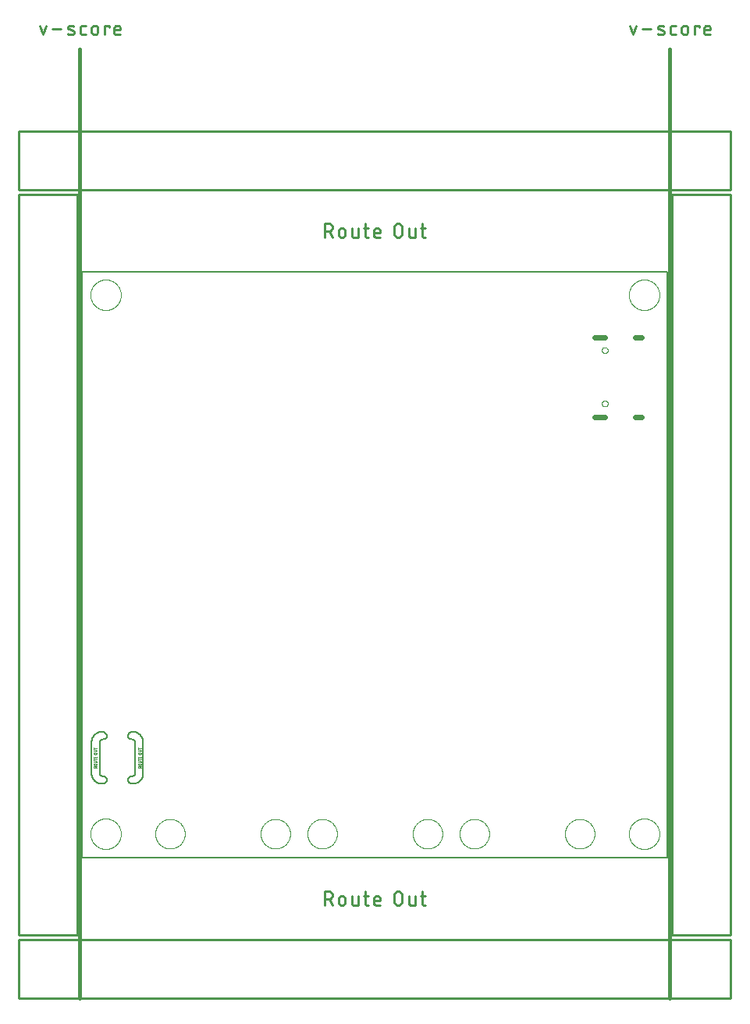
<source format=gko>
G04 EAGLE Gerber RS-274X export*
G75*
%MOMM*%
%FSLAX34Y34*%
%LPD*%
%IN*%
%IPPOS*%
%AMOC8*
5,1,8,0,0,1.08239X$1,22.5*%
G01*
%ADD10C,0.203200*%
%ADD11C,0.025400*%
%ADD12C,0.279400*%
%ADD13C,0.381000*%
%ADD14C,0.254000*%
%ADD15C,0.000000*%
%ADD16C,0.600000*%


D10*
X0Y0D02*
X635000Y0D01*
X635000Y635000D01*
X0Y635000D01*
X0Y0D01*
X10161Y124460D02*
X10151Y124732D01*
X10148Y125003D01*
X10152Y125275D01*
X10162Y125547D01*
X10179Y125818D01*
X10203Y126089D01*
X10233Y126359D01*
X10269Y126628D01*
X10313Y126897D01*
X10363Y127164D01*
X10419Y127430D01*
X10482Y127694D01*
X10551Y127957D01*
X10627Y128218D01*
X10709Y128477D01*
X10797Y128735D01*
X10892Y128989D01*
X10993Y129242D01*
X11100Y129492D01*
X11213Y129739D01*
X11332Y129983D01*
X11457Y130225D01*
X11588Y130463D01*
X11725Y130698D01*
X11867Y130930D01*
X12015Y131158D01*
X12168Y131382D01*
X12327Y131602D01*
X12491Y131819D01*
X12661Y132032D01*
X12836Y132240D01*
X13015Y132444D01*
X13200Y132643D01*
X13389Y132838D01*
X13583Y133029D01*
X13782Y133214D01*
X13985Y133395D01*
X14193Y133570D01*
X14405Y133741D01*
X14621Y133906D01*
X14840Y134066D01*
X15064Y134220D01*
X15292Y134369D01*
X15523Y134513D01*
X15757Y134650D01*
X15995Y134782D01*
X16235Y134908D01*
X16479Y135028D01*
X16726Y135142D01*
X16975Y135250D01*
X17227Y135352D01*
X17482Y135448D01*
X17739Y135538D01*
X17997Y135621D01*
X18258Y135698D01*
X18521Y135768D01*
X18785Y135832D01*
X19051Y135890D01*
X22860Y135890D02*
X22990Y135870D01*
X23120Y135847D01*
X23248Y135820D01*
X23376Y135789D01*
X23503Y135754D01*
X23629Y135716D01*
X23754Y135673D01*
X23877Y135627D01*
X23999Y135578D01*
X24119Y135525D01*
X24238Y135468D01*
X24355Y135408D01*
X24470Y135345D01*
X24583Y135278D01*
X24694Y135207D01*
X24803Y135134D01*
X24910Y135057D01*
X25015Y134977D01*
X25117Y134894D01*
X25217Y134809D01*
X25314Y134720D01*
X25408Y134628D01*
X25500Y134534D01*
X25589Y134437D01*
X25674Y134337D01*
X25757Y134235D01*
X25837Y134130D01*
X25914Y134023D01*
X25987Y133914D01*
X26058Y133803D01*
X26125Y133690D01*
X26188Y133575D01*
X26248Y133458D01*
X26305Y133339D01*
X26358Y133219D01*
X26407Y133097D01*
X26453Y132974D01*
X26496Y132849D01*
X26534Y132723D01*
X26569Y132596D01*
X26600Y132468D01*
X26627Y132340D01*
X26650Y132210D01*
X26670Y132080D01*
X26673Y131956D01*
X26672Y131832D01*
X26668Y131708D01*
X26659Y131584D01*
X26647Y131461D01*
X26631Y131338D01*
X26612Y131215D01*
X26588Y131093D01*
X26561Y130972D01*
X26530Y130852D01*
X26496Y130733D01*
X26457Y130615D01*
X26416Y130498D01*
X26370Y130382D01*
X26321Y130268D01*
X26269Y130156D01*
X26213Y130045D01*
X26154Y129936D01*
X26091Y129829D01*
X26025Y129724D01*
X25956Y129621D01*
X25884Y129520D01*
X25808Y129421D01*
X25730Y129325D01*
X25649Y129231D01*
X25565Y129140D01*
X25478Y129051D01*
X25388Y128965D01*
X25296Y128882D01*
X25202Y128802D01*
X25105Y128725D01*
X25005Y128650D01*
X24904Y128579D01*
X24800Y128511D01*
X24694Y128446D01*
X24586Y128385D01*
X24477Y128327D01*
X24365Y128272D01*
X24252Y128221D01*
X24138Y128173D01*
X24022Y128129D01*
X23904Y128088D01*
X23786Y128051D01*
X23666Y128018D01*
X23546Y127988D01*
X23425Y127962D01*
X23303Y127940D01*
X23180Y127922D01*
X23057Y127907D01*
X22933Y127896D01*
X22809Y127889D01*
X21717Y127838D02*
X21610Y127824D01*
X21503Y127805D01*
X21396Y127783D01*
X21291Y127757D01*
X21186Y127727D01*
X21083Y127694D01*
X20981Y127656D01*
X20880Y127616D01*
X20781Y127571D01*
X20684Y127523D01*
X20588Y127472D01*
X20494Y127417D01*
X20402Y127359D01*
X20313Y127298D01*
X20225Y127234D01*
X20140Y127166D01*
X20057Y127096D01*
X19977Y127022D01*
X19900Y126946D01*
X19825Y126867D01*
X19753Y126786D01*
X19685Y126702D01*
X19619Y126615D01*
X19556Y126526D01*
X19497Y126435D01*
X19441Y126342D01*
X19388Y126248D01*
X19338Y126151D01*
X19292Y126052D01*
X19250Y125952D01*
X19211Y125851D01*
X19176Y125748D01*
X19145Y125644D01*
X19117Y125539D01*
X19093Y125433D01*
X19073Y125326D01*
X19057Y125219D01*
X19044Y125111D01*
X19036Y125003D01*
X19031Y124894D01*
X19030Y124786D01*
X19033Y124677D01*
X19040Y124569D01*
X19051Y124460D01*
D11*
X15367Y97125D02*
X12573Y97125D01*
X12573Y97901D01*
X12575Y97956D01*
X12581Y98011D01*
X12591Y98066D01*
X12604Y98120D01*
X12622Y98172D01*
X12643Y98223D01*
X12668Y98273D01*
X12696Y98321D01*
X12728Y98366D01*
X12763Y98409D01*
X12800Y98450D01*
X12841Y98487D01*
X12884Y98522D01*
X12929Y98554D01*
X12977Y98582D01*
X13027Y98607D01*
X13078Y98628D01*
X13130Y98646D01*
X13184Y98659D01*
X13239Y98669D01*
X13294Y98675D01*
X13349Y98677D01*
X13404Y98675D01*
X13459Y98669D01*
X13514Y98659D01*
X13568Y98646D01*
X13620Y98628D01*
X13671Y98607D01*
X13721Y98582D01*
X13769Y98554D01*
X13814Y98522D01*
X13857Y98487D01*
X13898Y98450D01*
X13935Y98409D01*
X13970Y98366D01*
X14002Y98321D01*
X14030Y98273D01*
X14055Y98223D01*
X14076Y98172D01*
X14094Y98120D01*
X14107Y98066D01*
X14117Y98011D01*
X14123Y97956D01*
X14125Y97901D01*
X14125Y97125D01*
X14125Y98056D02*
X15367Y98677D01*
X14591Y99850D02*
X13349Y99850D01*
X13294Y99852D01*
X13239Y99858D01*
X13184Y99868D01*
X13130Y99881D01*
X13078Y99899D01*
X13027Y99920D01*
X12977Y99945D01*
X12929Y99973D01*
X12884Y100005D01*
X12841Y100040D01*
X12800Y100077D01*
X12763Y100118D01*
X12728Y100161D01*
X12696Y100206D01*
X12668Y100254D01*
X12643Y100304D01*
X12622Y100355D01*
X12604Y100407D01*
X12591Y100461D01*
X12581Y100516D01*
X12575Y100571D01*
X12573Y100626D01*
X12575Y100681D01*
X12581Y100736D01*
X12591Y100791D01*
X12604Y100845D01*
X12622Y100897D01*
X12643Y100948D01*
X12668Y100998D01*
X12696Y101046D01*
X12728Y101091D01*
X12763Y101134D01*
X12800Y101175D01*
X12841Y101212D01*
X12884Y101247D01*
X12929Y101279D01*
X12977Y101307D01*
X13027Y101332D01*
X13078Y101353D01*
X13130Y101371D01*
X13184Y101384D01*
X13239Y101394D01*
X13294Y101400D01*
X13349Y101402D01*
X14591Y101402D01*
X14646Y101400D01*
X14701Y101394D01*
X14756Y101384D01*
X14810Y101371D01*
X14862Y101353D01*
X14913Y101332D01*
X14963Y101307D01*
X15011Y101279D01*
X15056Y101247D01*
X15099Y101212D01*
X15140Y101175D01*
X15177Y101134D01*
X15212Y101091D01*
X15244Y101046D01*
X15272Y100998D01*
X15297Y100948D01*
X15318Y100897D01*
X15336Y100845D01*
X15349Y100791D01*
X15359Y100736D01*
X15365Y100681D01*
X15367Y100626D01*
X15365Y100571D01*
X15359Y100516D01*
X15349Y100461D01*
X15336Y100407D01*
X15318Y100355D01*
X15297Y100304D01*
X15272Y100254D01*
X15244Y100206D01*
X15212Y100161D01*
X15177Y100118D01*
X15140Y100077D01*
X15099Y100040D01*
X15056Y100005D01*
X15011Y99973D01*
X14963Y99945D01*
X14913Y99920D01*
X14862Y99899D01*
X14810Y99881D01*
X14756Y99868D01*
X14701Y99858D01*
X14646Y99852D01*
X14591Y99850D01*
X14591Y102684D02*
X12573Y102684D01*
X14591Y102684D02*
X14646Y102686D01*
X14701Y102692D01*
X14756Y102702D01*
X14810Y102715D01*
X14862Y102733D01*
X14913Y102754D01*
X14963Y102779D01*
X15011Y102807D01*
X15056Y102839D01*
X15099Y102874D01*
X15140Y102911D01*
X15177Y102952D01*
X15212Y102995D01*
X15244Y103040D01*
X15272Y103088D01*
X15297Y103138D01*
X15318Y103189D01*
X15336Y103241D01*
X15349Y103295D01*
X15359Y103350D01*
X15365Y103405D01*
X15367Y103460D01*
X15365Y103515D01*
X15359Y103570D01*
X15349Y103625D01*
X15336Y103679D01*
X15318Y103731D01*
X15297Y103782D01*
X15272Y103832D01*
X15244Y103880D01*
X15212Y103925D01*
X15177Y103968D01*
X15140Y104009D01*
X15099Y104046D01*
X15056Y104081D01*
X15011Y104113D01*
X14963Y104141D01*
X14913Y104166D01*
X14862Y104187D01*
X14810Y104205D01*
X14756Y104218D01*
X14701Y104228D01*
X14646Y104234D01*
X14591Y104236D01*
X14591Y104237D02*
X12573Y104237D01*
X12573Y106112D02*
X15367Y106112D01*
X12573Y105336D02*
X12573Y106888D01*
X15367Y107993D02*
X15367Y109235D01*
X15367Y107993D02*
X12573Y107993D01*
X12573Y109235D01*
X13815Y108925D02*
X13815Y107993D01*
X13349Y111737D02*
X14591Y111737D01*
X13349Y111737D02*
X13294Y111739D01*
X13239Y111745D01*
X13184Y111755D01*
X13130Y111768D01*
X13078Y111786D01*
X13027Y111807D01*
X12977Y111832D01*
X12929Y111860D01*
X12884Y111892D01*
X12841Y111927D01*
X12800Y111964D01*
X12763Y112005D01*
X12728Y112048D01*
X12696Y112093D01*
X12668Y112141D01*
X12643Y112191D01*
X12622Y112242D01*
X12604Y112294D01*
X12591Y112348D01*
X12581Y112403D01*
X12575Y112458D01*
X12573Y112513D01*
X12575Y112568D01*
X12581Y112623D01*
X12591Y112678D01*
X12604Y112732D01*
X12622Y112784D01*
X12643Y112835D01*
X12668Y112885D01*
X12696Y112933D01*
X12728Y112978D01*
X12763Y113021D01*
X12800Y113062D01*
X12841Y113099D01*
X12884Y113134D01*
X12929Y113166D01*
X12977Y113194D01*
X13027Y113219D01*
X13078Y113240D01*
X13130Y113258D01*
X13184Y113271D01*
X13239Y113281D01*
X13294Y113287D01*
X13349Y113289D01*
X14591Y113289D01*
X14646Y113287D01*
X14701Y113281D01*
X14756Y113271D01*
X14810Y113258D01*
X14862Y113240D01*
X14913Y113219D01*
X14963Y113194D01*
X15011Y113166D01*
X15056Y113134D01*
X15099Y113099D01*
X15140Y113062D01*
X15177Y113021D01*
X15212Y112978D01*
X15244Y112933D01*
X15272Y112885D01*
X15297Y112835D01*
X15318Y112784D01*
X15336Y112732D01*
X15349Y112678D01*
X15359Y112623D01*
X15365Y112568D01*
X15367Y112513D01*
X15365Y112458D01*
X15359Y112403D01*
X15349Y112348D01*
X15336Y112294D01*
X15318Y112242D01*
X15297Y112191D01*
X15272Y112141D01*
X15244Y112093D01*
X15212Y112048D01*
X15177Y112005D01*
X15140Y111964D01*
X15099Y111927D01*
X15056Y111892D01*
X15011Y111860D01*
X14963Y111832D01*
X14913Y111807D01*
X14862Y111786D01*
X14810Y111768D01*
X14756Y111755D01*
X14701Y111745D01*
X14646Y111739D01*
X14591Y111737D01*
X14591Y114572D02*
X12573Y114572D01*
X14591Y114572D02*
X14646Y114574D01*
X14701Y114580D01*
X14756Y114590D01*
X14810Y114603D01*
X14862Y114621D01*
X14913Y114642D01*
X14963Y114667D01*
X15011Y114695D01*
X15056Y114727D01*
X15099Y114762D01*
X15140Y114799D01*
X15177Y114840D01*
X15212Y114883D01*
X15244Y114928D01*
X15272Y114976D01*
X15297Y115026D01*
X15318Y115077D01*
X15336Y115129D01*
X15349Y115183D01*
X15359Y115238D01*
X15365Y115293D01*
X15367Y115348D01*
X15365Y115403D01*
X15359Y115458D01*
X15349Y115513D01*
X15336Y115567D01*
X15318Y115619D01*
X15297Y115670D01*
X15272Y115720D01*
X15244Y115768D01*
X15212Y115813D01*
X15177Y115856D01*
X15140Y115897D01*
X15099Y115934D01*
X15056Y115969D01*
X15011Y116001D01*
X14963Y116029D01*
X14913Y116054D01*
X14862Y116075D01*
X14810Y116093D01*
X14756Y116106D01*
X14701Y116116D01*
X14646Y116122D01*
X14591Y116124D01*
X12573Y116124D01*
X12573Y117999D02*
X15367Y117999D01*
X12573Y117223D02*
X12573Y118775D01*
D10*
X10161Y91440D02*
X10151Y91168D01*
X10148Y90897D01*
X10152Y90625D01*
X10162Y90353D01*
X10179Y90082D01*
X10203Y89811D01*
X10233Y89541D01*
X10269Y89272D01*
X10313Y89003D01*
X10363Y88736D01*
X10419Y88470D01*
X10482Y88206D01*
X10551Y87943D01*
X10627Y87682D01*
X10709Y87423D01*
X10797Y87165D01*
X10892Y86911D01*
X10993Y86658D01*
X11100Y86408D01*
X11213Y86161D01*
X11332Y85917D01*
X11457Y85675D01*
X11588Y85437D01*
X11725Y85202D01*
X11867Y84970D01*
X12015Y84742D01*
X12168Y84518D01*
X12327Y84298D01*
X12491Y84081D01*
X12661Y83868D01*
X12836Y83660D01*
X13015Y83456D01*
X13200Y83257D01*
X13389Y83062D01*
X13583Y82871D01*
X13782Y82686D01*
X13985Y82505D01*
X14193Y82330D01*
X14405Y82159D01*
X14621Y81994D01*
X14840Y81834D01*
X15064Y81680D01*
X15292Y81531D01*
X15523Y81387D01*
X15757Y81250D01*
X15995Y81118D01*
X16235Y80992D01*
X16479Y80872D01*
X16726Y80758D01*
X16975Y80650D01*
X17227Y80548D01*
X17482Y80452D01*
X17739Y80362D01*
X17997Y80279D01*
X18258Y80202D01*
X18521Y80132D01*
X18785Y80068D01*
X19051Y80010D01*
X22860Y80010D02*
X22990Y80030D01*
X23120Y80053D01*
X23248Y80080D01*
X23376Y80111D01*
X23503Y80146D01*
X23629Y80184D01*
X23754Y80227D01*
X23877Y80273D01*
X23999Y80322D01*
X24119Y80375D01*
X24238Y80432D01*
X24355Y80492D01*
X24470Y80555D01*
X24583Y80622D01*
X24694Y80693D01*
X24803Y80766D01*
X24910Y80843D01*
X25015Y80923D01*
X25117Y81006D01*
X25217Y81091D01*
X25314Y81180D01*
X25408Y81272D01*
X25500Y81366D01*
X25589Y81463D01*
X25674Y81563D01*
X25757Y81665D01*
X25837Y81770D01*
X25914Y81877D01*
X25987Y81986D01*
X26058Y82097D01*
X26125Y82210D01*
X26188Y82325D01*
X26248Y82442D01*
X26305Y82561D01*
X26358Y82681D01*
X26407Y82803D01*
X26453Y82926D01*
X26496Y83051D01*
X26534Y83177D01*
X26569Y83304D01*
X26600Y83432D01*
X26627Y83560D01*
X26650Y83690D01*
X26670Y83820D01*
X26673Y83944D01*
X26672Y84068D01*
X26668Y84192D01*
X26659Y84316D01*
X26647Y84439D01*
X26631Y84562D01*
X26612Y84685D01*
X26588Y84807D01*
X26561Y84928D01*
X26530Y85048D01*
X26496Y85167D01*
X26457Y85285D01*
X26416Y85402D01*
X26370Y85518D01*
X26321Y85632D01*
X26269Y85744D01*
X26213Y85855D01*
X26154Y85964D01*
X26091Y86071D01*
X26025Y86176D01*
X25956Y86279D01*
X25884Y86380D01*
X25808Y86479D01*
X25730Y86575D01*
X25649Y86669D01*
X25565Y86760D01*
X25478Y86849D01*
X25388Y86935D01*
X25296Y87018D01*
X25202Y87098D01*
X25105Y87175D01*
X25005Y87250D01*
X24904Y87321D01*
X24800Y87389D01*
X24694Y87454D01*
X24586Y87515D01*
X24477Y87573D01*
X24365Y87628D01*
X24252Y87679D01*
X24138Y87727D01*
X24022Y87771D01*
X23904Y87812D01*
X23786Y87849D01*
X23666Y87882D01*
X23546Y87912D01*
X23425Y87938D01*
X23303Y87960D01*
X23180Y87978D01*
X23057Y87993D01*
X22933Y88004D01*
X22809Y88011D01*
X21717Y88062D02*
X21610Y88076D01*
X21503Y88095D01*
X21396Y88117D01*
X21291Y88143D01*
X21186Y88173D01*
X21083Y88206D01*
X20981Y88244D01*
X20880Y88284D01*
X20781Y88329D01*
X20684Y88377D01*
X20588Y88428D01*
X20494Y88483D01*
X20402Y88541D01*
X20313Y88602D01*
X20225Y88666D01*
X20140Y88734D01*
X20057Y88804D01*
X19977Y88878D01*
X19900Y88954D01*
X19825Y89033D01*
X19753Y89114D01*
X19685Y89198D01*
X19619Y89285D01*
X19556Y89374D01*
X19497Y89465D01*
X19441Y89558D01*
X19388Y89652D01*
X19338Y89749D01*
X19292Y89848D01*
X19250Y89948D01*
X19211Y90049D01*
X19176Y90152D01*
X19145Y90256D01*
X19117Y90361D01*
X19093Y90467D01*
X19073Y90574D01*
X19057Y90681D01*
X19044Y90789D01*
X19036Y90897D01*
X19031Y91006D01*
X19030Y91114D01*
X19033Y91223D01*
X19040Y91331D01*
X19051Y91440D01*
X57149Y80010D02*
X57415Y80068D01*
X57679Y80132D01*
X57942Y80202D01*
X58203Y80279D01*
X58461Y80362D01*
X58718Y80452D01*
X58973Y80548D01*
X59225Y80650D01*
X59474Y80758D01*
X59721Y80872D01*
X59965Y80992D01*
X60205Y81118D01*
X60443Y81250D01*
X60677Y81387D01*
X60908Y81531D01*
X61136Y81680D01*
X61360Y81834D01*
X61579Y81994D01*
X61795Y82159D01*
X62007Y82330D01*
X62215Y82505D01*
X62418Y82686D01*
X62617Y82871D01*
X62811Y83062D01*
X63000Y83257D01*
X63185Y83456D01*
X63364Y83660D01*
X63539Y83868D01*
X63709Y84081D01*
X63873Y84298D01*
X64032Y84518D01*
X64185Y84742D01*
X64333Y84970D01*
X64475Y85202D01*
X64612Y85437D01*
X64743Y85675D01*
X64868Y85917D01*
X64987Y86161D01*
X65100Y86408D01*
X65207Y86658D01*
X65308Y86911D01*
X65403Y87165D01*
X65491Y87423D01*
X65573Y87682D01*
X65649Y87943D01*
X65718Y88206D01*
X65781Y88470D01*
X65837Y88736D01*
X65887Y89003D01*
X65931Y89272D01*
X65967Y89541D01*
X65997Y89811D01*
X66021Y90082D01*
X66038Y90353D01*
X66048Y90625D01*
X66052Y90897D01*
X66049Y91168D01*
X66039Y91440D01*
X53340Y80010D02*
X53210Y80030D01*
X53080Y80053D01*
X52952Y80080D01*
X52824Y80111D01*
X52697Y80146D01*
X52571Y80184D01*
X52446Y80227D01*
X52323Y80273D01*
X52201Y80322D01*
X52081Y80375D01*
X51962Y80432D01*
X51845Y80492D01*
X51730Y80555D01*
X51617Y80622D01*
X51506Y80693D01*
X51397Y80766D01*
X51290Y80843D01*
X51185Y80923D01*
X51083Y81006D01*
X50983Y81091D01*
X50886Y81180D01*
X50792Y81272D01*
X50700Y81366D01*
X50611Y81463D01*
X50526Y81563D01*
X50443Y81665D01*
X50363Y81770D01*
X50286Y81877D01*
X50213Y81986D01*
X50142Y82097D01*
X50075Y82210D01*
X50012Y82325D01*
X49952Y82442D01*
X49895Y82561D01*
X49842Y82681D01*
X49793Y82803D01*
X49747Y82926D01*
X49704Y83051D01*
X49666Y83177D01*
X49631Y83304D01*
X49600Y83432D01*
X49573Y83560D01*
X49550Y83690D01*
X49530Y83820D01*
X49527Y83944D01*
X49528Y84068D01*
X49532Y84192D01*
X49541Y84316D01*
X49553Y84439D01*
X49569Y84562D01*
X49588Y84685D01*
X49612Y84807D01*
X49639Y84928D01*
X49670Y85048D01*
X49704Y85167D01*
X49743Y85285D01*
X49784Y85402D01*
X49830Y85518D01*
X49879Y85632D01*
X49931Y85744D01*
X49987Y85855D01*
X50046Y85964D01*
X50109Y86071D01*
X50175Y86176D01*
X50244Y86279D01*
X50316Y86380D01*
X50392Y86479D01*
X50470Y86575D01*
X50551Y86669D01*
X50635Y86760D01*
X50722Y86849D01*
X50812Y86935D01*
X50904Y87018D01*
X50998Y87098D01*
X51095Y87175D01*
X51195Y87250D01*
X51296Y87321D01*
X51400Y87389D01*
X51506Y87454D01*
X51614Y87515D01*
X51723Y87573D01*
X51835Y87628D01*
X51948Y87679D01*
X52062Y87727D01*
X52178Y87771D01*
X52296Y87812D01*
X52414Y87849D01*
X52534Y87882D01*
X52654Y87912D01*
X52775Y87938D01*
X52897Y87960D01*
X53020Y87978D01*
X53143Y87993D01*
X53267Y88004D01*
X53391Y88011D01*
X54483Y88062D02*
X54590Y88076D01*
X54697Y88095D01*
X54804Y88117D01*
X54909Y88143D01*
X55014Y88173D01*
X55117Y88206D01*
X55219Y88244D01*
X55320Y88284D01*
X55419Y88329D01*
X55516Y88377D01*
X55612Y88428D01*
X55706Y88483D01*
X55798Y88541D01*
X55887Y88602D01*
X55975Y88666D01*
X56060Y88734D01*
X56143Y88804D01*
X56223Y88878D01*
X56300Y88954D01*
X56375Y89033D01*
X56447Y89114D01*
X56515Y89198D01*
X56581Y89285D01*
X56644Y89374D01*
X56703Y89465D01*
X56759Y89558D01*
X56812Y89652D01*
X56862Y89749D01*
X56908Y89848D01*
X56950Y89948D01*
X56989Y90049D01*
X57024Y90152D01*
X57055Y90256D01*
X57083Y90361D01*
X57107Y90467D01*
X57127Y90574D01*
X57143Y90681D01*
X57156Y90789D01*
X57164Y90897D01*
X57169Y91006D01*
X57170Y91114D01*
X57167Y91223D01*
X57160Y91331D01*
X57149Y91440D01*
D11*
X60833Y97125D02*
X63627Y97125D01*
X60833Y97125D02*
X60833Y97901D01*
X60835Y97956D01*
X60841Y98011D01*
X60851Y98066D01*
X60864Y98120D01*
X60882Y98172D01*
X60903Y98223D01*
X60928Y98273D01*
X60956Y98321D01*
X60988Y98366D01*
X61023Y98409D01*
X61060Y98450D01*
X61101Y98487D01*
X61144Y98522D01*
X61189Y98554D01*
X61237Y98582D01*
X61287Y98607D01*
X61338Y98628D01*
X61390Y98646D01*
X61444Y98659D01*
X61499Y98669D01*
X61554Y98675D01*
X61609Y98677D01*
X61664Y98675D01*
X61719Y98669D01*
X61774Y98659D01*
X61828Y98646D01*
X61880Y98628D01*
X61931Y98607D01*
X61981Y98582D01*
X62029Y98554D01*
X62074Y98522D01*
X62117Y98487D01*
X62158Y98450D01*
X62195Y98409D01*
X62230Y98366D01*
X62262Y98321D01*
X62290Y98273D01*
X62315Y98223D01*
X62336Y98172D01*
X62354Y98120D01*
X62367Y98066D01*
X62377Y98011D01*
X62383Y97956D01*
X62385Y97901D01*
X62385Y97125D01*
X62385Y98056D02*
X63627Y98677D01*
X62851Y99850D02*
X61609Y99850D01*
X61554Y99852D01*
X61499Y99858D01*
X61444Y99868D01*
X61390Y99881D01*
X61338Y99899D01*
X61287Y99920D01*
X61237Y99945D01*
X61189Y99973D01*
X61144Y100005D01*
X61101Y100040D01*
X61060Y100077D01*
X61023Y100118D01*
X60988Y100161D01*
X60956Y100206D01*
X60928Y100254D01*
X60903Y100304D01*
X60882Y100355D01*
X60864Y100407D01*
X60851Y100461D01*
X60841Y100516D01*
X60835Y100571D01*
X60833Y100626D01*
X60835Y100681D01*
X60841Y100736D01*
X60851Y100791D01*
X60864Y100845D01*
X60882Y100897D01*
X60903Y100948D01*
X60928Y100998D01*
X60956Y101046D01*
X60988Y101091D01*
X61023Y101134D01*
X61060Y101175D01*
X61101Y101212D01*
X61144Y101247D01*
X61189Y101279D01*
X61237Y101307D01*
X61287Y101332D01*
X61338Y101353D01*
X61390Y101371D01*
X61444Y101384D01*
X61499Y101394D01*
X61554Y101400D01*
X61609Y101402D01*
X62851Y101402D01*
X62906Y101400D01*
X62961Y101394D01*
X63016Y101384D01*
X63070Y101371D01*
X63122Y101353D01*
X63173Y101332D01*
X63223Y101307D01*
X63271Y101279D01*
X63316Y101247D01*
X63359Y101212D01*
X63400Y101175D01*
X63437Y101134D01*
X63472Y101091D01*
X63504Y101046D01*
X63532Y100998D01*
X63557Y100948D01*
X63578Y100897D01*
X63596Y100845D01*
X63609Y100791D01*
X63619Y100736D01*
X63625Y100681D01*
X63627Y100626D01*
X63625Y100571D01*
X63619Y100516D01*
X63609Y100461D01*
X63596Y100407D01*
X63578Y100355D01*
X63557Y100304D01*
X63532Y100254D01*
X63504Y100206D01*
X63472Y100161D01*
X63437Y100118D01*
X63400Y100077D01*
X63359Y100040D01*
X63316Y100005D01*
X63271Y99973D01*
X63223Y99945D01*
X63173Y99920D01*
X63122Y99899D01*
X63070Y99881D01*
X63016Y99868D01*
X62961Y99858D01*
X62906Y99852D01*
X62851Y99850D01*
X62851Y102684D02*
X60833Y102684D01*
X62851Y102684D02*
X62906Y102686D01*
X62961Y102692D01*
X63016Y102702D01*
X63070Y102715D01*
X63122Y102733D01*
X63173Y102754D01*
X63223Y102779D01*
X63271Y102807D01*
X63316Y102839D01*
X63359Y102874D01*
X63400Y102911D01*
X63437Y102952D01*
X63472Y102995D01*
X63504Y103040D01*
X63532Y103088D01*
X63557Y103138D01*
X63578Y103189D01*
X63596Y103241D01*
X63609Y103295D01*
X63619Y103350D01*
X63625Y103405D01*
X63627Y103460D01*
X63625Y103515D01*
X63619Y103570D01*
X63609Y103625D01*
X63596Y103679D01*
X63578Y103731D01*
X63557Y103782D01*
X63532Y103832D01*
X63504Y103880D01*
X63472Y103925D01*
X63437Y103968D01*
X63400Y104009D01*
X63359Y104046D01*
X63316Y104081D01*
X63271Y104113D01*
X63223Y104141D01*
X63173Y104166D01*
X63122Y104187D01*
X63070Y104205D01*
X63016Y104218D01*
X62961Y104228D01*
X62906Y104234D01*
X62851Y104236D01*
X62851Y104237D02*
X60833Y104237D01*
X60833Y106112D02*
X63627Y106112D01*
X60833Y105336D02*
X60833Y106888D01*
X63627Y107993D02*
X63627Y109235D01*
X63627Y107993D02*
X60833Y107993D01*
X60833Y109235D01*
X62075Y108925D02*
X62075Y107993D01*
X61609Y111737D02*
X62851Y111737D01*
X61609Y111737D02*
X61554Y111739D01*
X61499Y111745D01*
X61444Y111755D01*
X61390Y111768D01*
X61338Y111786D01*
X61287Y111807D01*
X61237Y111832D01*
X61189Y111860D01*
X61144Y111892D01*
X61101Y111927D01*
X61060Y111964D01*
X61023Y112005D01*
X60988Y112048D01*
X60956Y112093D01*
X60928Y112141D01*
X60903Y112191D01*
X60882Y112242D01*
X60864Y112294D01*
X60851Y112348D01*
X60841Y112403D01*
X60835Y112458D01*
X60833Y112513D01*
X60835Y112568D01*
X60841Y112623D01*
X60851Y112678D01*
X60864Y112732D01*
X60882Y112784D01*
X60903Y112835D01*
X60928Y112885D01*
X60956Y112933D01*
X60988Y112978D01*
X61023Y113021D01*
X61060Y113062D01*
X61101Y113099D01*
X61144Y113134D01*
X61189Y113166D01*
X61237Y113194D01*
X61287Y113219D01*
X61338Y113240D01*
X61390Y113258D01*
X61444Y113271D01*
X61499Y113281D01*
X61554Y113287D01*
X61609Y113289D01*
X62851Y113289D01*
X62906Y113287D01*
X62961Y113281D01*
X63016Y113271D01*
X63070Y113258D01*
X63122Y113240D01*
X63173Y113219D01*
X63223Y113194D01*
X63271Y113166D01*
X63316Y113134D01*
X63359Y113099D01*
X63400Y113062D01*
X63437Y113021D01*
X63472Y112978D01*
X63504Y112933D01*
X63532Y112885D01*
X63557Y112835D01*
X63578Y112784D01*
X63596Y112732D01*
X63609Y112678D01*
X63619Y112623D01*
X63625Y112568D01*
X63627Y112513D01*
X63625Y112458D01*
X63619Y112403D01*
X63609Y112348D01*
X63596Y112294D01*
X63578Y112242D01*
X63557Y112191D01*
X63532Y112141D01*
X63504Y112093D01*
X63472Y112048D01*
X63437Y112005D01*
X63400Y111964D01*
X63359Y111927D01*
X63316Y111892D01*
X63271Y111860D01*
X63223Y111832D01*
X63173Y111807D01*
X63122Y111786D01*
X63070Y111768D01*
X63016Y111755D01*
X62961Y111745D01*
X62906Y111739D01*
X62851Y111737D01*
X62851Y114571D02*
X60833Y114571D01*
X62851Y114572D02*
X62906Y114574D01*
X62961Y114580D01*
X63016Y114590D01*
X63070Y114603D01*
X63122Y114621D01*
X63173Y114642D01*
X63223Y114667D01*
X63271Y114695D01*
X63316Y114727D01*
X63359Y114762D01*
X63400Y114799D01*
X63437Y114840D01*
X63472Y114883D01*
X63504Y114928D01*
X63532Y114976D01*
X63557Y115026D01*
X63578Y115077D01*
X63596Y115129D01*
X63609Y115183D01*
X63619Y115238D01*
X63625Y115293D01*
X63627Y115348D01*
X63625Y115403D01*
X63619Y115458D01*
X63609Y115513D01*
X63596Y115567D01*
X63578Y115619D01*
X63557Y115670D01*
X63532Y115720D01*
X63504Y115768D01*
X63472Y115813D01*
X63437Y115856D01*
X63400Y115897D01*
X63359Y115934D01*
X63316Y115969D01*
X63271Y116001D01*
X63223Y116029D01*
X63173Y116054D01*
X63122Y116075D01*
X63070Y116093D01*
X63016Y116106D01*
X62961Y116116D01*
X62906Y116122D01*
X62851Y116124D01*
X60833Y116124D01*
X60833Y117999D02*
X63627Y117999D01*
X60833Y117223D02*
X60833Y118775D01*
D10*
X66039Y124460D02*
X66049Y124732D01*
X66052Y125003D01*
X66048Y125275D01*
X66038Y125547D01*
X66021Y125818D01*
X65997Y126089D01*
X65967Y126359D01*
X65931Y126628D01*
X65887Y126897D01*
X65837Y127164D01*
X65781Y127430D01*
X65718Y127694D01*
X65649Y127957D01*
X65573Y128218D01*
X65491Y128477D01*
X65403Y128735D01*
X65308Y128989D01*
X65207Y129242D01*
X65100Y129492D01*
X64987Y129739D01*
X64868Y129983D01*
X64743Y130225D01*
X64612Y130463D01*
X64475Y130698D01*
X64333Y130930D01*
X64185Y131158D01*
X64032Y131382D01*
X63873Y131602D01*
X63709Y131819D01*
X63539Y132032D01*
X63364Y132240D01*
X63185Y132444D01*
X63000Y132643D01*
X62811Y132838D01*
X62617Y133029D01*
X62418Y133214D01*
X62215Y133395D01*
X62007Y133570D01*
X61795Y133741D01*
X61579Y133906D01*
X61360Y134066D01*
X61136Y134220D01*
X60908Y134369D01*
X60677Y134513D01*
X60443Y134650D01*
X60205Y134782D01*
X59965Y134908D01*
X59721Y135028D01*
X59474Y135142D01*
X59225Y135250D01*
X58973Y135352D01*
X58718Y135448D01*
X58461Y135538D01*
X58203Y135621D01*
X57942Y135698D01*
X57679Y135768D01*
X57415Y135832D01*
X57149Y135890D01*
X53340Y135890D02*
X53210Y135870D01*
X53080Y135847D01*
X52952Y135820D01*
X52824Y135789D01*
X52697Y135754D01*
X52571Y135716D01*
X52446Y135673D01*
X52323Y135627D01*
X52201Y135578D01*
X52081Y135525D01*
X51962Y135468D01*
X51845Y135408D01*
X51730Y135345D01*
X51617Y135278D01*
X51506Y135207D01*
X51397Y135134D01*
X51290Y135057D01*
X51185Y134977D01*
X51083Y134894D01*
X50983Y134809D01*
X50886Y134720D01*
X50792Y134628D01*
X50700Y134534D01*
X50611Y134437D01*
X50526Y134337D01*
X50443Y134235D01*
X50363Y134130D01*
X50286Y134023D01*
X50213Y133914D01*
X50142Y133803D01*
X50075Y133690D01*
X50012Y133575D01*
X49952Y133458D01*
X49895Y133339D01*
X49842Y133219D01*
X49793Y133097D01*
X49747Y132974D01*
X49704Y132849D01*
X49666Y132723D01*
X49631Y132596D01*
X49600Y132468D01*
X49573Y132340D01*
X49550Y132210D01*
X49530Y132080D01*
X49527Y131956D01*
X49528Y131832D01*
X49532Y131708D01*
X49541Y131584D01*
X49553Y131461D01*
X49569Y131338D01*
X49588Y131215D01*
X49612Y131093D01*
X49639Y130972D01*
X49670Y130852D01*
X49704Y130733D01*
X49743Y130615D01*
X49784Y130498D01*
X49830Y130382D01*
X49879Y130268D01*
X49931Y130156D01*
X49987Y130045D01*
X50046Y129936D01*
X50109Y129829D01*
X50175Y129724D01*
X50244Y129621D01*
X50316Y129520D01*
X50392Y129421D01*
X50470Y129325D01*
X50551Y129231D01*
X50635Y129140D01*
X50722Y129051D01*
X50812Y128965D01*
X50904Y128882D01*
X50998Y128802D01*
X51095Y128725D01*
X51195Y128650D01*
X51296Y128579D01*
X51400Y128511D01*
X51506Y128446D01*
X51614Y128385D01*
X51723Y128327D01*
X51835Y128272D01*
X51948Y128221D01*
X52062Y128173D01*
X52178Y128129D01*
X52296Y128088D01*
X52414Y128051D01*
X52534Y128018D01*
X52654Y127988D01*
X52775Y127962D01*
X52897Y127940D01*
X53020Y127922D01*
X53143Y127907D01*
X53267Y127896D01*
X53391Y127889D01*
X54483Y127838D02*
X54590Y127824D01*
X54697Y127805D01*
X54804Y127783D01*
X54909Y127757D01*
X55014Y127727D01*
X55117Y127694D01*
X55219Y127656D01*
X55320Y127616D01*
X55419Y127571D01*
X55516Y127523D01*
X55612Y127472D01*
X55706Y127417D01*
X55798Y127359D01*
X55887Y127298D01*
X55975Y127234D01*
X56060Y127166D01*
X56143Y127096D01*
X56223Y127022D01*
X56300Y126946D01*
X56375Y126867D01*
X56447Y126786D01*
X56515Y126702D01*
X56581Y126615D01*
X56644Y126526D01*
X56703Y126435D01*
X56759Y126342D01*
X56812Y126248D01*
X56862Y126151D01*
X56908Y126052D01*
X56950Y125952D01*
X56989Y125851D01*
X57024Y125748D01*
X57055Y125644D01*
X57083Y125539D01*
X57107Y125433D01*
X57127Y125326D01*
X57143Y125219D01*
X57156Y125111D01*
X57164Y125003D01*
X57169Y124894D01*
X57170Y124786D01*
X57167Y124677D01*
X57160Y124569D01*
X57149Y124460D01*
X19051Y135890D02*
X18785Y135832D01*
X18521Y135768D01*
X18258Y135698D01*
X17997Y135621D01*
X17739Y135538D01*
X17482Y135448D01*
X17227Y135352D01*
X16975Y135250D01*
X16726Y135142D01*
X16479Y135028D01*
X16235Y134908D01*
X15995Y134782D01*
X15757Y134650D01*
X15523Y134513D01*
X15292Y134369D01*
X15064Y134220D01*
X14840Y134066D01*
X14621Y133906D01*
X14405Y133741D01*
X14193Y133570D01*
X13985Y133395D01*
X13782Y133214D01*
X13583Y133029D01*
X13389Y132838D01*
X13200Y132643D01*
X13015Y132444D01*
X12836Y132240D01*
X12661Y132032D01*
X12491Y131819D01*
X12327Y131602D01*
X12168Y131382D01*
X12015Y131158D01*
X11867Y130930D01*
X11725Y130698D01*
X11588Y130463D01*
X11457Y130225D01*
X11332Y129983D01*
X11213Y129739D01*
X11100Y129492D01*
X10993Y129242D01*
X10892Y128989D01*
X10797Y128735D01*
X10709Y128477D01*
X10627Y128218D01*
X10551Y127957D01*
X10482Y127694D01*
X10419Y127430D01*
X10363Y127164D01*
X10313Y126897D01*
X10269Y126628D01*
X10233Y126359D01*
X10203Y126089D01*
X10179Y125818D01*
X10162Y125547D01*
X10152Y125275D01*
X10148Y125003D01*
X10151Y124732D01*
X10161Y124460D01*
X19050Y135890D02*
X22860Y135890D01*
X22990Y135870D01*
X23120Y135847D01*
X23248Y135820D01*
X23376Y135789D01*
X23503Y135754D01*
X23629Y135716D01*
X23754Y135673D01*
X23877Y135627D01*
X23999Y135578D01*
X24119Y135525D01*
X24238Y135468D01*
X24355Y135408D01*
X24470Y135345D01*
X24583Y135278D01*
X24694Y135207D01*
X24803Y135134D01*
X24910Y135057D01*
X25015Y134977D01*
X25117Y134894D01*
X25217Y134809D01*
X25314Y134720D01*
X25408Y134628D01*
X25500Y134534D01*
X25589Y134437D01*
X25674Y134337D01*
X25757Y134235D01*
X25837Y134130D01*
X25914Y134023D01*
X25987Y133914D01*
X26058Y133803D01*
X26125Y133690D01*
X26188Y133575D01*
X26248Y133458D01*
X26305Y133339D01*
X26358Y133219D01*
X26407Y133097D01*
X26453Y132974D01*
X26496Y132849D01*
X26534Y132723D01*
X26569Y132596D01*
X26600Y132468D01*
X26627Y132340D01*
X26650Y132210D01*
X26670Y132080D01*
X26673Y131956D01*
X26672Y131832D01*
X26668Y131708D01*
X26659Y131584D01*
X26647Y131461D01*
X26631Y131338D01*
X26612Y131215D01*
X26588Y131093D01*
X26561Y130972D01*
X26530Y130852D01*
X26496Y130733D01*
X26457Y130615D01*
X26416Y130498D01*
X26370Y130382D01*
X26321Y130268D01*
X26269Y130156D01*
X26213Y130045D01*
X26154Y129936D01*
X26091Y129829D01*
X26025Y129724D01*
X25956Y129621D01*
X25884Y129520D01*
X25808Y129421D01*
X25730Y129325D01*
X25649Y129231D01*
X25565Y129140D01*
X25478Y129051D01*
X25388Y128965D01*
X25296Y128882D01*
X25202Y128802D01*
X25105Y128725D01*
X25005Y128650D01*
X24904Y128579D01*
X24800Y128511D01*
X24694Y128446D01*
X24586Y128385D01*
X24477Y128327D01*
X24365Y128272D01*
X24252Y128221D01*
X24138Y128173D01*
X24022Y128129D01*
X23904Y128088D01*
X23786Y128051D01*
X23666Y128018D01*
X23546Y127988D01*
X23425Y127962D01*
X23303Y127940D01*
X23180Y127922D01*
X23057Y127907D01*
X22933Y127896D01*
X22809Y127889D01*
X21717Y127838D01*
X21610Y127824D01*
X21503Y127805D01*
X21396Y127783D01*
X21291Y127757D01*
X21186Y127727D01*
X21083Y127694D01*
X20981Y127656D01*
X20880Y127616D01*
X20781Y127571D01*
X20684Y127523D01*
X20588Y127472D01*
X20494Y127417D01*
X20402Y127359D01*
X20313Y127298D01*
X20225Y127234D01*
X20140Y127166D01*
X20057Y127096D01*
X19977Y127022D01*
X19900Y126946D01*
X19825Y126867D01*
X19753Y126786D01*
X19685Y126702D01*
X19619Y126615D01*
X19556Y126526D01*
X19497Y126435D01*
X19441Y126342D01*
X19388Y126248D01*
X19338Y126151D01*
X19292Y126052D01*
X19250Y125952D01*
X19211Y125851D01*
X19176Y125748D01*
X19145Y125644D01*
X19117Y125539D01*
X19093Y125433D01*
X19073Y125326D01*
X19057Y125219D01*
X19044Y125111D01*
X19036Y125003D01*
X19031Y124894D01*
X19030Y124786D01*
X19033Y124677D01*
X19040Y124569D01*
X19051Y124460D01*
D11*
X15367Y97125D02*
X12573Y97125D01*
X12573Y97901D01*
X12575Y97956D01*
X12581Y98011D01*
X12591Y98066D01*
X12604Y98120D01*
X12622Y98172D01*
X12643Y98223D01*
X12668Y98273D01*
X12696Y98321D01*
X12728Y98366D01*
X12763Y98409D01*
X12800Y98450D01*
X12841Y98487D01*
X12884Y98522D01*
X12929Y98554D01*
X12977Y98582D01*
X13027Y98607D01*
X13078Y98628D01*
X13130Y98646D01*
X13184Y98659D01*
X13239Y98669D01*
X13294Y98675D01*
X13349Y98677D01*
X13404Y98675D01*
X13459Y98669D01*
X13514Y98659D01*
X13568Y98646D01*
X13620Y98628D01*
X13671Y98607D01*
X13721Y98582D01*
X13769Y98554D01*
X13814Y98522D01*
X13857Y98487D01*
X13898Y98450D01*
X13935Y98409D01*
X13970Y98366D01*
X14002Y98321D01*
X14030Y98273D01*
X14055Y98223D01*
X14076Y98172D01*
X14094Y98120D01*
X14107Y98066D01*
X14117Y98011D01*
X14123Y97956D01*
X14125Y97901D01*
X14125Y97125D01*
X14125Y98056D02*
X15367Y98677D01*
X14591Y99850D02*
X13349Y99850D01*
X13294Y99852D01*
X13239Y99858D01*
X13184Y99868D01*
X13130Y99881D01*
X13078Y99899D01*
X13027Y99920D01*
X12977Y99945D01*
X12929Y99973D01*
X12884Y100005D01*
X12841Y100040D01*
X12800Y100077D01*
X12763Y100118D01*
X12728Y100161D01*
X12696Y100206D01*
X12668Y100254D01*
X12643Y100304D01*
X12622Y100355D01*
X12604Y100407D01*
X12591Y100461D01*
X12581Y100516D01*
X12575Y100571D01*
X12573Y100626D01*
X12575Y100681D01*
X12581Y100736D01*
X12591Y100791D01*
X12604Y100845D01*
X12622Y100897D01*
X12643Y100948D01*
X12668Y100998D01*
X12696Y101046D01*
X12728Y101091D01*
X12763Y101134D01*
X12800Y101175D01*
X12841Y101212D01*
X12884Y101247D01*
X12929Y101279D01*
X12977Y101307D01*
X13027Y101332D01*
X13078Y101353D01*
X13130Y101371D01*
X13184Y101384D01*
X13239Y101394D01*
X13294Y101400D01*
X13349Y101402D01*
X14591Y101402D01*
X14646Y101400D01*
X14701Y101394D01*
X14756Y101384D01*
X14810Y101371D01*
X14862Y101353D01*
X14913Y101332D01*
X14963Y101307D01*
X15011Y101279D01*
X15056Y101247D01*
X15099Y101212D01*
X15140Y101175D01*
X15177Y101134D01*
X15212Y101091D01*
X15244Y101046D01*
X15272Y100998D01*
X15297Y100948D01*
X15318Y100897D01*
X15336Y100845D01*
X15349Y100791D01*
X15359Y100736D01*
X15365Y100681D01*
X15367Y100626D01*
X15365Y100571D01*
X15359Y100516D01*
X15349Y100461D01*
X15336Y100407D01*
X15318Y100355D01*
X15297Y100304D01*
X15272Y100254D01*
X15244Y100206D01*
X15212Y100161D01*
X15177Y100118D01*
X15140Y100077D01*
X15099Y100040D01*
X15056Y100005D01*
X15011Y99973D01*
X14963Y99945D01*
X14913Y99920D01*
X14862Y99899D01*
X14810Y99881D01*
X14756Y99868D01*
X14701Y99858D01*
X14646Y99852D01*
X14591Y99850D01*
X14591Y102684D02*
X12573Y102684D01*
X14591Y102684D02*
X14646Y102686D01*
X14701Y102692D01*
X14756Y102702D01*
X14810Y102715D01*
X14862Y102733D01*
X14913Y102754D01*
X14963Y102779D01*
X15011Y102807D01*
X15056Y102839D01*
X15099Y102874D01*
X15140Y102911D01*
X15177Y102952D01*
X15212Y102995D01*
X15244Y103040D01*
X15272Y103088D01*
X15297Y103138D01*
X15318Y103189D01*
X15336Y103241D01*
X15349Y103295D01*
X15359Y103350D01*
X15365Y103405D01*
X15367Y103460D01*
X15365Y103515D01*
X15359Y103570D01*
X15349Y103625D01*
X15336Y103679D01*
X15318Y103731D01*
X15297Y103782D01*
X15272Y103832D01*
X15244Y103880D01*
X15212Y103925D01*
X15177Y103968D01*
X15140Y104009D01*
X15099Y104046D01*
X15056Y104081D01*
X15011Y104113D01*
X14963Y104141D01*
X14913Y104166D01*
X14862Y104187D01*
X14810Y104205D01*
X14756Y104218D01*
X14701Y104228D01*
X14646Y104234D01*
X14591Y104236D01*
X14591Y104237D02*
X12573Y104237D01*
X12573Y106112D02*
X15367Y106112D01*
X12573Y105336D02*
X12573Y106888D01*
X15367Y107993D02*
X15367Y109235D01*
X15367Y107993D02*
X12573Y107993D01*
X12573Y109235D01*
X13815Y108925D02*
X13815Y107993D01*
X13349Y111737D02*
X14591Y111737D01*
X13349Y111737D02*
X13294Y111739D01*
X13239Y111745D01*
X13184Y111755D01*
X13130Y111768D01*
X13078Y111786D01*
X13027Y111807D01*
X12977Y111832D01*
X12929Y111860D01*
X12884Y111892D01*
X12841Y111927D01*
X12800Y111964D01*
X12763Y112005D01*
X12728Y112048D01*
X12696Y112093D01*
X12668Y112141D01*
X12643Y112191D01*
X12622Y112242D01*
X12604Y112294D01*
X12591Y112348D01*
X12581Y112403D01*
X12575Y112458D01*
X12573Y112513D01*
X12575Y112568D01*
X12581Y112623D01*
X12591Y112678D01*
X12604Y112732D01*
X12622Y112784D01*
X12643Y112835D01*
X12668Y112885D01*
X12696Y112933D01*
X12728Y112978D01*
X12763Y113021D01*
X12800Y113062D01*
X12841Y113099D01*
X12884Y113134D01*
X12929Y113166D01*
X12977Y113194D01*
X13027Y113219D01*
X13078Y113240D01*
X13130Y113258D01*
X13184Y113271D01*
X13239Y113281D01*
X13294Y113287D01*
X13349Y113289D01*
X14591Y113289D01*
X14646Y113287D01*
X14701Y113281D01*
X14756Y113271D01*
X14810Y113258D01*
X14862Y113240D01*
X14913Y113219D01*
X14963Y113194D01*
X15011Y113166D01*
X15056Y113134D01*
X15099Y113099D01*
X15140Y113062D01*
X15177Y113021D01*
X15212Y112978D01*
X15244Y112933D01*
X15272Y112885D01*
X15297Y112835D01*
X15318Y112784D01*
X15336Y112732D01*
X15349Y112678D01*
X15359Y112623D01*
X15365Y112568D01*
X15367Y112513D01*
X15365Y112458D01*
X15359Y112403D01*
X15349Y112348D01*
X15336Y112294D01*
X15318Y112242D01*
X15297Y112191D01*
X15272Y112141D01*
X15244Y112093D01*
X15212Y112048D01*
X15177Y112005D01*
X15140Y111964D01*
X15099Y111927D01*
X15056Y111892D01*
X15011Y111860D01*
X14963Y111832D01*
X14913Y111807D01*
X14862Y111786D01*
X14810Y111768D01*
X14756Y111755D01*
X14701Y111745D01*
X14646Y111739D01*
X14591Y111737D01*
X14591Y114572D02*
X12573Y114572D01*
X14591Y114572D02*
X14646Y114574D01*
X14701Y114580D01*
X14756Y114590D01*
X14810Y114603D01*
X14862Y114621D01*
X14913Y114642D01*
X14963Y114667D01*
X15011Y114695D01*
X15056Y114727D01*
X15099Y114762D01*
X15140Y114799D01*
X15177Y114840D01*
X15212Y114883D01*
X15244Y114928D01*
X15272Y114976D01*
X15297Y115026D01*
X15318Y115077D01*
X15336Y115129D01*
X15349Y115183D01*
X15359Y115238D01*
X15365Y115293D01*
X15367Y115348D01*
X15365Y115403D01*
X15359Y115458D01*
X15349Y115513D01*
X15336Y115567D01*
X15318Y115619D01*
X15297Y115670D01*
X15272Y115720D01*
X15244Y115768D01*
X15212Y115813D01*
X15177Y115856D01*
X15140Y115897D01*
X15099Y115934D01*
X15056Y115969D01*
X15011Y116001D01*
X14963Y116029D01*
X14913Y116054D01*
X14862Y116075D01*
X14810Y116093D01*
X14756Y116106D01*
X14701Y116116D01*
X14646Y116122D01*
X14591Y116124D01*
X12573Y116124D01*
X12573Y117999D02*
X15367Y117999D01*
X12573Y117223D02*
X12573Y118775D01*
D10*
X10161Y91440D02*
X10151Y91168D01*
X10148Y90897D01*
X10152Y90625D01*
X10162Y90353D01*
X10179Y90082D01*
X10203Y89811D01*
X10233Y89541D01*
X10269Y89272D01*
X10313Y89003D01*
X10363Y88736D01*
X10419Y88470D01*
X10482Y88206D01*
X10551Y87943D01*
X10627Y87682D01*
X10709Y87423D01*
X10797Y87165D01*
X10892Y86911D01*
X10993Y86658D01*
X11100Y86408D01*
X11213Y86161D01*
X11332Y85917D01*
X11457Y85675D01*
X11588Y85437D01*
X11725Y85202D01*
X11867Y84970D01*
X12015Y84742D01*
X12168Y84518D01*
X12327Y84298D01*
X12491Y84081D01*
X12661Y83868D01*
X12836Y83660D01*
X13015Y83456D01*
X13200Y83257D01*
X13389Y83062D01*
X13583Y82871D01*
X13782Y82686D01*
X13985Y82505D01*
X14193Y82330D01*
X14405Y82159D01*
X14621Y81994D01*
X14840Y81834D01*
X15064Y81680D01*
X15292Y81531D01*
X15523Y81387D01*
X15757Y81250D01*
X15995Y81118D01*
X16235Y80992D01*
X16479Y80872D01*
X16726Y80758D01*
X16975Y80650D01*
X17227Y80548D01*
X17482Y80452D01*
X17739Y80362D01*
X17997Y80279D01*
X18258Y80202D01*
X18521Y80132D01*
X18785Y80068D01*
X19051Y80010D01*
X19050Y80010D02*
X22860Y80010D01*
X22990Y80030D01*
X23120Y80053D01*
X23248Y80080D01*
X23376Y80111D01*
X23503Y80146D01*
X23629Y80184D01*
X23754Y80227D01*
X23877Y80273D01*
X23999Y80322D01*
X24119Y80375D01*
X24238Y80432D01*
X24355Y80492D01*
X24470Y80555D01*
X24583Y80622D01*
X24694Y80693D01*
X24803Y80766D01*
X24910Y80843D01*
X25015Y80923D01*
X25117Y81006D01*
X25217Y81091D01*
X25314Y81180D01*
X25408Y81272D01*
X25500Y81366D01*
X25589Y81463D01*
X25674Y81563D01*
X25757Y81665D01*
X25837Y81770D01*
X25914Y81877D01*
X25987Y81986D01*
X26058Y82097D01*
X26125Y82210D01*
X26188Y82325D01*
X26248Y82442D01*
X26305Y82561D01*
X26358Y82681D01*
X26407Y82803D01*
X26453Y82926D01*
X26496Y83051D01*
X26534Y83177D01*
X26569Y83304D01*
X26600Y83432D01*
X26627Y83560D01*
X26650Y83690D01*
X26670Y83820D01*
X26673Y83944D01*
X26672Y84068D01*
X26668Y84192D01*
X26659Y84316D01*
X26647Y84439D01*
X26631Y84562D01*
X26612Y84685D01*
X26588Y84807D01*
X26561Y84928D01*
X26530Y85048D01*
X26496Y85167D01*
X26457Y85285D01*
X26416Y85402D01*
X26370Y85518D01*
X26321Y85632D01*
X26269Y85744D01*
X26213Y85855D01*
X26154Y85964D01*
X26091Y86071D01*
X26025Y86176D01*
X25956Y86279D01*
X25884Y86380D01*
X25808Y86479D01*
X25730Y86575D01*
X25649Y86669D01*
X25565Y86760D01*
X25478Y86849D01*
X25388Y86935D01*
X25296Y87018D01*
X25202Y87098D01*
X25105Y87175D01*
X25005Y87250D01*
X24904Y87321D01*
X24800Y87389D01*
X24694Y87454D01*
X24586Y87515D01*
X24477Y87573D01*
X24365Y87628D01*
X24252Y87679D01*
X24138Y87727D01*
X24022Y87771D01*
X23904Y87812D01*
X23786Y87849D01*
X23666Y87882D01*
X23546Y87912D01*
X23425Y87938D01*
X23303Y87960D01*
X23180Y87978D01*
X23057Y87993D01*
X22933Y88004D01*
X22809Y88011D01*
X21717Y88062D01*
X21610Y88076D01*
X21503Y88095D01*
X21396Y88117D01*
X21291Y88143D01*
X21186Y88173D01*
X21083Y88206D01*
X20981Y88244D01*
X20880Y88284D01*
X20781Y88329D01*
X20684Y88377D01*
X20588Y88428D01*
X20494Y88483D01*
X20402Y88541D01*
X20313Y88602D01*
X20225Y88666D01*
X20140Y88734D01*
X20057Y88804D01*
X19977Y88878D01*
X19900Y88954D01*
X19825Y89033D01*
X19753Y89114D01*
X19685Y89198D01*
X19619Y89285D01*
X19556Y89374D01*
X19497Y89465D01*
X19441Y89558D01*
X19388Y89652D01*
X19338Y89749D01*
X19292Y89848D01*
X19250Y89948D01*
X19211Y90049D01*
X19176Y90152D01*
X19145Y90256D01*
X19117Y90361D01*
X19093Y90467D01*
X19073Y90574D01*
X19057Y90681D01*
X19044Y90789D01*
X19036Y90897D01*
X19031Y91006D01*
X19030Y91114D01*
X19033Y91223D01*
X19040Y91331D01*
X19051Y91440D01*
X10160Y91440D02*
X10160Y124460D01*
X19050Y124460D02*
X19050Y91440D01*
X57149Y80010D02*
X57415Y80068D01*
X57679Y80132D01*
X57942Y80202D01*
X58203Y80279D01*
X58461Y80362D01*
X58718Y80452D01*
X58973Y80548D01*
X59225Y80650D01*
X59474Y80758D01*
X59721Y80872D01*
X59965Y80992D01*
X60205Y81118D01*
X60443Y81250D01*
X60677Y81387D01*
X60908Y81531D01*
X61136Y81680D01*
X61360Y81834D01*
X61579Y81994D01*
X61795Y82159D01*
X62007Y82330D01*
X62215Y82505D01*
X62418Y82686D01*
X62617Y82871D01*
X62811Y83062D01*
X63000Y83257D01*
X63185Y83456D01*
X63364Y83660D01*
X63539Y83868D01*
X63709Y84081D01*
X63873Y84298D01*
X64032Y84518D01*
X64185Y84742D01*
X64333Y84970D01*
X64475Y85202D01*
X64612Y85437D01*
X64743Y85675D01*
X64868Y85917D01*
X64987Y86161D01*
X65100Y86408D01*
X65207Y86658D01*
X65308Y86911D01*
X65403Y87165D01*
X65491Y87423D01*
X65573Y87682D01*
X65649Y87943D01*
X65718Y88206D01*
X65781Y88470D01*
X65837Y88736D01*
X65887Y89003D01*
X65931Y89272D01*
X65967Y89541D01*
X65997Y89811D01*
X66021Y90082D01*
X66038Y90353D01*
X66048Y90625D01*
X66052Y90897D01*
X66049Y91168D01*
X66039Y91440D01*
X57150Y80010D02*
X53340Y80010D01*
X53210Y80030D01*
X53080Y80053D01*
X52952Y80080D01*
X52824Y80111D01*
X52697Y80146D01*
X52571Y80184D01*
X52446Y80227D01*
X52323Y80273D01*
X52201Y80322D01*
X52081Y80375D01*
X51962Y80432D01*
X51845Y80492D01*
X51730Y80555D01*
X51617Y80622D01*
X51506Y80693D01*
X51397Y80766D01*
X51290Y80843D01*
X51185Y80923D01*
X51083Y81006D01*
X50983Y81091D01*
X50886Y81180D01*
X50792Y81272D01*
X50700Y81366D01*
X50611Y81463D01*
X50526Y81563D01*
X50443Y81665D01*
X50363Y81770D01*
X50286Y81877D01*
X50213Y81986D01*
X50142Y82097D01*
X50075Y82210D01*
X50012Y82325D01*
X49952Y82442D01*
X49895Y82561D01*
X49842Y82681D01*
X49793Y82803D01*
X49747Y82926D01*
X49704Y83051D01*
X49666Y83177D01*
X49631Y83304D01*
X49600Y83432D01*
X49573Y83560D01*
X49550Y83690D01*
X49530Y83820D01*
X49527Y83944D01*
X49528Y84068D01*
X49532Y84192D01*
X49541Y84316D01*
X49553Y84439D01*
X49569Y84562D01*
X49588Y84685D01*
X49612Y84807D01*
X49639Y84928D01*
X49670Y85048D01*
X49704Y85167D01*
X49743Y85285D01*
X49784Y85402D01*
X49830Y85518D01*
X49879Y85632D01*
X49931Y85744D01*
X49987Y85855D01*
X50046Y85964D01*
X50109Y86071D01*
X50175Y86176D01*
X50244Y86279D01*
X50316Y86380D01*
X50392Y86479D01*
X50470Y86575D01*
X50551Y86669D01*
X50635Y86760D01*
X50722Y86849D01*
X50812Y86935D01*
X50904Y87018D01*
X50998Y87098D01*
X51095Y87175D01*
X51195Y87250D01*
X51296Y87321D01*
X51400Y87389D01*
X51506Y87454D01*
X51614Y87515D01*
X51723Y87573D01*
X51835Y87628D01*
X51948Y87679D01*
X52062Y87727D01*
X52178Y87771D01*
X52296Y87812D01*
X52414Y87849D01*
X52534Y87882D01*
X52654Y87912D01*
X52775Y87938D01*
X52897Y87960D01*
X53020Y87978D01*
X53143Y87993D01*
X53267Y88004D01*
X53391Y88011D01*
X54483Y88062D01*
X54590Y88076D01*
X54697Y88095D01*
X54804Y88117D01*
X54909Y88143D01*
X55014Y88173D01*
X55117Y88206D01*
X55219Y88244D01*
X55320Y88284D01*
X55419Y88329D01*
X55516Y88377D01*
X55612Y88428D01*
X55706Y88483D01*
X55798Y88541D01*
X55887Y88602D01*
X55975Y88666D01*
X56060Y88734D01*
X56143Y88804D01*
X56223Y88878D01*
X56300Y88954D01*
X56375Y89033D01*
X56447Y89114D01*
X56515Y89198D01*
X56581Y89285D01*
X56644Y89374D01*
X56703Y89465D01*
X56759Y89558D01*
X56812Y89652D01*
X56862Y89749D01*
X56908Y89848D01*
X56950Y89948D01*
X56989Y90049D01*
X57024Y90152D01*
X57055Y90256D01*
X57083Y90361D01*
X57107Y90467D01*
X57127Y90574D01*
X57143Y90681D01*
X57156Y90789D01*
X57164Y90897D01*
X57169Y91006D01*
X57170Y91114D01*
X57167Y91223D01*
X57160Y91331D01*
X57149Y91440D01*
D11*
X60833Y97125D02*
X63627Y97125D01*
X60833Y97125D02*
X60833Y97901D01*
X60835Y97956D01*
X60841Y98011D01*
X60851Y98066D01*
X60864Y98120D01*
X60882Y98172D01*
X60903Y98223D01*
X60928Y98273D01*
X60956Y98321D01*
X60988Y98366D01*
X61023Y98409D01*
X61060Y98450D01*
X61101Y98487D01*
X61144Y98522D01*
X61189Y98554D01*
X61237Y98582D01*
X61287Y98607D01*
X61338Y98628D01*
X61390Y98646D01*
X61444Y98659D01*
X61499Y98669D01*
X61554Y98675D01*
X61609Y98677D01*
X61664Y98675D01*
X61719Y98669D01*
X61774Y98659D01*
X61828Y98646D01*
X61880Y98628D01*
X61931Y98607D01*
X61981Y98582D01*
X62029Y98554D01*
X62074Y98522D01*
X62117Y98487D01*
X62158Y98450D01*
X62195Y98409D01*
X62230Y98366D01*
X62262Y98321D01*
X62290Y98273D01*
X62315Y98223D01*
X62336Y98172D01*
X62354Y98120D01*
X62367Y98066D01*
X62377Y98011D01*
X62383Y97956D01*
X62385Y97901D01*
X62385Y97125D01*
X62385Y98056D02*
X63627Y98677D01*
X62851Y99850D02*
X61609Y99850D01*
X61554Y99852D01*
X61499Y99858D01*
X61444Y99868D01*
X61390Y99881D01*
X61338Y99899D01*
X61287Y99920D01*
X61237Y99945D01*
X61189Y99973D01*
X61144Y100005D01*
X61101Y100040D01*
X61060Y100077D01*
X61023Y100118D01*
X60988Y100161D01*
X60956Y100206D01*
X60928Y100254D01*
X60903Y100304D01*
X60882Y100355D01*
X60864Y100407D01*
X60851Y100461D01*
X60841Y100516D01*
X60835Y100571D01*
X60833Y100626D01*
X60835Y100681D01*
X60841Y100736D01*
X60851Y100791D01*
X60864Y100845D01*
X60882Y100897D01*
X60903Y100948D01*
X60928Y100998D01*
X60956Y101046D01*
X60988Y101091D01*
X61023Y101134D01*
X61060Y101175D01*
X61101Y101212D01*
X61144Y101247D01*
X61189Y101279D01*
X61237Y101307D01*
X61287Y101332D01*
X61338Y101353D01*
X61390Y101371D01*
X61444Y101384D01*
X61499Y101394D01*
X61554Y101400D01*
X61609Y101402D01*
X62851Y101402D01*
X62906Y101400D01*
X62961Y101394D01*
X63016Y101384D01*
X63070Y101371D01*
X63122Y101353D01*
X63173Y101332D01*
X63223Y101307D01*
X63271Y101279D01*
X63316Y101247D01*
X63359Y101212D01*
X63400Y101175D01*
X63437Y101134D01*
X63472Y101091D01*
X63504Y101046D01*
X63532Y100998D01*
X63557Y100948D01*
X63578Y100897D01*
X63596Y100845D01*
X63609Y100791D01*
X63619Y100736D01*
X63625Y100681D01*
X63627Y100626D01*
X63625Y100571D01*
X63619Y100516D01*
X63609Y100461D01*
X63596Y100407D01*
X63578Y100355D01*
X63557Y100304D01*
X63532Y100254D01*
X63504Y100206D01*
X63472Y100161D01*
X63437Y100118D01*
X63400Y100077D01*
X63359Y100040D01*
X63316Y100005D01*
X63271Y99973D01*
X63223Y99945D01*
X63173Y99920D01*
X63122Y99899D01*
X63070Y99881D01*
X63016Y99868D01*
X62961Y99858D01*
X62906Y99852D01*
X62851Y99850D01*
X62851Y102684D02*
X60833Y102684D01*
X62851Y102684D02*
X62906Y102686D01*
X62961Y102692D01*
X63016Y102702D01*
X63070Y102715D01*
X63122Y102733D01*
X63173Y102754D01*
X63223Y102779D01*
X63271Y102807D01*
X63316Y102839D01*
X63359Y102874D01*
X63400Y102911D01*
X63437Y102952D01*
X63472Y102995D01*
X63504Y103040D01*
X63532Y103088D01*
X63557Y103138D01*
X63578Y103189D01*
X63596Y103241D01*
X63609Y103295D01*
X63619Y103350D01*
X63625Y103405D01*
X63627Y103460D01*
X63625Y103515D01*
X63619Y103570D01*
X63609Y103625D01*
X63596Y103679D01*
X63578Y103731D01*
X63557Y103782D01*
X63532Y103832D01*
X63504Y103880D01*
X63472Y103925D01*
X63437Y103968D01*
X63400Y104009D01*
X63359Y104046D01*
X63316Y104081D01*
X63271Y104113D01*
X63223Y104141D01*
X63173Y104166D01*
X63122Y104187D01*
X63070Y104205D01*
X63016Y104218D01*
X62961Y104228D01*
X62906Y104234D01*
X62851Y104236D01*
X62851Y104237D02*
X60833Y104237D01*
X60833Y106112D02*
X63627Y106112D01*
X60833Y105336D02*
X60833Y106888D01*
X63627Y107993D02*
X63627Y109235D01*
X63627Y107993D02*
X60833Y107993D01*
X60833Y109235D01*
X62075Y108925D02*
X62075Y107993D01*
X61609Y111737D02*
X62851Y111737D01*
X61609Y111737D02*
X61554Y111739D01*
X61499Y111745D01*
X61444Y111755D01*
X61390Y111768D01*
X61338Y111786D01*
X61287Y111807D01*
X61237Y111832D01*
X61189Y111860D01*
X61144Y111892D01*
X61101Y111927D01*
X61060Y111964D01*
X61023Y112005D01*
X60988Y112048D01*
X60956Y112093D01*
X60928Y112141D01*
X60903Y112191D01*
X60882Y112242D01*
X60864Y112294D01*
X60851Y112348D01*
X60841Y112403D01*
X60835Y112458D01*
X60833Y112513D01*
X60835Y112568D01*
X60841Y112623D01*
X60851Y112678D01*
X60864Y112732D01*
X60882Y112784D01*
X60903Y112835D01*
X60928Y112885D01*
X60956Y112933D01*
X60988Y112978D01*
X61023Y113021D01*
X61060Y113062D01*
X61101Y113099D01*
X61144Y113134D01*
X61189Y113166D01*
X61237Y113194D01*
X61287Y113219D01*
X61338Y113240D01*
X61390Y113258D01*
X61444Y113271D01*
X61499Y113281D01*
X61554Y113287D01*
X61609Y113289D01*
X62851Y113289D01*
X62906Y113287D01*
X62961Y113281D01*
X63016Y113271D01*
X63070Y113258D01*
X63122Y113240D01*
X63173Y113219D01*
X63223Y113194D01*
X63271Y113166D01*
X63316Y113134D01*
X63359Y113099D01*
X63400Y113062D01*
X63437Y113021D01*
X63472Y112978D01*
X63504Y112933D01*
X63532Y112885D01*
X63557Y112835D01*
X63578Y112784D01*
X63596Y112732D01*
X63609Y112678D01*
X63619Y112623D01*
X63625Y112568D01*
X63627Y112513D01*
X63625Y112458D01*
X63619Y112403D01*
X63609Y112348D01*
X63596Y112294D01*
X63578Y112242D01*
X63557Y112191D01*
X63532Y112141D01*
X63504Y112093D01*
X63472Y112048D01*
X63437Y112005D01*
X63400Y111964D01*
X63359Y111927D01*
X63316Y111892D01*
X63271Y111860D01*
X63223Y111832D01*
X63173Y111807D01*
X63122Y111786D01*
X63070Y111768D01*
X63016Y111755D01*
X62961Y111745D01*
X62906Y111739D01*
X62851Y111737D01*
X62851Y114571D02*
X60833Y114571D01*
X62851Y114572D02*
X62906Y114574D01*
X62961Y114580D01*
X63016Y114590D01*
X63070Y114603D01*
X63122Y114621D01*
X63173Y114642D01*
X63223Y114667D01*
X63271Y114695D01*
X63316Y114727D01*
X63359Y114762D01*
X63400Y114799D01*
X63437Y114840D01*
X63472Y114883D01*
X63504Y114928D01*
X63532Y114976D01*
X63557Y115026D01*
X63578Y115077D01*
X63596Y115129D01*
X63609Y115183D01*
X63619Y115238D01*
X63625Y115293D01*
X63627Y115348D01*
X63625Y115403D01*
X63619Y115458D01*
X63609Y115513D01*
X63596Y115567D01*
X63578Y115619D01*
X63557Y115670D01*
X63532Y115720D01*
X63504Y115768D01*
X63472Y115813D01*
X63437Y115856D01*
X63400Y115897D01*
X63359Y115934D01*
X63316Y115969D01*
X63271Y116001D01*
X63223Y116029D01*
X63173Y116054D01*
X63122Y116075D01*
X63070Y116093D01*
X63016Y116106D01*
X62961Y116116D01*
X62906Y116122D01*
X62851Y116124D01*
X60833Y116124D01*
X60833Y117999D02*
X63627Y117999D01*
X60833Y117223D02*
X60833Y118775D01*
D10*
X66039Y124460D02*
X66049Y124732D01*
X66052Y125003D01*
X66048Y125275D01*
X66038Y125547D01*
X66021Y125818D01*
X65997Y126089D01*
X65967Y126359D01*
X65931Y126628D01*
X65887Y126897D01*
X65837Y127164D01*
X65781Y127430D01*
X65718Y127694D01*
X65649Y127957D01*
X65573Y128218D01*
X65491Y128477D01*
X65403Y128735D01*
X65308Y128989D01*
X65207Y129242D01*
X65100Y129492D01*
X64987Y129739D01*
X64868Y129983D01*
X64743Y130225D01*
X64612Y130463D01*
X64475Y130698D01*
X64333Y130930D01*
X64185Y131158D01*
X64032Y131382D01*
X63873Y131602D01*
X63709Y131819D01*
X63539Y132032D01*
X63364Y132240D01*
X63185Y132444D01*
X63000Y132643D01*
X62811Y132838D01*
X62617Y133029D01*
X62418Y133214D01*
X62215Y133395D01*
X62007Y133570D01*
X61795Y133741D01*
X61579Y133906D01*
X61360Y134066D01*
X61136Y134220D01*
X60908Y134369D01*
X60677Y134513D01*
X60443Y134650D01*
X60205Y134782D01*
X59965Y134908D01*
X59721Y135028D01*
X59474Y135142D01*
X59225Y135250D01*
X58973Y135352D01*
X58718Y135448D01*
X58461Y135538D01*
X58203Y135621D01*
X57942Y135698D01*
X57679Y135768D01*
X57415Y135832D01*
X57149Y135890D01*
X57150Y135890D02*
X53340Y135890D01*
X53210Y135870D01*
X53080Y135847D01*
X52952Y135820D01*
X52824Y135789D01*
X52697Y135754D01*
X52571Y135716D01*
X52446Y135673D01*
X52323Y135627D01*
X52201Y135578D01*
X52081Y135525D01*
X51962Y135468D01*
X51845Y135408D01*
X51730Y135345D01*
X51617Y135278D01*
X51506Y135207D01*
X51397Y135134D01*
X51290Y135057D01*
X51185Y134977D01*
X51083Y134894D01*
X50983Y134809D01*
X50886Y134720D01*
X50792Y134628D01*
X50700Y134534D01*
X50611Y134437D01*
X50526Y134337D01*
X50443Y134235D01*
X50363Y134130D01*
X50286Y134023D01*
X50213Y133914D01*
X50142Y133803D01*
X50075Y133690D01*
X50012Y133575D01*
X49952Y133458D01*
X49895Y133339D01*
X49842Y133219D01*
X49793Y133097D01*
X49747Y132974D01*
X49704Y132849D01*
X49666Y132723D01*
X49631Y132596D01*
X49600Y132468D01*
X49573Y132340D01*
X49550Y132210D01*
X49530Y132080D01*
X49527Y131956D01*
X49528Y131832D01*
X49532Y131708D01*
X49541Y131584D01*
X49553Y131461D01*
X49569Y131338D01*
X49588Y131215D01*
X49612Y131093D01*
X49639Y130972D01*
X49670Y130852D01*
X49704Y130733D01*
X49743Y130615D01*
X49784Y130498D01*
X49830Y130382D01*
X49879Y130268D01*
X49931Y130156D01*
X49987Y130045D01*
X50046Y129936D01*
X50109Y129829D01*
X50175Y129724D01*
X50244Y129621D01*
X50316Y129520D01*
X50392Y129421D01*
X50470Y129325D01*
X50551Y129231D01*
X50635Y129140D01*
X50722Y129051D01*
X50812Y128965D01*
X50904Y128882D01*
X50998Y128802D01*
X51095Y128725D01*
X51195Y128650D01*
X51296Y128579D01*
X51400Y128511D01*
X51506Y128446D01*
X51614Y128385D01*
X51723Y128327D01*
X51835Y128272D01*
X51948Y128221D01*
X52062Y128173D01*
X52178Y128129D01*
X52296Y128088D01*
X52414Y128051D01*
X52534Y128018D01*
X52654Y127988D01*
X52775Y127962D01*
X52897Y127940D01*
X53020Y127922D01*
X53143Y127907D01*
X53267Y127896D01*
X53391Y127889D01*
X54483Y127838D01*
X54590Y127824D01*
X54697Y127805D01*
X54804Y127783D01*
X54909Y127757D01*
X55014Y127727D01*
X55117Y127694D01*
X55219Y127656D01*
X55320Y127616D01*
X55419Y127571D01*
X55516Y127523D01*
X55612Y127472D01*
X55706Y127417D01*
X55798Y127359D01*
X55887Y127298D01*
X55975Y127234D01*
X56060Y127166D01*
X56143Y127096D01*
X56223Y127022D01*
X56300Y126946D01*
X56375Y126867D01*
X56447Y126786D01*
X56515Y126702D01*
X56581Y126615D01*
X56644Y126526D01*
X56703Y126435D01*
X56759Y126342D01*
X56812Y126248D01*
X56862Y126151D01*
X56908Y126052D01*
X56950Y125952D01*
X56989Y125851D01*
X57024Y125748D01*
X57055Y125644D01*
X57083Y125539D01*
X57107Y125433D01*
X57127Y125326D01*
X57143Y125219D01*
X57156Y125111D01*
X57164Y125003D01*
X57169Y124894D01*
X57170Y124786D01*
X57167Y124677D01*
X57160Y124569D01*
X57149Y124460D01*
X66040Y124460D02*
X66040Y91440D01*
X57150Y91440D02*
X57150Y124460D01*
D12*
X263004Y-36957D02*
X263004Y-51943D01*
X263004Y-36957D02*
X267167Y-36957D01*
X267295Y-36959D01*
X267423Y-36965D01*
X267551Y-36975D01*
X267679Y-36989D01*
X267806Y-37006D01*
X267932Y-37028D01*
X268058Y-37053D01*
X268182Y-37083D01*
X268306Y-37116D01*
X268429Y-37153D01*
X268551Y-37194D01*
X268671Y-37238D01*
X268790Y-37286D01*
X268907Y-37338D01*
X269023Y-37393D01*
X269136Y-37452D01*
X269249Y-37515D01*
X269359Y-37581D01*
X269466Y-37650D01*
X269572Y-37722D01*
X269676Y-37798D01*
X269777Y-37877D01*
X269876Y-37959D01*
X269972Y-38044D01*
X270065Y-38131D01*
X270156Y-38222D01*
X270243Y-38315D01*
X270328Y-38411D01*
X270410Y-38510D01*
X270489Y-38611D01*
X270565Y-38715D01*
X270637Y-38821D01*
X270706Y-38928D01*
X270772Y-39039D01*
X270835Y-39151D01*
X270894Y-39264D01*
X270949Y-39380D01*
X271001Y-39497D01*
X271049Y-39616D01*
X271093Y-39736D01*
X271134Y-39858D01*
X271171Y-39981D01*
X271204Y-40105D01*
X271234Y-40229D01*
X271259Y-40355D01*
X271281Y-40481D01*
X271298Y-40608D01*
X271312Y-40736D01*
X271322Y-40864D01*
X271328Y-40992D01*
X271330Y-41120D01*
X271328Y-41248D01*
X271322Y-41376D01*
X271312Y-41504D01*
X271298Y-41632D01*
X271281Y-41759D01*
X271259Y-41885D01*
X271234Y-42011D01*
X271204Y-42135D01*
X271171Y-42259D01*
X271134Y-42382D01*
X271093Y-42504D01*
X271049Y-42624D01*
X271001Y-42743D01*
X270949Y-42860D01*
X270894Y-42976D01*
X270835Y-43089D01*
X270772Y-43202D01*
X270706Y-43312D01*
X270637Y-43419D01*
X270565Y-43525D01*
X270489Y-43629D01*
X270410Y-43730D01*
X270328Y-43829D01*
X270243Y-43925D01*
X270156Y-44018D01*
X270065Y-44109D01*
X269972Y-44196D01*
X269876Y-44281D01*
X269777Y-44363D01*
X269676Y-44442D01*
X269572Y-44518D01*
X269466Y-44590D01*
X269359Y-44659D01*
X269249Y-44725D01*
X269136Y-44788D01*
X269023Y-44847D01*
X268907Y-44902D01*
X268790Y-44954D01*
X268671Y-45002D01*
X268551Y-45046D01*
X268429Y-45087D01*
X268306Y-45124D01*
X268182Y-45157D01*
X268058Y-45187D01*
X267932Y-45212D01*
X267806Y-45234D01*
X267679Y-45251D01*
X267551Y-45265D01*
X267423Y-45275D01*
X267295Y-45281D01*
X267167Y-45283D01*
X263004Y-45283D01*
X267999Y-45283D02*
X271329Y-51943D01*
X278288Y-48613D02*
X278288Y-45283D01*
X278290Y-45169D01*
X278296Y-45056D01*
X278305Y-44942D01*
X278319Y-44830D01*
X278336Y-44717D01*
X278358Y-44605D01*
X278383Y-44495D01*
X278411Y-44385D01*
X278444Y-44276D01*
X278480Y-44168D01*
X278520Y-44061D01*
X278564Y-43956D01*
X278611Y-43853D01*
X278661Y-43751D01*
X278715Y-43651D01*
X278773Y-43553D01*
X278834Y-43457D01*
X278897Y-43363D01*
X278965Y-43271D01*
X279035Y-43181D01*
X279108Y-43095D01*
X279184Y-43010D01*
X279263Y-42928D01*
X279345Y-42849D01*
X279430Y-42773D01*
X279516Y-42700D01*
X279606Y-42630D01*
X279698Y-42562D01*
X279792Y-42499D01*
X279888Y-42438D01*
X279986Y-42380D01*
X280086Y-42326D01*
X280188Y-42276D01*
X280291Y-42229D01*
X280396Y-42185D01*
X280503Y-42145D01*
X280611Y-42109D01*
X280720Y-42076D01*
X280830Y-42048D01*
X280940Y-42023D01*
X281052Y-42001D01*
X281165Y-41984D01*
X281277Y-41970D01*
X281391Y-41961D01*
X281504Y-41955D01*
X281618Y-41953D01*
X281732Y-41955D01*
X281845Y-41961D01*
X281959Y-41970D01*
X282071Y-41984D01*
X282184Y-42001D01*
X282296Y-42023D01*
X282406Y-42048D01*
X282516Y-42076D01*
X282625Y-42109D01*
X282733Y-42145D01*
X282840Y-42185D01*
X282945Y-42229D01*
X283048Y-42276D01*
X283150Y-42326D01*
X283250Y-42380D01*
X283348Y-42438D01*
X283444Y-42499D01*
X283538Y-42562D01*
X283630Y-42630D01*
X283720Y-42700D01*
X283806Y-42773D01*
X283891Y-42849D01*
X283973Y-42928D01*
X284052Y-43010D01*
X284128Y-43095D01*
X284201Y-43181D01*
X284271Y-43271D01*
X284339Y-43363D01*
X284402Y-43457D01*
X284463Y-43553D01*
X284521Y-43651D01*
X284575Y-43751D01*
X284625Y-43853D01*
X284672Y-43956D01*
X284716Y-44061D01*
X284756Y-44168D01*
X284792Y-44276D01*
X284825Y-44385D01*
X284853Y-44495D01*
X284878Y-44605D01*
X284900Y-44717D01*
X284917Y-44830D01*
X284931Y-44942D01*
X284940Y-45056D01*
X284946Y-45169D01*
X284948Y-45283D01*
X284948Y-48613D01*
X284946Y-48727D01*
X284940Y-48840D01*
X284931Y-48954D01*
X284917Y-49066D01*
X284900Y-49179D01*
X284878Y-49291D01*
X284853Y-49401D01*
X284825Y-49511D01*
X284792Y-49620D01*
X284756Y-49728D01*
X284716Y-49835D01*
X284672Y-49940D01*
X284625Y-50043D01*
X284575Y-50145D01*
X284521Y-50245D01*
X284463Y-50343D01*
X284402Y-50439D01*
X284339Y-50533D01*
X284271Y-50625D01*
X284201Y-50715D01*
X284128Y-50801D01*
X284052Y-50886D01*
X283973Y-50968D01*
X283891Y-51047D01*
X283806Y-51123D01*
X283720Y-51196D01*
X283630Y-51266D01*
X283538Y-51334D01*
X283444Y-51397D01*
X283348Y-51458D01*
X283250Y-51516D01*
X283150Y-51570D01*
X283048Y-51620D01*
X282945Y-51667D01*
X282840Y-51711D01*
X282733Y-51751D01*
X282625Y-51787D01*
X282516Y-51820D01*
X282406Y-51848D01*
X282296Y-51873D01*
X282184Y-51895D01*
X282071Y-51912D01*
X281959Y-51926D01*
X281845Y-51935D01*
X281732Y-51941D01*
X281618Y-51943D01*
X281504Y-51941D01*
X281391Y-51935D01*
X281277Y-51926D01*
X281165Y-51912D01*
X281052Y-51895D01*
X280940Y-51873D01*
X280830Y-51848D01*
X280720Y-51820D01*
X280611Y-51787D01*
X280503Y-51751D01*
X280396Y-51711D01*
X280291Y-51667D01*
X280188Y-51620D01*
X280086Y-51570D01*
X279986Y-51516D01*
X279888Y-51458D01*
X279792Y-51397D01*
X279698Y-51334D01*
X279606Y-51266D01*
X279516Y-51196D01*
X279430Y-51123D01*
X279345Y-51047D01*
X279263Y-50968D01*
X279184Y-50886D01*
X279108Y-50801D01*
X279035Y-50715D01*
X278965Y-50625D01*
X278897Y-50533D01*
X278834Y-50439D01*
X278773Y-50343D01*
X278715Y-50245D01*
X278661Y-50145D01*
X278611Y-50043D01*
X278564Y-49940D01*
X278520Y-49835D01*
X278480Y-49728D01*
X278444Y-49620D01*
X278411Y-49511D01*
X278383Y-49401D01*
X278358Y-49291D01*
X278336Y-49179D01*
X278319Y-49066D01*
X278305Y-48954D01*
X278296Y-48840D01*
X278290Y-48727D01*
X278288Y-48613D01*
X292356Y-49445D02*
X292356Y-41952D01*
X292355Y-49445D02*
X292357Y-49543D01*
X292363Y-49641D01*
X292372Y-49739D01*
X292386Y-49836D01*
X292403Y-49932D01*
X292424Y-50028D01*
X292449Y-50123D01*
X292477Y-50217D01*
X292509Y-50310D01*
X292545Y-50401D01*
X292584Y-50491D01*
X292627Y-50579D01*
X292674Y-50666D01*
X292723Y-50750D01*
X292776Y-50833D01*
X292832Y-50913D01*
X292891Y-50992D01*
X292954Y-51067D01*
X293019Y-51141D01*
X293087Y-51211D01*
X293157Y-51279D01*
X293231Y-51345D01*
X293307Y-51407D01*
X293385Y-51466D01*
X293465Y-51522D01*
X293548Y-51575D01*
X293632Y-51625D01*
X293719Y-51671D01*
X293807Y-51714D01*
X293897Y-51753D01*
X293988Y-51789D01*
X294081Y-51821D01*
X294175Y-51849D01*
X294270Y-51874D01*
X294366Y-51895D01*
X294462Y-51912D01*
X294559Y-51926D01*
X294657Y-51935D01*
X294755Y-51941D01*
X294853Y-51943D01*
X299016Y-51943D01*
X299016Y-41952D01*
X304997Y-41952D02*
X309992Y-41952D01*
X306662Y-36957D02*
X306662Y-49445D01*
X306664Y-49543D01*
X306670Y-49641D01*
X306679Y-49739D01*
X306693Y-49836D01*
X306710Y-49932D01*
X306731Y-50028D01*
X306756Y-50123D01*
X306784Y-50217D01*
X306816Y-50310D01*
X306852Y-50401D01*
X306891Y-50491D01*
X306934Y-50579D01*
X306981Y-50666D01*
X307030Y-50750D01*
X307083Y-50833D01*
X307139Y-50913D01*
X307198Y-50992D01*
X307261Y-51067D01*
X307326Y-51141D01*
X307394Y-51211D01*
X307464Y-51279D01*
X307538Y-51345D01*
X307614Y-51407D01*
X307692Y-51466D01*
X307772Y-51522D01*
X307855Y-51575D01*
X307939Y-51625D01*
X308026Y-51671D01*
X308114Y-51714D01*
X308204Y-51753D01*
X308295Y-51789D01*
X308388Y-51821D01*
X308482Y-51849D01*
X308577Y-51874D01*
X308673Y-51895D01*
X308769Y-51912D01*
X308866Y-51926D01*
X308964Y-51935D01*
X309062Y-51941D01*
X309160Y-51943D01*
X309992Y-51943D01*
X318821Y-51943D02*
X322984Y-51943D01*
X318821Y-51943D02*
X318723Y-51941D01*
X318625Y-51935D01*
X318527Y-51926D01*
X318430Y-51912D01*
X318334Y-51895D01*
X318238Y-51874D01*
X318143Y-51849D01*
X318049Y-51821D01*
X317956Y-51789D01*
X317865Y-51753D01*
X317775Y-51714D01*
X317687Y-51671D01*
X317600Y-51624D01*
X317516Y-51575D01*
X317433Y-51522D01*
X317353Y-51466D01*
X317275Y-51407D01*
X317199Y-51345D01*
X317125Y-51279D01*
X317055Y-51211D01*
X316987Y-51141D01*
X316922Y-51067D01*
X316859Y-50992D01*
X316800Y-50913D01*
X316744Y-50833D01*
X316691Y-50750D01*
X316642Y-50666D01*
X316595Y-50579D01*
X316552Y-50491D01*
X316513Y-50401D01*
X316477Y-50310D01*
X316445Y-50217D01*
X316417Y-50123D01*
X316392Y-50028D01*
X316371Y-49932D01*
X316354Y-49836D01*
X316340Y-49739D01*
X316331Y-49641D01*
X316325Y-49543D01*
X316323Y-49445D01*
X316324Y-49445D02*
X316324Y-45283D01*
X316326Y-45169D01*
X316332Y-45056D01*
X316341Y-44942D01*
X316355Y-44830D01*
X316372Y-44717D01*
X316394Y-44605D01*
X316419Y-44495D01*
X316447Y-44385D01*
X316480Y-44276D01*
X316516Y-44168D01*
X316556Y-44061D01*
X316600Y-43956D01*
X316647Y-43853D01*
X316697Y-43751D01*
X316751Y-43651D01*
X316809Y-43553D01*
X316870Y-43457D01*
X316933Y-43363D01*
X317001Y-43271D01*
X317071Y-43181D01*
X317144Y-43095D01*
X317220Y-43010D01*
X317299Y-42928D01*
X317381Y-42849D01*
X317466Y-42773D01*
X317552Y-42700D01*
X317642Y-42630D01*
X317734Y-42562D01*
X317828Y-42499D01*
X317924Y-42438D01*
X318022Y-42380D01*
X318122Y-42326D01*
X318224Y-42276D01*
X318327Y-42229D01*
X318432Y-42185D01*
X318539Y-42145D01*
X318647Y-42109D01*
X318756Y-42076D01*
X318866Y-42048D01*
X318976Y-42023D01*
X319088Y-42001D01*
X319201Y-41984D01*
X319313Y-41970D01*
X319427Y-41961D01*
X319540Y-41955D01*
X319654Y-41953D01*
X319768Y-41955D01*
X319881Y-41961D01*
X319995Y-41970D01*
X320107Y-41984D01*
X320220Y-42001D01*
X320332Y-42023D01*
X320442Y-42048D01*
X320552Y-42076D01*
X320661Y-42109D01*
X320769Y-42145D01*
X320876Y-42185D01*
X320981Y-42229D01*
X321084Y-42276D01*
X321186Y-42326D01*
X321286Y-42380D01*
X321384Y-42438D01*
X321480Y-42499D01*
X321574Y-42562D01*
X321666Y-42630D01*
X321756Y-42700D01*
X321842Y-42773D01*
X321927Y-42849D01*
X322009Y-42928D01*
X322088Y-43010D01*
X322164Y-43095D01*
X322237Y-43181D01*
X322307Y-43271D01*
X322375Y-43363D01*
X322438Y-43457D01*
X322499Y-43553D01*
X322557Y-43651D01*
X322611Y-43751D01*
X322661Y-43853D01*
X322708Y-43956D01*
X322752Y-44061D01*
X322792Y-44168D01*
X322828Y-44276D01*
X322861Y-44385D01*
X322889Y-44495D01*
X322914Y-44605D01*
X322936Y-44717D01*
X322953Y-44830D01*
X322967Y-44942D01*
X322976Y-45056D01*
X322982Y-45169D01*
X322984Y-45283D01*
X322984Y-46948D01*
X316324Y-46948D01*
X338417Y-47780D02*
X338417Y-41120D01*
X338419Y-40992D01*
X338425Y-40864D01*
X338435Y-40736D01*
X338449Y-40608D01*
X338466Y-40481D01*
X338488Y-40355D01*
X338513Y-40229D01*
X338543Y-40105D01*
X338576Y-39981D01*
X338613Y-39858D01*
X338654Y-39736D01*
X338698Y-39616D01*
X338746Y-39497D01*
X338798Y-39380D01*
X338853Y-39264D01*
X338912Y-39151D01*
X338975Y-39038D01*
X339041Y-38928D01*
X339110Y-38821D01*
X339182Y-38715D01*
X339258Y-38611D01*
X339337Y-38510D01*
X339419Y-38411D01*
X339504Y-38315D01*
X339591Y-38222D01*
X339682Y-38131D01*
X339775Y-38044D01*
X339871Y-37959D01*
X339970Y-37877D01*
X340071Y-37798D01*
X340175Y-37722D01*
X340281Y-37650D01*
X340388Y-37581D01*
X340499Y-37515D01*
X340611Y-37452D01*
X340724Y-37393D01*
X340840Y-37338D01*
X340957Y-37286D01*
X341076Y-37238D01*
X341196Y-37194D01*
X341318Y-37153D01*
X341441Y-37116D01*
X341565Y-37083D01*
X341689Y-37053D01*
X341815Y-37028D01*
X341941Y-37006D01*
X342068Y-36989D01*
X342196Y-36975D01*
X342324Y-36965D01*
X342452Y-36959D01*
X342580Y-36957D01*
X342708Y-36959D01*
X342836Y-36965D01*
X342964Y-36975D01*
X343092Y-36989D01*
X343219Y-37006D01*
X343345Y-37028D01*
X343471Y-37053D01*
X343595Y-37083D01*
X343719Y-37116D01*
X343842Y-37153D01*
X343964Y-37194D01*
X344084Y-37238D01*
X344203Y-37286D01*
X344320Y-37338D01*
X344436Y-37393D01*
X344549Y-37452D01*
X344662Y-37515D01*
X344772Y-37581D01*
X344879Y-37650D01*
X344985Y-37722D01*
X345089Y-37798D01*
X345190Y-37877D01*
X345289Y-37959D01*
X345385Y-38044D01*
X345478Y-38131D01*
X345569Y-38222D01*
X345656Y-38315D01*
X345741Y-38411D01*
X345823Y-38510D01*
X345902Y-38611D01*
X345978Y-38715D01*
X346050Y-38821D01*
X346119Y-38928D01*
X346185Y-39039D01*
X346248Y-39151D01*
X346307Y-39264D01*
X346362Y-39380D01*
X346414Y-39497D01*
X346462Y-39616D01*
X346506Y-39736D01*
X346547Y-39858D01*
X346584Y-39981D01*
X346617Y-40105D01*
X346647Y-40229D01*
X346672Y-40355D01*
X346694Y-40481D01*
X346711Y-40608D01*
X346725Y-40736D01*
X346735Y-40864D01*
X346741Y-40992D01*
X346743Y-41120D01*
X346742Y-41120D02*
X346742Y-47780D01*
X346743Y-47780D02*
X346741Y-47908D01*
X346735Y-48036D01*
X346725Y-48164D01*
X346711Y-48292D01*
X346694Y-48419D01*
X346672Y-48545D01*
X346647Y-48671D01*
X346617Y-48795D01*
X346584Y-48919D01*
X346547Y-49042D01*
X346506Y-49164D01*
X346462Y-49284D01*
X346414Y-49403D01*
X346362Y-49520D01*
X346307Y-49636D01*
X346248Y-49749D01*
X346185Y-49862D01*
X346119Y-49972D01*
X346050Y-50079D01*
X345978Y-50185D01*
X345902Y-50289D01*
X345823Y-50390D01*
X345741Y-50489D01*
X345656Y-50585D01*
X345569Y-50678D01*
X345478Y-50769D01*
X345385Y-50856D01*
X345289Y-50941D01*
X345190Y-51023D01*
X345089Y-51102D01*
X344985Y-51178D01*
X344879Y-51250D01*
X344772Y-51319D01*
X344662Y-51385D01*
X344549Y-51448D01*
X344436Y-51507D01*
X344320Y-51562D01*
X344203Y-51614D01*
X344084Y-51662D01*
X343964Y-51706D01*
X343842Y-51747D01*
X343719Y-51784D01*
X343595Y-51817D01*
X343471Y-51847D01*
X343345Y-51872D01*
X343219Y-51894D01*
X343092Y-51911D01*
X342964Y-51925D01*
X342836Y-51935D01*
X342708Y-51941D01*
X342580Y-51943D01*
X342452Y-51941D01*
X342324Y-51935D01*
X342196Y-51925D01*
X342068Y-51911D01*
X341941Y-51894D01*
X341815Y-51872D01*
X341689Y-51847D01*
X341565Y-51817D01*
X341441Y-51784D01*
X341318Y-51747D01*
X341196Y-51706D01*
X341076Y-51662D01*
X340957Y-51614D01*
X340840Y-51562D01*
X340724Y-51507D01*
X340611Y-51448D01*
X340499Y-51385D01*
X340388Y-51319D01*
X340281Y-51250D01*
X340175Y-51178D01*
X340071Y-51102D01*
X339970Y-51023D01*
X339871Y-50941D01*
X339775Y-50856D01*
X339682Y-50769D01*
X339591Y-50678D01*
X339504Y-50585D01*
X339419Y-50489D01*
X339337Y-50390D01*
X339258Y-50289D01*
X339182Y-50185D01*
X339110Y-50079D01*
X339041Y-49972D01*
X338975Y-49861D01*
X338912Y-49749D01*
X338853Y-49636D01*
X338798Y-49520D01*
X338746Y-49403D01*
X338698Y-49284D01*
X338654Y-49164D01*
X338613Y-49042D01*
X338576Y-48919D01*
X338543Y-48795D01*
X338513Y-48671D01*
X338488Y-48545D01*
X338466Y-48419D01*
X338449Y-48292D01*
X338435Y-48164D01*
X338425Y-48036D01*
X338419Y-47908D01*
X338417Y-47780D01*
X354359Y-49445D02*
X354359Y-41952D01*
X354359Y-49445D02*
X354361Y-49543D01*
X354367Y-49641D01*
X354376Y-49739D01*
X354390Y-49836D01*
X354407Y-49932D01*
X354428Y-50028D01*
X354453Y-50123D01*
X354481Y-50217D01*
X354513Y-50310D01*
X354549Y-50401D01*
X354588Y-50491D01*
X354631Y-50579D01*
X354678Y-50666D01*
X354727Y-50750D01*
X354780Y-50833D01*
X354836Y-50913D01*
X354895Y-50992D01*
X354958Y-51067D01*
X355023Y-51141D01*
X355091Y-51211D01*
X355161Y-51279D01*
X355235Y-51345D01*
X355311Y-51407D01*
X355389Y-51466D01*
X355469Y-51522D01*
X355552Y-51575D01*
X355636Y-51625D01*
X355723Y-51671D01*
X355811Y-51714D01*
X355901Y-51753D01*
X355992Y-51789D01*
X356085Y-51821D01*
X356179Y-51849D01*
X356274Y-51874D01*
X356370Y-51895D01*
X356466Y-51912D01*
X356563Y-51926D01*
X356661Y-51935D01*
X356759Y-51941D01*
X356857Y-51943D01*
X361020Y-51943D01*
X361020Y-41952D01*
X367001Y-41952D02*
X371996Y-41952D01*
X368666Y-36957D02*
X368666Y-49445D01*
X368665Y-49445D02*
X368667Y-49543D01*
X368673Y-49641D01*
X368682Y-49739D01*
X368696Y-49836D01*
X368713Y-49932D01*
X368734Y-50028D01*
X368759Y-50123D01*
X368787Y-50217D01*
X368819Y-50310D01*
X368855Y-50401D01*
X368894Y-50491D01*
X368937Y-50579D01*
X368984Y-50666D01*
X369033Y-50750D01*
X369086Y-50833D01*
X369142Y-50913D01*
X369201Y-50992D01*
X369264Y-51067D01*
X369329Y-51141D01*
X369397Y-51211D01*
X369467Y-51279D01*
X369541Y-51345D01*
X369617Y-51407D01*
X369695Y-51466D01*
X369775Y-51522D01*
X369858Y-51575D01*
X369942Y-51625D01*
X370029Y-51671D01*
X370117Y-51714D01*
X370207Y-51753D01*
X370298Y-51789D01*
X370391Y-51821D01*
X370485Y-51849D01*
X370580Y-51874D01*
X370676Y-51895D01*
X370772Y-51912D01*
X370869Y-51926D01*
X370967Y-51935D01*
X371065Y-51941D01*
X371163Y-51943D01*
X371164Y-51943D02*
X371996Y-51943D01*
X263004Y671957D02*
X263004Y686943D01*
X267167Y686943D01*
X267295Y686941D01*
X267423Y686935D01*
X267551Y686925D01*
X267679Y686911D01*
X267806Y686894D01*
X267932Y686872D01*
X268058Y686847D01*
X268182Y686817D01*
X268306Y686784D01*
X268429Y686747D01*
X268551Y686706D01*
X268671Y686662D01*
X268790Y686614D01*
X268907Y686562D01*
X269023Y686507D01*
X269136Y686448D01*
X269249Y686385D01*
X269359Y686319D01*
X269466Y686250D01*
X269572Y686178D01*
X269676Y686102D01*
X269777Y686023D01*
X269876Y685941D01*
X269972Y685856D01*
X270065Y685769D01*
X270156Y685678D01*
X270243Y685585D01*
X270328Y685489D01*
X270410Y685390D01*
X270489Y685289D01*
X270565Y685185D01*
X270637Y685079D01*
X270706Y684972D01*
X270772Y684862D01*
X270835Y684749D01*
X270894Y684636D01*
X270949Y684520D01*
X271001Y684403D01*
X271049Y684284D01*
X271093Y684164D01*
X271134Y684042D01*
X271171Y683919D01*
X271204Y683795D01*
X271234Y683671D01*
X271259Y683545D01*
X271281Y683419D01*
X271298Y683292D01*
X271312Y683164D01*
X271322Y683036D01*
X271328Y682908D01*
X271330Y682780D01*
X271328Y682652D01*
X271322Y682524D01*
X271312Y682396D01*
X271298Y682268D01*
X271281Y682141D01*
X271259Y682015D01*
X271234Y681889D01*
X271204Y681765D01*
X271171Y681641D01*
X271134Y681518D01*
X271093Y681396D01*
X271049Y681276D01*
X271001Y681157D01*
X270949Y681040D01*
X270894Y680924D01*
X270835Y680811D01*
X270772Y680699D01*
X270706Y680588D01*
X270637Y680481D01*
X270565Y680375D01*
X270489Y680271D01*
X270410Y680170D01*
X270328Y680071D01*
X270243Y679975D01*
X270156Y679882D01*
X270065Y679791D01*
X269972Y679704D01*
X269876Y679619D01*
X269777Y679537D01*
X269676Y679458D01*
X269572Y679382D01*
X269466Y679310D01*
X269359Y679241D01*
X269249Y679175D01*
X269136Y679112D01*
X269023Y679053D01*
X268907Y678998D01*
X268790Y678946D01*
X268671Y678898D01*
X268551Y678854D01*
X268429Y678813D01*
X268306Y678776D01*
X268182Y678743D01*
X268058Y678713D01*
X267932Y678688D01*
X267806Y678666D01*
X267679Y678649D01*
X267551Y678635D01*
X267423Y678625D01*
X267295Y678619D01*
X267167Y678617D01*
X263004Y678617D01*
X267999Y678617D02*
X271329Y671957D01*
X278288Y675287D02*
X278288Y678617D01*
X278290Y678731D01*
X278296Y678844D01*
X278305Y678958D01*
X278319Y679070D01*
X278336Y679183D01*
X278358Y679295D01*
X278383Y679405D01*
X278411Y679515D01*
X278444Y679624D01*
X278480Y679732D01*
X278520Y679839D01*
X278564Y679944D01*
X278611Y680047D01*
X278661Y680149D01*
X278715Y680249D01*
X278773Y680347D01*
X278834Y680443D01*
X278897Y680537D01*
X278965Y680629D01*
X279035Y680719D01*
X279108Y680805D01*
X279184Y680890D01*
X279263Y680972D01*
X279345Y681051D01*
X279430Y681127D01*
X279516Y681200D01*
X279606Y681270D01*
X279698Y681338D01*
X279792Y681401D01*
X279888Y681462D01*
X279986Y681520D01*
X280086Y681574D01*
X280188Y681624D01*
X280291Y681671D01*
X280396Y681715D01*
X280503Y681755D01*
X280611Y681791D01*
X280720Y681824D01*
X280830Y681852D01*
X280940Y681877D01*
X281052Y681899D01*
X281165Y681916D01*
X281277Y681930D01*
X281391Y681939D01*
X281504Y681945D01*
X281618Y681947D01*
X281732Y681945D01*
X281845Y681939D01*
X281959Y681930D01*
X282071Y681916D01*
X282184Y681899D01*
X282296Y681877D01*
X282406Y681852D01*
X282516Y681824D01*
X282625Y681791D01*
X282733Y681755D01*
X282840Y681715D01*
X282945Y681671D01*
X283048Y681624D01*
X283150Y681574D01*
X283250Y681520D01*
X283348Y681462D01*
X283444Y681401D01*
X283538Y681338D01*
X283630Y681270D01*
X283720Y681200D01*
X283806Y681127D01*
X283891Y681051D01*
X283973Y680972D01*
X284052Y680890D01*
X284128Y680805D01*
X284201Y680719D01*
X284271Y680629D01*
X284339Y680537D01*
X284402Y680443D01*
X284463Y680347D01*
X284521Y680249D01*
X284575Y680149D01*
X284625Y680047D01*
X284672Y679944D01*
X284716Y679839D01*
X284756Y679732D01*
X284792Y679624D01*
X284825Y679515D01*
X284853Y679405D01*
X284878Y679295D01*
X284900Y679183D01*
X284917Y679070D01*
X284931Y678958D01*
X284940Y678844D01*
X284946Y678731D01*
X284948Y678617D01*
X284948Y675287D01*
X284946Y675173D01*
X284940Y675060D01*
X284931Y674946D01*
X284917Y674834D01*
X284900Y674721D01*
X284878Y674609D01*
X284853Y674499D01*
X284825Y674389D01*
X284792Y674280D01*
X284756Y674172D01*
X284716Y674065D01*
X284672Y673960D01*
X284625Y673857D01*
X284575Y673755D01*
X284521Y673655D01*
X284463Y673557D01*
X284402Y673461D01*
X284339Y673367D01*
X284271Y673275D01*
X284201Y673185D01*
X284128Y673099D01*
X284052Y673014D01*
X283973Y672932D01*
X283891Y672853D01*
X283806Y672777D01*
X283720Y672704D01*
X283630Y672634D01*
X283538Y672566D01*
X283444Y672503D01*
X283348Y672442D01*
X283250Y672384D01*
X283150Y672330D01*
X283048Y672280D01*
X282945Y672233D01*
X282840Y672189D01*
X282733Y672149D01*
X282625Y672113D01*
X282516Y672080D01*
X282406Y672052D01*
X282296Y672027D01*
X282184Y672005D01*
X282071Y671988D01*
X281959Y671974D01*
X281845Y671965D01*
X281732Y671959D01*
X281618Y671957D01*
X281504Y671959D01*
X281391Y671965D01*
X281277Y671974D01*
X281165Y671988D01*
X281052Y672005D01*
X280940Y672027D01*
X280830Y672052D01*
X280720Y672080D01*
X280611Y672113D01*
X280503Y672149D01*
X280396Y672189D01*
X280291Y672233D01*
X280188Y672280D01*
X280086Y672330D01*
X279986Y672384D01*
X279888Y672442D01*
X279792Y672503D01*
X279698Y672566D01*
X279606Y672634D01*
X279516Y672704D01*
X279430Y672777D01*
X279345Y672853D01*
X279263Y672932D01*
X279184Y673014D01*
X279108Y673099D01*
X279035Y673185D01*
X278965Y673275D01*
X278897Y673367D01*
X278834Y673461D01*
X278773Y673557D01*
X278715Y673655D01*
X278661Y673755D01*
X278611Y673857D01*
X278564Y673960D01*
X278520Y674065D01*
X278480Y674172D01*
X278444Y674280D01*
X278411Y674389D01*
X278383Y674499D01*
X278358Y674609D01*
X278336Y674721D01*
X278319Y674834D01*
X278305Y674946D01*
X278296Y675060D01*
X278290Y675173D01*
X278288Y675287D01*
X292356Y674455D02*
X292356Y681948D01*
X292355Y674455D02*
X292357Y674357D01*
X292363Y674259D01*
X292372Y674161D01*
X292386Y674064D01*
X292403Y673968D01*
X292424Y673872D01*
X292449Y673777D01*
X292477Y673683D01*
X292509Y673590D01*
X292545Y673499D01*
X292584Y673409D01*
X292627Y673321D01*
X292674Y673234D01*
X292723Y673150D01*
X292776Y673067D01*
X292832Y672987D01*
X292891Y672909D01*
X292954Y672833D01*
X293019Y672759D01*
X293087Y672689D01*
X293157Y672621D01*
X293231Y672556D01*
X293307Y672493D01*
X293385Y672434D01*
X293465Y672378D01*
X293548Y672325D01*
X293632Y672276D01*
X293719Y672229D01*
X293807Y672186D01*
X293897Y672147D01*
X293988Y672111D01*
X294081Y672079D01*
X294175Y672051D01*
X294270Y672026D01*
X294366Y672005D01*
X294462Y671988D01*
X294559Y671974D01*
X294657Y671965D01*
X294755Y671959D01*
X294853Y671957D01*
X299016Y671957D01*
X299016Y681948D01*
X304997Y681948D02*
X309992Y681948D01*
X306662Y686943D02*
X306662Y674455D01*
X306664Y674357D01*
X306670Y674259D01*
X306679Y674161D01*
X306693Y674064D01*
X306710Y673968D01*
X306731Y673872D01*
X306756Y673777D01*
X306784Y673683D01*
X306816Y673590D01*
X306852Y673499D01*
X306891Y673409D01*
X306934Y673321D01*
X306981Y673234D01*
X307030Y673150D01*
X307083Y673067D01*
X307139Y672987D01*
X307198Y672909D01*
X307261Y672833D01*
X307326Y672759D01*
X307394Y672689D01*
X307464Y672621D01*
X307538Y672556D01*
X307614Y672493D01*
X307692Y672434D01*
X307772Y672378D01*
X307855Y672325D01*
X307939Y672276D01*
X308026Y672229D01*
X308114Y672186D01*
X308204Y672147D01*
X308295Y672111D01*
X308388Y672079D01*
X308482Y672051D01*
X308577Y672026D01*
X308673Y672005D01*
X308769Y671988D01*
X308866Y671974D01*
X308964Y671965D01*
X309062Y671959D01*
X309160Y671957D01*
X309992Y671957D01*
X318821Y671957D02*
X322984Y671957D01*
X318821Y671957D02*
X318723Y671959D01*
X318625Y671965D01*
X318527Y671974D01*
X318430Y671988D01*
X318334Y672005D01*
X318238Y672026D01*
X318143Y672051D01*
X318049Y672079D01*
X317956Y672111D01*
X317865Y672147D01*
X317775Y672186D01*
X317687Y672229D01*
X317600Y672276D01*
X317516Y672325D01*
X317433Y672378D01*
X317353Y672434D01*
X317275Y672493D01*
X317199Y672556D01*
X317125Y672621D01*
X317055Y672689D01*
X316987Y672759D01*
X316922Y672833D01*
X316859Y672909D01*
X316800Y672987D01*
X316744Y673067D01*
X316691Y673150D01*
X316642Y673234D01*
X316595Y673321D01*
X316552Y673409D01*
X316513Y673499D01*
X316477Y673590D01*
X316445Y673683D01*
X316417Y673777D01*
X316392Y673872D01*
X316371Y673968D01*
X316354Y674064D01*
X316340Y674161D01*
X316331Y674259D01*
X316325Y674357D01*
X316323Y674455D01*
X316324Y674455D02*
X316324Y678617D01*
X316326Y678731D01*
X316332Y678844D01*
X316341Y678958D01*
X316355Y679070D01*
X316372Y679183D01*
X316394Y679295D01*
X316419Y679405D01*
X316447Y679515D01*
X316480Y679624D01*
X316516Y679732D01*
X316556Y679839D01*
X316600Y679944D01*
X316647Y680047D01*
X316697Y680149D01*
X316751Y680249D01*
X316809Y680347D01*
X316870Y680443D01*
X316933Y680537D01*
X317001Y680629D01*
X317071Y680719D01*
X317144Y680805D01*
X317220Y680890D01*
X317299Y680972D01*
X317381Y681051D01*
X317466Y681127D01*
X317552Y681200D01*
X317642Y681270D01*
X317734Y681338D01*
X317828Y681401D01*
X317924Y681462D01*
X318022Y681520D01*
X318122Y681574D01*
X318224Y681624D01*
X318327Y681671D01*
X318432Y681715D01*
X318539Y681755D01*
X318647Y681791D01*
X318756Y681824D01*
X318866Y681852D01*
X318976Y681877D01*
X319088Y681899D01*
X319201Y681916D01*
X319313Y681930D01*
X319427Y681939D01*
X319540Y681945D01*
X319654Y681947D01*
X319768Y681945D01*
X319881Y681939D01*
X319995Y681930D01*
X320107Y681916D01*
X320220Y681899D01*
X320332Y681877D01*
X320442Y681852D01*
X320552Y681824D01*
X320661Y681791D01*
X320769Y681755D01*
X320876Y681715D01*
X320981Y681671D01*
X321084Y681624D01*
X321186Y681574D01*
X321286Y681520D01*
X321384Y681462D01*
X321480Y681401D01*
X321574Y681338D01*
X321666Y681270D01*
X321756Y681200D01*
X321842Y681127D01*
X321927Y681051D01*
X322009Y680972D01*
X322088Y680890D01*
X322164Y680805D01*
X322237Y680719D01*
X322307Y680629D01*
X322375Y680537D01*
X322438Y680443D01*
X322499Y680347D01*
X322557Y680249D01*
X322611Y680149D01*
X322661Y680047D01*
X322708Y679944D01*
X322752Y679839D01*
X322792Y679732D01*
X322828Y679624D01*
X322861Y679515D01*
X322889Y679405D01*
X322914Y679295D01*
X322936Y679183D01*
X322953Y679070D01*
X322967Y678958D01*
X322976Y678844D01*
X322982Y678731D01*
X322984Y678617D01*
X322984Y676952D01*
X316324Y676952D01*
X338417Y676120D02*
X338417Y682780D01*
X338419Y682908D01*
X338425Y683036D01*
X338435Y683164D01*
X338449Y683292D01*
X338466Y683419D01*
X338488Y683545D01*
X338513Y683671D01*
X338543Y683795D01*
X338576Y683919D01*
X338613Y684042D01*
X338654Y684164D01*
X338698Y684284D01*
X338746Y684403D01*
X338798Y684520D01*
X338853Y684636D01*
X338912Y684749D01*
X338975Y684862D01*
X339041Y684972D01*
X339110Y685079D01*
X339182Y685185D01*
X339258Y685289D01*
X339337Y685390D01*
X339419Y685489D01*
X339504Y685585D01*
X339591Y685678D01*
X339682Y685769D01*
X339775Y685856D01*
X339871Y685941D01*
X339970Y686023D01*
X340071Y686102D01*
X340175Y686178D01*
X340281Y686250D01*
X340388Y686319D01*
X340499Y686385D01*
X340611Y686448D01*
X340724Y686507D01*
X340840Y686562D01*
X340957Y686614D01*
X341076Y686662D01*
X341196Y686706D01*
X341318Y686747D01*
X341441Y686784D01*
X341565Y686817D01*
X341689Y686847D01*
X341815Y686872D01*
X341941Y686894D01*
X342068Y686911D01*
X342196Y686925D01*
X342324Y686935D01*
X342452Y686941D01*
X342580Y686943D01*
X342708Y686941D01*
X342836Y686935D01*
X342964Y686925D01*
X343092Y686911D01*
X343219Y686894D01*
X343345Y686872D01*
X343471Y686847D01*
X343595Y686817D01*
X343719Y686784D01*
X343842Y686747D01*
X343964Y686706D01*
X344084Y686662D01*
X344203Y686614D01*
X344320Y686562D01*
X344436Y686507D01*
X344549Y686448D01*
X344662Y686385D01*
X344772Y686319D01*
X344879Y686250D01*
X344985Y686178D01*
X345089Y686102D01*
X345190Y686023D01*
X345289Y685941D01*
X345385Y685856D01*
X345478Y685769D01*
X345569Y685678D01*
X345656Y685585D01*
X345741Y685489D01*
X345823Y685390D01*
X345902Y685289D01*
X345978Y685185D01*
X346050Y685079D01*
X346119Y684972D01*
X346185Y684862D01*
X346248Y684749D01*
X346307Y684636D01*
X346362Y684520D01*
X346414Y684403D01*
X346462Y684284D01*
X346506Y684164D01*
X346547Y684042D01*
X346584Y683919D01*
X346617Y683795D01*
X346647Y683671D01*
X346672Y683545D01*
X346694Y683419D01*
X346711Y683292D01*
X346725Y683164D01*
X346735Y683036D01*
X346741Y682908D01*
X346743Y682780D01*
X346742Y682780D02*
X346742Y676120D01*
X346743Y676120D02*
X346741Y675992D01*
X346735Y675864D01*
X346725Y675736D01*
X346711Y675608D01*
X346694Y675481D01*
X346672Y675355D01*
X346647Y675229D01*
X346617Y675105D01*
X346584Y674981D01*
X346547Y674858D01*
X346506Y674736D01*
X346462Y674616D01*
X346414Y674497D01*
X346362Y674380D01*
X346307Y674264D01*
X346248Y674151D01*
X346185Y674039D01*
X346119Y673928D01*
X346050Y673821D01*
X345978Y673715D01*
X345902Y673611D01*
X345823Y673510D01*
X345741Y673411D01*
X345656Y673315D01*
X345569Y673222D01*
X345478Y673131D01*
X345385Y673044D01*
X345289Y672959D01*
X345190Y672877D01*
X345089Y672798D01*
X344985Y672722D01*
X344879Y672650D01*
X344772Y672581D01*
X344662Y672515D01*
X344549Y672452D01*
X344436Y672393D01*
X344320Y672338D01*
X344203Y672286D01*
X344084Y672238D01*
X343964Y672194D01*
X343842Y672153D01*
X343719Y672116D01*
X343595Y672083D01*
X343471Y672053D01*
X343345Y672028D01*
X343219Y672006D01*
X343092Y671989D01*
X342964Y671975D01*
X342836Y671965D01*
X342708Y671959D01*
X342580Y671957D01*
X342452Y671959D01*
X342324Y671965D01*
X342196Y671975D01*
X342068Y671989D01*
X341941Y672006D01*
X341815Y672028D01*
X341689Y672053D01*
X341565Y672083D01*
X341441Y672116D01*
X341318Y672153D01*
X341196Y672194D01*
X341076Y672238D01*
X340957Y672286D01*
X340840Y672338D01*
X340724Y672393D01*
X340611Y672452D01*
X340499Y672515D01*
X340388Y672581D01*
X340281Y672650D01*
X340175Y672722D01*
X340071Y672798D01*
X339970Y672877D01*
X339871Y672959D01*
X339775Y673044D01*
X339682Y673131D01*
X339591Y673222D01*
X339504Y673315D01*
X339419Y673411D01*
X339337Y673510D01*
X339258Y673611D01*
X339182Y673715D01*
X339110Y673821D01*
X339041Y673928D01*
X338975Y674039D01*
X338912Y674151D01*
X338853Y674264D01*
X338798Y674380D01*
X338746Y674497D01*
X338698Y674616D01*
X338654Y674736D01*
X338613Y674858D01*
X338576Y674981D01*
X338543Y675105D01*
X338513Y675229D01*
X338488Y675355D01*
X338466Y675481D01*
X338449Y675608D01*
X338435Y675736D01*
X338425Y675864D01*
X338419Y675992D01*
X338417Y676120D01*
X354359Y674455D02*
X354359Y681948D01*
X354359Y674455D02*
X354361Y674357D01*
X354367Y674259D01*
X354376Y674161D01*
X354390Y674064D01*
X354407Y673968D01*
X354428Y673872D01*
X354453Y673777D01*
X354481Y673683D01*
X354513Y673590D01*
X354549Y673499D01*
X354588Y673409D01*
X354631Y673321D01*
X354678Y673234D01*
X354727Y673150D01*
X354780Y673067D01*
X354836Y672987D01*
X354895Y672909D01*
X354958Y672833D01*
X355023Y672759D01*
X355091Y672689D01*
X355161Y672621D01*
X355235Y672556D01*
X355311Y672493D01*
X355389Y672434D01*
X355469Y672378D01*
X355552Y672325D01*
X355636Y672276D01*
X355723Y672229D01*
X355811Y672186D01*
X355901Y672147D01*
X355992Y672111D01*
X356085Y672079D01*
X356179Y672051D01*
X356274Y672026D01*
X356370Y672005D01*
X356466Y671988D01*
X356563Y671974D01*
X356661Y671965D01*
X356759Y671959D01*
X356857Y671957D01*
X361020Y671957D01*
X361020Y681948D01*
X367001Y681948D02*
X371996Y681948D01*
X368666Y686943D02*
X368666Y674455D01*
X368668Y674357D01*
X368674Y674259D01*
X368683Y674161D01*
X368697Y674064D01*
X368714Y673968D01*
X368735Y673872D01*
X368760Y673777D01*
X368788Y673683D01*
X368820Y673590D01*
X368856Y673499D01*
X368895Y673409D01*
X368938Y673321D01*
X368985Y673234D01*
X369034Y673150D01*
X369087Y673067D01*
X369143Y672987D01*
X369202Y672909D01*
X369265Y672833D01*
X369330Y672759D01*
X369398Y672689D01*
X369468Y672621D01*
X369542Y672556D01*
X369618Y672493D01*
X369696Y672434D01*
X369776Y672378D01*
X369859Y672325D01*
X369943Y672276D01*
X370030Y672229D01*
X370118Y672186D01*
X370208Y672147D01*
X370299Y672111D01*
X370392Y672079D01*
X370486Y672051D01*
X370581Y672026D01*
X370677Y672005D01*
X370773Y671988D01*
X370870Y671974D01*
X370968Y671965D01*
X371066Y671959D01*
X371164Y671957D01*
X371996Y671957D01*
D13*
X-2540Y876300D02*
X-2540Y-152400D01*
D12*
X-42921Y891667D02*
X-46251Y901658D01*
X-39590Y901658D02*
X-42921Y891667D01*
X-32806Y897495D02*
X-22815Y897495D01*
X-14261Y897495D02*
X-10098Y895830D01*
X-14261Y897494D02*
X-14346Y897530D01*
X-14429Y897570D01*
X-14510Y897613D01*
X-14590Y897660D01*
X-14667Y897710D01*
X-14743Y897763D01*
X-14816Y897819D01*
X-14886Y897879D01*
X-14954Y897941D01*
X-15019Y898006D01*
X-15081Y898074D01*
X-15141Y898145D01*
X-15197Y898218D01*
X-15250Y898293D01*
X-15300Y898371D01*
X-15346Y898450D01*
X-15389Y898532D01*
X-15429Y898615D01*
X-15465Y898700D01*
X-15497Y898786D01*
X-15526Y898874D01*
X-15550Y898963D01*
X-15571Y899053D01*
X-15588Y899143D01*
X-15602Y899234D01*
X-15611Y899326D01*
X-15616Y899418D01*
X-15618Y899510D01*
X-15616Y899602D01*
X-15609Y899694D01*
X-15599Y899786D01*
X-15585Y899877D01*
X-15567Y899968D01*
X-15545Y900057D01*
X-15519Y900146D01*
X-15489Y900233D01*
X-15456Y900319D01*
X-15419Y900403D01*
X-15379Y900486D01*
X-15335Y900567D01*
X-15288Y900646D01*
X-15237Y900723D01*
X-15183Y900798D01*
X-15126Y900871D01*
X-15066Y900941D01*
X-15003Y901008D01*
X-14937Y901072D01*
X-14869Y901134D01*
X-14798Y901193D01*
X-14724Y901248D01*
X-14648Y901301D01*
X-14570Y901350D01*
X-14490Y901396D01*
X-14409Y901438D01*
X-14325Y901477D01*
X-14240Y901512D01*
X-14153Y901543D01*
X-14065Y901571D01*
X-13976Y901595D01*
X-13886Y901615D01*
X-13796Y901632D01*
X-13704Y901644D01*
X-13612Y901653D01*
X-13520Y901657D01*
X-13428Y901658D01*
X-13201Y901652D01*
X-12974Y901641D01*
X-12747Y901624D01*
X-12521Y901601D01*
X-12295Y901574D01*
X-12070Y901540D01*
X-11846Y901502D01*
X-11623Y901458D01*
X-11401Y901409D01*
X-11180Y901354D01*
X-10961Y901294D01*
X-10743Y901229D01*
X-10527Y901158D01*
X-10313Y901083D01*
X-10100Y901002D01*
X-9890Y900916D01*
X-9681Y900825D01*
X-10098Y895830D02*
X-10013Y895794D01*
X-9930Y895754D01*
X-9849Y895711D01*
X-9769Y895664D01*
X-9692Y895614D01*
X-9616Y895561D01*
X-9543Y895505D01*
X-9473Y895445D01*
X-9405Y895383D01*
X-9340Y895318D01*
X-9278Y895250D01*
X-9218Y895179D01*
X-9162Y895106D01*
X-9109Y895031D01*
X-9059Y894953D01*
X-9013Y894874D01*
X-8970Y894792D01*
X-8930Y894709D01*
X-8894Y894624D01*
X-8862Y894538D01*
X-8833Y894450D01*
X-8809Y894361D01*
X-8788Y894271D01*
X-8771Y894181D01*
X-8757Y894090D01*
X-8748Y893998D01*
X-8743Y893906D01*
X-8741Y893814D01*
X-8743Y893722D01*
X-8750Y893630D01*
X-8760Y893538D01*
X-8774Y893447D01*
X-8792Y893356D01*
X-8814Y893267D01*
X-8840Y893178D01*
X-8870Y893091D01*
X-8903Y893005D01*
X-8940Y892921D01*
X-8980Y892838D01*
X-9024Y892757D01*
X-9071Y892678D01*
X-9122Y892601D01*
X-9176Y892526D01*
X-9233Y892453D01*
X-9293Y892383D01*
X-9356Y892316D01*
X-9422Y892252D01*
X-9490Y892190D01*
X-9561Y892131D01*
X-9635Y892076D01*
X-9711Y892023D01*
X-9789Y891974D01*
X-9869Y891928D01*
X-9950Y891886D01*
X-10034Y891847D01*
X-10119Y891812D01*
X-10206Y891781D01*
X-10294Y891753D01*
X-10383Y891729D01*
X-10473Y891709D01*
X-10563Y891692D01*
X-10655Y891680D01*
X-10747Y891671D01*
X-10839Y891667D01*
X-10931Y891666D01*
X-10931Y891667D02*
X-11265Y891676D01*
X-11598Y891693D01*
X-11931Y891717D01*
X-12264Y891750D01*
X-12595Y891790D01*
X-12926Y891838D01*
X-13255Y891894D01*
X-13583Y891957D01*
X-13909Y892029D01*
X-14233Y892108D01*
X-14556Y892194D01*
X-14876Y892289D01*
X-15194Y892391D01*
X-15510Y892500D01*
X562Y891667D02*
X3892Y891667D01*
X562Y891667D02*
X464Y891669D01*
X366Y891675D01*
X268Y891684D01*
X171Y891698D01*
X75Y891715D01*
X-21Y891736D01*
X-116Y891761D01*
X-210Y891789D01*
X-303Y891821D01*
X-394Y891857D01*
X-484Y891896D01*
X-572Y891939D01*
X-659Y891986D01*
X-743Y892035D01*
X-826Y892088D01*
X-906Y892144D01*
X-985Y892203D01*
X-1060Y892266D01*
X-1134Y892331D01*
X-1204Y892399D01*
X-1272Y892469D01*
X-1338Y892543D01*
X-1400Y892619D01*
X-1459Y892697D01*
X-1515Y892777D01*
X-1568Y892860D01*
X-1618Y892944D01*
X-1664Y893031D01*
X-1707Y893119D01*
X-1746Y893209D01*
X-1782Y893300D01*
X-1814Y893393D01*
X-1842Y893487D01*
X-1867Y893582D01*
X-1888Y893678D01*
X-1905Y893774D01*
X-1919Y893871D01*
X-1928Y893969D01*
X-1934Y894067D01*
X-1936Y894165D01*
X-1936Y899160D01*
X-1934Y899258D01*
X-1928Y899356D01*
X-1919Y899454D01*
X-1905Y899551D01*
X-1888Y899647D01*
X-1867Y899743D01*
X-1842Y899838D01*
X-1814Y899932D01*
X-1782Y900025D01*
X-1746Y900116D01*
X-1707Y900206D01*
X-1664Y900294D01*
X-1617Y900381D01*
X-1568Y900465D01*
X-1515Y900548D01*
X-1459Y900628D01*
X-1400Y900706D01*
X-1337Y900782D01*
X-1272Y900856D01*
X-1204Y900926D01*
X-1134Y900994D01*
X-1060Y901059D01*
X-984Y901122D01*
X-906Y901181D01*
X-826Y901237D01*
X-743Y901290D01*
X-659Y901339D01*
X-572Y901386D01*
X-484Y901429D01*
X-394Y901468D01*
X-303Y901504D01*
X-210Y901536D01*
X-116Y901564D01*
X-21Y901589D01*
X75Y901610D01*
X171Y901627D01*
X268Y901641D01*
X366Y901650D01*
X464Y901656D01*
X562Y901658D01*
X3892Y901658D01*
X10022Y898327D02*
X10022Y894997D01*
X10022Y898327D02*
X10024Y898441D01*
X10030Y898554D01*
X10039Y898668D01*
X10053Y898780D01*
X10070Y898893D01*
X10092Y899005D01*
X10117Y899115D01*
X10145Y899225D01*
X10178Y899334D01*
X10214Y899442D01*
X10254Y899549D01*
X10298Y899654D01*
X10345Y899757D01*
X10395Y899859D01*
X10449Y899959D01*
X10507Y900057D01*
X10568Y900153D01*
X10631Y900247D01*
X10699Y900339D01*
X10769Y900429D01*
X10842Y900515D01*
X10918Y900600D01*
X10997Y900682D01*
X11079Y900761D01*
X11164Y900837D01*
X11250Y900910D01*
X11340Y900980D01*
X11432Y901048D01*
X11526Y901111D01*
X11622Y901172D01*
X11720Y901230D01*
X11820Y901284D01*
X11922Y901334D01*
X12025Y901381D01*
X12130Y901425D01*
X12237Y901465D01*
X12345Y901501D01*
X12454Y901534D01*
X12564Y901562D01*
X12674Y901587D01*
X12786Y901609D01*
X12899Y901626D01*
X13011Y901640D01*
X13125Y901649D01*
X13238Y901655D01*
X13352Y901657D01*
X13466Y901655D01*
X13579Y901649D01*
X13693Y901640D01*
X13805Y901626D01*
X13918Y901609D01*
X14030Y901587D01*
X14140Y901562D01*
X14250Y901534D01*
X14359Y901501D01*
X14467Y901465D01*
X14574Y901425D01*
X14679Y901381D01*
X14782Y901334D01*
X14884Y901284D01*
X14984Y901230D01*
X15082Y901172D01*
X15178Y901111D01*
X15272Y901048D01*
X15364Y900980D01*
X15454Y900910D01*
X15540Y900837D01*
X15625Y900761D01*
X15707Y900682D01*
X15786Y900600D01*
X15862Y900515D01*
X15935Y900429D01*
X16005Y900339D01*
X16073Y900247D01*
X16136Y900153D01*
X16197Y900057D01*
X16255Y899959D01*
X16309Y899859D01*
X16359Y899757D01*
X16406Y899654D01*
X16450Y899549D01*
X16490Y899442D01*
X16526Y899334D01*
X16559Y899225D01*
X16587Y899115D01*
X16612Y899005D01*
X16634Y898893D01*
X16651Y898780D01*
X16665Y898668D01*
X16674Y898554D01*
X16680Y898441D01*
X16682Y898327D01*
X16682Y894997D01*
X16680Y894883D01*
X16674Y894770D01*
X16665Y894656D01*
X16651Y894544D01*
X16634Y894431D01*
X16612Y894319D01*
X16587Y894209D01*
X16559Y894099D01*
X16526Y893990D01*
X16490Y893882D01*
X16450Y893775D01*
X16406Y893670D01*
X16359Y893567D01*
X16309Y893465D01*
X16255Y893365D01*
X16197Y893267D01*
X16136Y893171D01*
X16073Y893077D01*
X16005Y892985D01*
X15935Y892895D01*
X15862Y892809D01*
X15786Y892724D01*
X15707Y892642D01*
X15625Y892563D01*
X15540Y892487D01*
X15454Y892414D01*
X15364Y892344D01*
X15272Y892276D01*
X15178Y892213D01*
X15082Y892152D01*
X14984Y892094D01*
X14884Y892040D01*
X14782Y891990D01*
X14679Y891943D01*
X14574Y891899D01*
X14467Y891859D01*
X14359Y891823D01*
X14250Y891790D01*
X14140Y891762D01*
X14030Y891737D01*
X13918Y891715D01*
X13805Y891698D01*
X13693Y891684D01*
X13579Y891675D01*
X13466Y891669D01*
X13352Y891667D01*
X13238Y891669D01*
X13125Y891675D01*
X13011Y891684D01*
X12899Y891698D01*
X12786Y891715D01*
X12674Y891737D01*
X12564Y891762D01*
X12454Y891790D01*
X12345Y891823D01*
X12237Y891859D01*
X12130Y891899D01*
X12025Y891943D01*
X11922Y891990D01*
X11820Y892040D01*
X11720Y892094D01*
X11622Y892152D01*
X11526Y892213D01*
X11432Y892276D01*
X11340Y892344D01*
X11250Y892414D01*
X11164Y892487D01*
X11079Y892563D01*
X10997Y892642D01*
X10918Y892724D01*
X10842Y892809D01*
X10769Y892895D01*
X10699Y892985D01*
X10631Y893077D01*
X10568Y893171D01*
X10507Y893267D01*
X10449Y893365D01*
X10395Y893465D01*
X10345Y893567D01*
X10298Y893670D01*
X10254Y893775D01*
X10214Y893882D01*
X10178Y893990D01*
X10145Y894099D01*
X10117Y894209D01*
X10092Y894319D01*
X10070Y894431D01*
X10053Y894544D01*
X10039Y894656D01*
X10030Y894770D01*
X10024Y894883D01*
X10022Y894997D01*
X24218Y891667D02*
X24218Y901658D01*
X29213Y901658D01*
X29213Y899993D01*
X37008Y891667D02*
X41171Y891667D01*
X37008Y891667D02*
X36910Y891669D01*
X36812Y891675D01*
X36714Y891684D01*
X36617Y891698D01*
X36521Y891715D01*
X36425Y891736D01*
X36330Y891761D01*
X36236Y891789D01*
X36143Y891821D01*
X36052Y891857D01*
X35962Y891896D01*
X35874Y891939D01*
X35787Y891986D01*
X35703Y892035D01*
X35620Y892088D01*
X35540Y892144D01*
X35462Y892203D01*
X35386Y892266D01*
X35312Y892331D01*
X35242Y892399D01*
X35174Y892469D01*
X35109Y892543D01*
X35046Y892619D01*
X34987Y892697D01*
X34931Y892777D01*
X34878Y892860D01*
X34829Y892944D01*
X34782Y893031D01*
X34739Y893119D01*
X34700Y893209D01*
X34664Y893300D01*
X34632Y893393D01*
X34604Y893487D01*
X34579Y893582D01*
X34558Y893678D01*
X34541Y893774D01*
X34527Y893871D01*
X34518Y893969D01*
X34512Y894067D01*
X34510Y894165D01*
X34510Y898327D01*
X34511Y898327D02*
X34513Y898441D01*
X34519Y898554D01*
X34528Y898668D01*
X34542Y898780D01*
X34559Y898893D01*
X34581Y899005D01*
X34606Y899115D01*
X34634Y899225D01*
X34667Y899334D01*
X34703Y899442D01*
X34743Y899549D01*
X34787Y899654D01*
X34834Y899757D01*
X34884Y899859D01*
X34938Y899959D01*
X34996Y900057D01*
X35057Y900153D01*
X35120Y900247D01*
X35188Y900339D01*
X35258Y900429D01*
X35331Y900515D01*
X35407Y900600D01*
X35486Y900682D01*
X35568Y900761D01*
X35653Y900837D01*
X35739Y900910D01*
X35829Y900980D01*
X35921Y901048D01*
X36015Y901111D01*
X36111Y901172D01*
X36209Y901230D01*
X36309Y901284D01*
X36411Y901334D01*
X36514Y901381D01*
X36619Y901425D01*
X36726Y901465D01*
X36834Y901501D01*
X36943Y901534D01*
X37053Y901562D01*
X37163Y901587D01*
X37275Y901609D01*
X37388Y901626D01*
X37500Y901640D01*
X37614Y901649D01*
X37727Y901655D01*
X37841Y901657D01*
X37955Y901655D01*
X38068Y901649D01*
X38182Y901640D01*
X38294Y901626D01*
X38407Y901609D01*
X38519Y901587D01*
X38629Y901562D01*
X38739Y901534D01*
X38848Y901501D01*
X38956Y901465D01*
X39063Y901425D01*
X39168Y901381D01*
X39271Y901334D01*
X39373Y901284D01*
X39473Y901230D01*
X39571Y901172D01*
X39667Y901111D01*
X39761Y901048D01*
X39853Y900980D01*
X39943Y900910D01*
X40029Y900837D01*
X40114Y900761D01*
X40196Y900682D01*
X40275Y900600D01*
X40351Y900515D01*
X40424Y900429D01*
X40494Y900339D01*
X40562Y900247D01*
X40625Y900153D01*
X40686Y900057D01*
X40744Y899959D01*
X40798Y899859D01*
X40848Y899757D01*
X40895Y899654D01*
X40939Y899549D01*
X40979Y899442D01*
X41015Y899334D01*
X41048Y899225D01*
X41076Y899115D01*
X41101Y899005D01*
X41123Y898893D01*
X41140Y898780D01*
X41154Y898668D01*
X41163Y898554D01*
X41169Y898441D01*
X41171Y898327D01*
X41171Y896662D01*
X34510Y896662D01*
D13*
X637540Y876300D02*
X637540Y-152400D01*
D12*
X597159Y891667D02*
X593829Y901658D01*
X600490Y901658D02*
X597159Y891667D01*
X607274Y897495D02*
X617265Y897495D01*
X625819Y897495D02*
X629982Y895830D01*
X625819Y897494D02*
X625734Y897530D01*
X625651Y897570D01*
X625570Y897613D01*
X625490Y897660D01*
X625413Y897710D01*
X625337Y897763D01*
X625264Y897819D01*
X625194Y897879D01*
X625126Y897941D01*
X625061Y898006D01*
X624999Y898074D01*
X624939Y898145D01*
X624883Y898218D01*
X624830Y898293D01*
X624780Y898371D01*
X624734Y898450D01*
X624691Y898532D01*
X624651Y898615D01*
X624615Y898700D01*
X624583Y898786D01*
X624554Y898874D01*
X624530Y898963D01*
X624509Y899053D01*
X624492Y899143D01*
X624478Y899234D01*
X624469Y899326D01*
X624464Y899418D01*
X624462Y899510D01*
X624464Y899602D01*
X624471Y899694D01*
X624481Y899786D01*
X624495Y899877D01*
X624513Y899968D01*
X624535Y900057D01*
X624561Y900146D01*
X624591Y900233D01*
X624624Y900319D01*
X624661Y900403D01*
X624701Y900486D01*
X624745Y900567D01*
X624792Y900646D01*
X624843Y900723D01*
X624897Y900798D01*
X624954Y900871D01*
X625014Y900941D01*
X625077Y901008D01*
X625143Y901072D01*
X625211Y901134D01*
X625282Y901193D01*
X625356Y901248D01*
X625432Y901301D01*
X625510Y901350D01*
X625590Y901396D01*
X625671Y901438D01*
X625755Y901477D01*
X625840Y901512D01*
X625927Y901543D01*
X626015Y901571D01*
X626104Y901595D01*
X626194Y901615D01*
X626284Y901632D01*
X626376Y901644D01*
X626468Y901653D01*
X626560Y901657D01*
X626652Y901658D01*
X626879Y901652D01*
X627106Y901641D01*
X627333Y901624D01*
X627559Y901601D01*
X627785Y901574D01*
X628010Y901540D01*
X628234Y901502D01*
X628457Y901458D01*
X628679Y901409D01*
X628900Y901354D01*
X629119Y901294D01*
X629337Y901229D01*
X629553Y901158D01*
X629767Y901083D01*
X629980Y901002D01*
X630190Y900916D01*
X630399Y900825D01*
X629982Y895830D02*
X630067Y895794D01*
X630150Y895754D01*
X630231Y895711D01*
X630311Y895664D01*
X630388Y895614D01*
X630464Y895561D01*
X630537Y895505D01*
X630607Y895445D01*
X630675Y895383D01*
X630740Y895318D01*
X630802Y895250D01*
X630862Y895179D01*
X630918Y895106D01*
X630971Y895031D01*
X631021Y894953D01*
X631067Y894874D01*
X631110Y894792D01*
X631150Y894709D01*
X631186Y894624D01*
X631218Y894538D01*
X631247Y894450D01*
X631271Y894361D01*
X631292Y894271D01*
X631309Y894181D01*
X631323Y894090D01*
X631332Y893998D01*
X631337Y893906D01*
X631339Y893814D01*
X631337Y893722D01*
X631330Y893630D01*
X631320Y893538D01*
X631306Y893447D01*
X631288Y893356D01*
X631266Y893267D01*
X631240Y893178D01*
X631210Y893091D01*
X631177Y893005D01*
X631140Y892921D01*
X631100Y892838D01*
X631056Y892757D01*
X631009Y892678D01*
X630958Y892601D01*
X630904Y892526D01*
X630847Y892453D01*
X630787Y892383D01*
X630724Y892316D01*
X630658Y892252D01*
X630590Y892190D01*
X630519Y892131D01*
X630445Y892076D01*
X630369Y892023D01*
X630291Y891974D01*
X630211Y891928D01*
X630130Y891886D01*
X630046Y891847D01*
X629961Y891812D01*
X629874Y891781D01*
X629786Y891753D01*
X629697Y891729D01*
X629607Y891709D01*
X629517Y891692D01*
X629425Y891680D01*
X629333Y891671D01*
X629241Y891667D01*
X629149Y891666D01*
X629149Y891667D02*
X628815Y891676D01*
X628482Y891693D01*
X628149Y891717D01*
X627816Y891750D01*
X627485Y891790D01*
X627154Y891838D01*
X626825Y891894D01*
X626497Y891957D01*
X626171Y892029D01*
X625847Y892108D01*
X625524Y892194D01*
X625204Y892289D01*
X624886Y892391D01*
X624570Y892500D01*
X640642Y891667D02*
X643972Y891667D01*
X640642Y891667D02*
X640544Y891669D01*
X640446Y891675D01*
X640348Y891684D01*
X640251Y891698D01*
X640155Y891715D01*
X640059Y891736D01*
X639964Y891761D01*
X639870Y891789D01*
X639777Y891821D01*
X639686Y891857D01*
X639596Y891896D01*
X639508Y891939D01*
X639421Y891986D01*
X639337Y892035D01*
X639254Y892088D01*
X639174Y892144D01*
X639096Y892203D01*
X639020Y892266D01*
X638946Y892331D01*
X638876Y892399D01*
X638808Y892469D01*
X638743Y892543D01*
X638680Y892619D01*
X638621Y892697D01*
X638565Y892777D01*
X638512Y892860D01*
X638463Y892944D01*
X638416Y893031D01*
X638373Y893119D01*
X638334Y893209D01*
X638298Y893300D01*
X638266Y893393D01*
X638238Y893487D01*
X638213Y893582D01*
X638192Y893678D01*
X638175Y893774D01*
X638161Y893871D01*
X638152Y893969D01*
X638146Y894067D01*
X638144Y894165D01*
X638144Y899160D01*
X638146Y899258D01*
X638152Y899356D01*
X638161Y899454D01*
X638175Y899551D01*
X638192Y899647D01*
X638213Y899743D01*
X638238Y899838D01*
X638266Y899932D01*
X638298Y900025D01*
X638334Y900116D01*
X638373Y900206D01*
X638416Y900294D01*
X638463Y900381D01*
X638512Y900465D01*
X638565Y900548D01*
X638621Y900628D01*
X638680Y900707D01*
X638743Y900782D01*
X638808Y900856D01*
X638876Y900926D01*
X638946Y900994D01*
X639020Y901060D01*
X639096Y901122D01*
X639174Y901181D01*
X639254Y901237D01*
X639337Y901290D01*
X639421Y901340D01*
X639508Y901386D01*
X639596Y901429D01*
X639686Y901468D01*
X639777Y901504D01*
X639870Y901536D01*
X639964Y901564D01*
X640059Y901589D01*
X640155Y901610D01*
X640251Y901627D01*
X640348Y901641D01*
X640446Y901650D01*
X640544Y901656D01*
X640642Y901658D01*
X643972Y901658D01*
X650102Y898327D02*
X650102Y894997D01*
X650102Y898327D02*
X650104Y898441D01*
X650110Y898554D01*
X650119Y898668D01*
X650133Y898780D01*
X650150Y898893D01*
X650172Y899005D01*
X650197Y899115D01*
X650225Y899225D01*
X650258Y899334D01*
X650294Y899442D01*
X650334Y899549D01*
X650378Y899654D01*
X650425Y899757D01*
X650475Y899859D01*
X650529Y899959D01*
X650587Y900057D01*
X650648Y900153D01*
X650711Y900247D01*
X650779Y900339D01*
X650849Y900429D01*
X650922Y900515D01*
X650998Y900600D01*
X651077Y900682D01*
X651159Y900761D01*
X651244Y900837D01*
X651330Y900910D01*
X651420Y900980D01*
X651512Y901048D01*
X651606Y901111D01*
X651702Y901172D01*
X651800Y901230D01*
X651900Y901284D01*
X652002Y901334D01*
X652105Y901381D01*
X652210Y901425D01*
X652317Y901465D01*
X652425Y901501D01*
X652534Y901534D01*
X652644Y901562D01*
X652754Y901587D01*
X652866Y901609D01*
X652979Y901626D01*
X653091Y901640D01*
X653205Y901649D01*
X653318Y901655D01*
X653432Y901657D01*
X653546Y901655D01*
X653659Y901649D01*
X653773Y901640D01*
X653885Y901626D01*
X653998Y901609D01*
X654110Y901587D01*
X654220Y901562D01*
X654330Y901534D01*
X654439Y901501D01*
X654547Y901465D01*
X654654Y901425D01*
X654759Y901381D01*
X654862Y901334D01*
X654964Y901284D01*
X655064Y901230D01*
X655162Y901172D01*
X655258Y901111D01*
X655352Y901048D01*
X655444Y900980D01*
X655534Y900910D01*
X655620Y900837D01*
X655705Y900761D01*
X655787Y900682D01*
X655866Y900600D01*
X655942Y900515D01*
X656015Y900429D01*
X656085Y900339D01*
X656153Y900247D01*
X656216Y900153D01*
X656277Y900057D01*
X656335Y899959D01*
X656389Y899859D01*
X656439Y899757D01*
X656486Y899654D01*
X656530Y899549D01*
X656570Y899442D01*
X656606Y899334D01*
X656639Y899225D01*
X656667Y899115D01*
X656692Y899005D01*
X656714Y898893D01*
X656731Y898780D01*
X656745Y898668D01*
X656754Y898554D01*
X656760Y898441D01*
X656762Y898327D01*
X656762Y894997D01*
X656760Y894883D01*
X656754Y894770D01*
X656745Y894656D01*
X656731Y894544D01*
X656714Y894431D01*
X656692Y894319D01*
X656667Y894209D01*
X656639Y894099D01*
X656606Y893990D01*
X656570Y893882D01*
X656530Y893775D01*
X656486Y893670D01*
X656439Y893567D01*
X656389Y893465D01*
X656335Y893365D01*
X656277Y893267D01*
X656216Y893171D01*
X656153Y893077D01*
X656085Y892985D01*
X656015Y892895D01*
X655942Y892809D01*
X655866Y892724D01*
X655787Y892642D01*
X655705Y892563D01*
X655620Y892487D01*
X655534Y892414D01*
X655444Y892344D01*
X655352Y892276D01*
X655258Y892213D01*
X655162Y892152D01*
X655064Y892094D01*
X654964Y892040D01*
X654862Y891990D01*
X654759Y891943D01*
X654654Y891899D01*
X654547Y891859D01*
X654439Y891823D01*
X654330Y891790D01*
X654220Y891762D01*
X654110Y891737D01*
X653998Y891715D01*
X653885Y891698D01*
X653773Y891684D01*
X653659Y891675D01*
X653546Y891669D01*
X653432Y891667D01*
X653318Y891669D01*
X653205Y891675D01*
X653091Y891684D01*
X652979Y891698D01*
X652866Y891715D01*
X652754Y891737D01*
X652644Y891762D01*
X652534Y891790D01*
X652425Y891823D01*
X652317Y891859D01*
X652210Y891899D01*
X652105Y891943D01*
X652002Y891990D01*
X651900Y892040D01*
X651800Y892094D01*
X651702Y892152D01*
X651606Y892213D01*
X651512Y892276D01*
X651420Y892344D01*
X651330Y892414D01*
X651244Y892487D01*
X651159Y892563D01*
X651077Y892642D01*
X650998Y892724D01*
X650922Y892809D01*
X650849Y892895D01*
X650779Y892985D01*
X650711Y893077D01*
X650648Y893171D01*
X650587Y893267D01*
X650529Y893365D01*
X650475Y893465D01*
X650425Y893567D01*
X650378Y893670D01*
X650334Y893775D01*
X650294Y893882D01*
X650258Y893990D01*
X650225Y894099D01*
X650197Y894209D01*
X650172Y894319D01*
X650150Y894431D01*
X650133Y894544D01*
X650119Y894656D01*
X650110Y894770D01*
X650104Y894883D01*
X650102Y894997D01*
X664298Y891667D02*
X664298Y901658D01*
X669293Y901658D01*
X669293Y899993D01*
X677088Y891667D02*
X681251Y891667D01*
X677088Y891667D02*
X676990Y891669D01*
X676892Y891675D01*
X676794Y891684D01*
X676697Y891698D01*
X676601Y891715D01*
X676505Y891736D01*
X676410Y891761D01*
X676316Y891789D01*
X676223Y891821D01*
X676132Y891857D01*
X676042Y891896D01*
X675954Y891939D01*
X675867Y891986D01*
X675783Y892035D01*
X675700Y892088D01*
X675620Y892144D01*
X675542Y892203D01*
X675466Y892266D01*
X675392Y892331D01*
X675322Y892399D01*
X675254Y892469D01*
X675189Y892543D01*
X675126Y892619D01*
X675067Y892697D01*
X675011Y892777D01*
X674958Y892860D01*
X674909Y892944D01*
X674862Y893031D01*
X674819Y893119D01*
X674780Y893209D01*
X674744Y893300D01*
X674712Y893393D01*
X674684Y893487D01*
X674659Y893582D01*
X674638Y893678D01*
X674621Y893774D01*
X674607Y893871D01*
X674598Y893969D01*
X674592Y894067D01*
X674590Y894165D01*
X674590Y898327D01*
X674591Y898327D02*
X674593Y898441D01*
X674599Y898554D01*
X674608Y898668D01*
X674622Y898780D01*
X674639Y898893D01*
X674661Y899005D01*
X674686Y899115D01*
X674714Y899225D01*
X674747Y899334D01*
X674783Y899442D01*
X674823Y899549D01*
X674867Y899654D01*
X674914Y899757D01*
X674964Y899859D01*
X675018Y899959D01*
X675076Y900057D01*
X675137Y900153D01*
X675200Y900247D01*
X675268Y900339D01*
X675338Y900429D01*
X675411Y900515D01*
X675487Y900600D01*
X675566Y900682D01*
X675648Y900761D01*
X675733Y900837D01*
X675819Y900910D01*
X675909Y900980D01*
X676001Y901048D01*
X676095Y901111D01*
X676191Y901172D01*
X676289Y901230D01*
X676389Y901284D01*
X676491Y901334D01*
X676594Y901381D01*
X676699Y901425D01*
X676806Y901465D01*
X676914Y901501D01*
X677023Y901534D01*
X677133Y901562D01*
X677243Y901587D01*
X677355Y901609D01*
X677468Y901626D01*
X677580Y901640D01*
X677694Y901649D01*
X677807Y901655D01*
X677921Y901657D01*
X678035Y901655D01*
X678148Y901649D01*
X678262Y901640D01*
X678374Y901626D01*
X678487Y901609D01*
X678599Y901587D01*
X678709Y901562D01*
X678819Y901534D01*
X678928Y901501D01*
X679036Y901465D01*
X679143Y901425D01*
X679248Y901381D01*
X679351Y901334D01*
X679453Y901284D01*
X679553Y901230D01*
X679651Y901172D01*
X679747Y901111D01*
X679841Y901048D01*
X679933Y900980D01*
X680023Y900910D01*
X680109Y900837D01*
X680194Y900761D01*
X680276Y900682D01*
X680355Y900600D01*
X680431Y900515D01*
X680504Y900429D01*
X680574Y900339D01*
X680642Y900247D01*
X680705Y900153D01*
X680766Y900057D01*
X680824Y899959D01*
X680878Y899859D01*
X680928Y899757D01*
X680975Y899654D01*
X681019Y899549D01*
X681059Y899442D01*
X681095Y899334D01*
X681128Y899225D01*
X681156Y899115D01*
X681181Y899005D01*
X681203Y898893D01*
X681220Y898780D01*
X681234Y898668D01*
X681243Y898554D01*
X681249Y898441D01*
X681251Y898327D01*
X681251Y896662D01*
X674590Y896662D01*
D14*
X703580Y-88900D02*
X-68580Y-88900D01*
X703580Y-88900D02*
X703580Y-152400D01*
X-68580Y-152400D01*
X-68580Y-88900D01*
X640080Y718820D02*
X703580Y718820D01*
X703580Y-83820D01*
X640080Y-83820D01*
X640080Y718820D01*
X703580Y787400D02*
X-68580Y787400D01*
X703580Y787400D02*
X703580Y723900D01*
X-68580Y723900D01*
X-68580Y787400D01*
X-68580Y718820D02*
X-5080Y718820D01*
X-5080Y-83820D01*
X-68580Y-83820D01*
X-68580Y718820D01*
D15*
X593090Y25400D02*
X593095Y25805D01*
X593110Y26210D01*
X593135Y26615D01*
X593170Y27018D01*
X593214Y27421D01*
X593269Y27823D01*
X593333Y28223D01*
X593407Y28621D01*
X593491Y29017D01*
X593585Y29412D01*
X593688Y29803D01*
X593801Y30193D01*
X593923Y30579D01*
X594055Y30962D01*
X594196Y31342D01*
X594347Y31718D01*
X594506Y32091D01*
X594675Y32459D01*
X594853Y32823D01*
X595039Y33183D01*
X595235Y33538D01*
X595439Y33888D01*
X595651Y34233D01*
X595872Y34572D01*
X596102Y34907D01*
X596339Y35235D01*
X596584Y35557D01*
X596838Y35874D01*
X597098Y36184D01*
X597367Y36487D01*
X597643Y36784D01*
X597926Y37074D01*
X598216Y37357D01*
X598513Y37633D01*
X598816Y37902D01*
X599126Y38162D01*
X599443Y38416D01*
X599765Y38661D01*
X600093Y38898D01*
X600428Y39128D01*
X600767Y39349D01*
X601112Y39561D01*
X601462Y39765D01*
X601817Y39961D01*
X602177Y40147D01*
X602541Y40325D01*
X602909Y40494D01*
X603282Y40653D01*
X603658Y40804D01*
X604038Y40945D01*
X604421Y41077D01*
X604807Y41199D01*
X605197Y41312D01*
X605588Y41415D01*
X605983Y41509D01*
X606379Y41593D01*
X606777Y41667D01*
X607177Y41731D01*
X607579Y41786D01*
X607982Y41830D01*
X608385Y41865D01*
X608790Y41890D01*
X609195Y41905D01*
X609600Y41910D01*
X610005Y41905D01*
X610410Y41890D01*
X610815Y41865D01*
X611218Y41830D01*
X611621Y41786D01*
X612023Y41731D01*
X612423Y41667D01*
X612821Y41593D01*
X613217Y41509D01*
X613612Y41415D01*
X614003Y41312D01*
X614393Y41199D01*
X614779Y41077D01*
X615162Y40945D01*
X615542Y40804D01*
X615918Y40653D01*
X616291Y40494D01*
X616659Y40325D01*
X617023Y40147D01*
X617383Y39961D01*
X617738Y39765D01*
X618088Y39561D01*
X618433Y39349D01*
X618772Y39128D01*
X619107Y38898D01*
X619435Y38661D01*
X619757Y38416D01*
X620074Y38162D01*
X620384Y37902D01*
X620687Y37633D01*
X620984Y37357D01*
X621274Y37074D01*
X621557Y36784D01*
X621833Y36487D01*
X622102Y36184D01*
X622362Y35874D01*
X622616Y35557D01*
X622861Y35235D01*
X623098Y34907D01*
X623328Y34572D01*
X623549Y34233D01*
X623761Y33888D01*
X623965Y33538D01*
X624161Y33183D01*
X624347Y32823D01*
X624525Y32459D01*
X624694Y32091D01*
X624853Y31718D01*
X625004Y31342D01*
X625145Y30962D01*
X625277Y30579D01*
X625399Y30193D01*
X625512Y29803D01*
X625615Y29412D01*
X625709Y29017D01*
X625793Y28621D01*
X625867Y28223D01*
X625931Y27823D01*
X625986Y27421D01*
X626030Y27018D01*
X626065Y26615D01*
X626090Y26210D01*
X626105Y25805D01*
X626110Y25400D01*
X626105Y24995D01*
X626090Y24590D01*
X626065Y24185D01*
X626030Y23782D01*
X625986Y23379D01*
X625931Y22977D01*
X625867Y22577D01*
X625793Y22179D01*
X625709Y21783D01*
X625615Y21388D01*
X625512Y20997D01*
X625399Y20607D01*
X625277Y20221D01*
X625145Y19838D01*
X625004Y19458D01*
X624853Y19082D01*
X624694Y18709D01*
X624525Y18341D01*
X624347Y17977D01*
X624161Y17617D01*
X623965Y17262D01*
X623761Y16912D01*
X623549Y16567D01*
X623328Y16228D01*
X623098Y15893D01*
X622861Y15565D01*
X622616Y15243D01*
X622362Y14926D01*
X622102Y14616D01*
X621833Y14313D01*
X621557Y14016D01*
X621274Y13726D01*
X620984Y13443D01*
X620687Y13167D01*
X620384Y12898D01*
X620074Y12638D01*
X619757Y12384D01*
X619435Y12139D01*
X619107Y11902D01*
X618772Y11672D01*
X618433Y11451D01*
X618088Y11239D01*
X617738Y11035D01*
X617383Y10839D01*
X617023Y10653D01*
X616659Y10475D01*
X616291Y10306D01*
X615918Y10147D01*
X615542Y9996D01*
X615162Y9855D01*
X614779Y9723D01*
X614393Y9601D01*
X614003Y9488D01*
X613612Y9385D01*
X613217Y9291D01*
X612821Y9207D01*
X612423Y9133D01*
X612023Y9069D01*
X611621Y9014D01*
X611218Y8970D01*
X610815Y8935D01*
X610410Y8910D01*
X610005Y8895D01*
X609600Y8890D01*
X609195Y8895D01*
X608790Y8910D01*
X608385Y8935D01*
X607982Y8970D01*
X607579Y9014D01*
X607177Y9069D01*
X606777Y9133D01*
X606379Y9207D01*
X605983Y9291D01*
X605588Y9385D01*
X605197Y9488D01*
X604807Y9601D01*
X604421Y9723D01*
X604038Y9855D01*
X603658Y9996D01*
X603282Y10147D01*
X602909Y10306D01*
X602541Y10475D01*
X602177Y10653D01*
X601817Y10839D01*
X601462Y11035D01*
X601112Y11239D01*
X600767Y11451D01*
X600428Y11672D01*
X600093Y11902D01*
X599765Y12139D01*
X599443Y12384D01*
X599126Y12638D01*
X598816Y12898D01*
X598513Y13167D01*
X598216Y13443D01*
X597926Y13726D01*
X597643Y14016D01*
X597367Y14313D01*
X597098Y14616D01*
X596838Y14926D01*
X596584Y15243D01*
X596339Y15565D01*
X596102Y15893D01*
X595872Y16228D01*
X595651Y16567D01*
X595439Y16912D01*
X595235Y17262D01*
X595039Y17617D01*
X594853Y17977D01*
X594675Y18341D01*
X594506Y18709D01*
X594347Y19082D01*
X594196Y19458D01*
X594055Y19838D01*
X593923Y20221D01*
X593801Y20607D01*
X593688Y20997D01*
X593585Y21388D01*
X593491Y21783D01*
X593407Y22179D01*
X593333Y22577D01*
X593269Y22977D01*
X593214Y23379D01*
X593170Y23782D01*
X593135Y24185D01*
X593110Y24590D01*
X593095Y24995D01*
X593090Y25400D01*
X8890Y25400D02*
X8895Y25805D01*
X8910Y26210D01*
X8935Y26615D01*
X8970Y27018D01*
X9014Y27421D01*
X9069Y27823D01*
X9133Y28223D01*
X9207Y28621D01*
X9291Y29017D01*
X9385Y29412D01*
X9488Y29803D01*
X9601Y30193D01*
X9723Y30579D01*
X9855Y30962D01*
X9996Y31342D01*
X10147Y31718D01*
X10306Y32091D01*
X10475Y32459D01*
X10653Y32823D01*
X10839Y33183D01*
X11035Y33538D01*
X11239Y33888D01*
X11451Y34233D01*
X11672Y34572D01*
X11902Y34907D01*
X12139Y35235D01*
X12384Y35557D01*
X12638Y35874D01*
X12898Y36184D01*
X13167Y36487D01*
X13443Y36784D01*
X13726Y37074D01*
X14016Y37357D01*
X14313Y37633D01*
X14616Y37902D01*
X14926Y38162D01*
X15243Y38416D01*
X15565Y38661D01*
X15893Y38898D01*
X16228Y39128D01*
X16567Y39349D01*
X16912Y39561D01*
X17262Y39765D01*
X17617Y39961D01*
X17977Y40147D01*
X18341Y40325D01*
X18709Y40494D01*
X19082Y40653D01*
X19458Y40804D01*
X19838Y40945D01*
X20221Y41077D01*
X20607Y41199D01*
X20997Y41312D01*
X21388Y41415D01*
X21783Y41509D01*
X22179Y41593D01*
X22577Y41667D01*
X22977Y41731D01*
X23379Y41786D01*
X23782Y41830D01*
X24185Y41865D01*
X24590Y41890D01*
X24995Y41905D01*
X25400Y41910D01*
X25805Y41905D01*
X26210Y41890D01*
X26615Y41865D01*
X27018Y41830D01*
X27421Y41786D01*
X27823Y41731D01*
X28223Y41667D01*
X28621Y41593D01*
X29017Y41509D01*
X29412Y41415D01*
X29803Y41312D01*
X30193Y41199D01*
X30579Y41077D01*
X30962Y40945D01*
X31342Y40804D01*
X31718Y40653D01*
X32091Y40494D01*
X32459Y40325D01*
X32823Y40147D01*
X33183Y39961D01*
X33538Y39765D01*
X33888Y39561D01*
X34233Y39349D01*
X34572Y39128D01*
X34907Y38898D01*
X35235Y38661D01*
X35557Y38416D01*
X35874Y38162D01*
X36184Y37902D01*
X36487Y37633D01*
X36784Y37357D01*
X37074Y37074D01*
X37357Y36784D01*
X37633Y36487D01*
X37902Y36184D01*
X38162Y35874D01*
X38416Y35557D01*
X38661Y35235D01*
X38898Y34907D01*
X39128Y34572D01*
X39349Y34233D01*
X39561Y33888D01*
X39765Y33538D01*
X39961Y33183D01*
X40147Y32823D01*
X40325Y32459D01*
X40494Y32091D01*
X40653Y31718D01*
X40804Y31342D01*
X40945Y30962D01*
X41077Y30579D01*
X41199Y30193D01*
X41312Y29803D01*
X41415Y29412D01*
X41509Y29017D01*
X41593Y28621D01*
X41667Y28223D01*
X41731Y27823D01*
X41786Y27421D01*
X41830Y27018D01*
X41865Y26615D01*
X41890Y26210D01*
X41905Y25805D01*
X41910Y25400D01*
X41905Y24995D01*
X41890Y24590D01*
X41865Y24185D01*
X41830Y23782D01*
X41786Y23379D01*
X41731Y22977D01*
X41667Y22577D01*
X41593Y22179D01*
X41509Y21783D01*
X41415Y21388D01*
X41312Y20997D01*
X41199Y20607D01*
X41077Y20221D01*
X40945Y19838D01*
X40804Y19458D01*
X40653Y19082D01*
X40494Y18709D01*
X40325Y18341D01*
X40147Y17977D01*
X39961Y17617D01*
X39765Y17262D01*
X39561Y16912D01*
X39349Y16567D01*
X39128Y16228D01*
X38898Y15893D01*
X38661Y15565D01*
X38416Y15243D01*
X38162Y14926D01*
X37902Y14616D01*
X37633Y14313D01*
X37357Y14016D01*
X37074Y13726D01*
X36784Y13443D01*
X36487Y13167D01*
X36184Y12898D01*
X35874Y12638D01*
X35557Y12384D01*
X35235Y12139D01*
X34907Y11902D01*
X34572Y11672D01*
X34233Y11451D01*
X33888Y11239D01*
X33538Y11035D01*
X33183Y10839D01*
X32823Y10653D01*
X32459Y10475D01*
X32091Y10306D01*
X31718Y10147D01*
X31342Y9996D01*
X30962Y9855D01*
X30579Y9723D01*
X30193Y9601D01*
X29803Y9488D01*
X29412Y9385D01*
X29017Y9291D01*
X28621Y9207D01*
X28223Y9133D01*
X27823Y9069D01*
X27421Y9014D01*
X27018Y8970D01*
X26615Y8935D01*
X26210Y8910D01*
X25805Y8895D01*
X25400Y8890D01*
X24995Y8895D01*
X24590Y8910D01*
X24185Y8935D01*
X23782Y8970D01*
X23379Y9014D01*
X22977Y9069D01*
X22577Y9133D01*
X22179Y9207D01*
X21783Y9291D01*
X21388Y9385D01*
X20997Y9488D01*
X20607Y9601D01*
X20221Y9723D01*
X19838Y9855D01*
X19458Y9996D01*
X19082Y10147D01*
X18709Y10306D01*
X18341Y10475D01*
X17977Y10653D01*
X17617Y10839D01*
X17262Y11035D01*
X16912Y11239D01*
X16567Y11451D01*
X16228Y11672D01*
X15893Y11902D01*
X15565Y12139D01*
X15243Y12384D01*
X14926Y12638D01*
X14616Y12898D01*
X14313Y13167D01*
X14016Y13443D01*
X13726Y13726D01*
X13443Y14016D01*
X13167Y14313D01*
X12898Y14616D01*
X12638Y14926D01*
X12384Y15243D01*
X12139Y15565D01*
X11902Y15893D01*
X11672Y16228D01*
X11451Y16567D01*
X11239Y16912D01*
X11035Y17262D01*
X10839Y17617D01*
X10653Y17977D01*
X10475Y18341D01*
X10306Y18709D01*
X10147Y19082D01*
X9996Y19458D01*
X9855Y19838D01*
X9723Y20221D01*
X9601Y20607D01*
X9488Y20997D01*
X9385Y21388D01*
X9291Y21783D01*
X9207Y22179D01*
X9133Y22577D01*
X9069Y22977D01*
X9014Y23379D01*
X8970Y23782D01*
X8935Y24185D01*
X8910Y24590D01*
X8895Y24995D01*
X8890Y25400D01*
X8890Y609600D02*
X8895Y610005D01*
X8910Y610410D01*
X8935Y610815D01*
X8970Y611218D01*
X9014Y611621D01*
X9069Y612023D01*
X9133Y612423D01*
X9207Y612821D01*
X9291Y613217D01*
X9385Y613612D01*
X9488Y614003D01*
X9601Y614393D01*
X9723Y614779D01*
X9855Y615162D01*
X9996Y615542D01*
X10147Y615918D01*
X10306Y616291D01*
X10475Y616659D01*
X10653Y617023D01*
X10839Y617383D01*
X11035Y617738D01*
X11239Y618088D01*
X11451Y618433D01*
X11672Y618772D01*
X11902Y619107D01*
X12139Y619435D01*
X12384Y619757D01*
X12638Y620074D01*
X12898Y620384D01*
X13167Y620687D01*
X13443Y620984D01*
X13726Y621274D01*
X14016Y621557D01*
X14313Y621833D01*
X14616Y622102D01*
X14926Y622362D01*
X15243Y622616D01*
X15565Y622861D01*
X15893Y623098D01*
X16228Y623328D01*
X16567Y623549D01*
X16912Y623761D01*
X17262Y623965D01*
X17617Y624161D01*
X17977Y624347D01*
X18341Y624525D01*
X18709Y624694D01*
X19082Y624853D01*
X19458Y625004D01*
X19838Y625145D01*
X20221Y625277D01*
X20607Y625399D01*
X20997Y625512D01*
X21388Y625615D01*
X21783Y625709D01*
X22179Y625793D01*
X22577Y625867D01*
X22977Y625931D01*
X23379Y625986D01*
X23782Y626030D01*
X24185Y626065D01*
X24590Y626090D01*
X24995Y626105D01*
X25400Y626110D01*
X25805Y626105D01*
X26210Y626090D01*
X26615Y626065D01*
X27018Y626030D01*
X27421Y625986D01*
X27823Y625931D01*
X28223Y625867D01*
X28621Y625793D01*
X29017Y625709D01*
X29412Y625615D01*
X29803Y625512D01*
X30193Y625399D01*
X30579Y625277D01*
X30962Y625145D01*
X31342Y625004D01*
X31718Y624853D01*
X32091Y624694D01*
X32459Y624525D01*
X32823Y624347D01*
X33183Y624161D01*
X33538Y623965D01*
X33888Y623761D01*
X34233Y623549D01*
X34572Y623328D01*
X34907Y623098D01*
X35235Y622861D01*
X35557Y622616D01*
X35874Y622362D01*
X36184Y622102D01*
X36487Y621833D01*
X36784Y621557D01*
X37074Y621274D01*
X37357Y620984D01*
X37633Y620687D01*
X37902Y620384D01*
X38162Y620074D01*
X38416Y619757D01*
X38661Y619435D01*
X38898Y619107D01*
X39128Y618772D01*
X39349Y618433D01*
X39561Y618088D01*
X39765Y617738D01*
X39961Y617383D01*
X40147Y617023D01*
X40325Y616659D01*
X40494Y616291D01*
X40653Y615918D01*
X40804Y615542D01*
X40945Y615162D01*
X41077Y614779D01*
X41199Y614393D01*
X41312Y614003D01*
X41415Y613612D01*
X41509Y613217D01*
X41593Y612821D01*
X41667Y612423D01*
X41731Y612023D01*
X41786Y611621D01*
X41830Y611218D01*
X41865Y610815D01*
X41890Y610410D01*
X41905Y610005D01*
X41910Y609600D01*
X41905Y609195D01*
X41890Y608790D01*
X41865Y608385D01*
X41830Y607982D01*
X41786Y607579D01*
X41731Y607177D01*
X41667Y606777D01*
X41593Y606379D01*
X41509Y605983D01*
X41415Y605588D01*
X41312Y605197D01*
X41199Y604807D01*
X41077Y604421D01*
X40945Y604038D01*
X40804Y603658D01*
X40653Y603282D01*
X40494Y602909D01*
X40325Y602541D01*
X40147Y602177D01*
X39961Y601817D01*
X39765Y601462D01*
X39561Y601112D01*
X39349Y600767D01*
X39128Y600428D01*
X38898Y600093D01*
X38661Y599765D01*
X38416Y599443D01*
X38162Y599126D01*
X37902Y598816D01*
X37633Y598513D01*
X37357Y598216D01*
X37074Y597926D01*
X36784Y597643D01*
X36487Y597367D01*
X36184Y597098D01*
X35874Y596838D01*
X35557Y596584D01*
X35235Y596339D01*
X34907Y596102D01*
X34572Y595872D01*
X34233Y595651D01*
X33888Y595439D01*
X33538Y595235D01*
X33183Y595039D01*
X32823Y594853D01*
X32459Y594675D01*
X32091Y594506D01*
X31718Y594347D01*
X31342Y594196D01*
X30962Y594055D01*
X30579Y593923D01*
X30193Y593801D01*
X29803Y593688D01*
X29412Y593585D01*
X29017Y593491D01*
X28621Y593407D01*
X28223Y593333D01*
X27823Y593269D01*
X27421Y593214D01*
X27018Y593170D01*
X26615Y593135D01*
X26210Y593110D01*
X25805Y593095D01*
X25400Y593090D01*
X24995Y593095D01*
X24590Y593110D01*
X24185Y593135D01*
X23782Y593170D01*
X23379Y593214D01*
X22977Y593269D01*
X22577Y593333D01*
X22179Y593407D01*
X21783Y593491D01*
X21388Y593585D01*
X20997Y593688D01*
X20607Y593801D01*
X20221Y593923D01*
X19838Y594055D01*
X19458Y594196D01*
X19082Y594347D01*
X18709Y594506D01*
X18341Y594675D01*
X17977Y594853D01*
X17617Y595039D01*
X17262Y595235D01*
X16912Y595439D01*
X16567Y595651D01*
X16228Y595872D01*
X15893Y596102D01*
X15565Y596339D01*
X15243Y596584D01*
X14926Y596838D01*
X14616Y597098D01*
X14313Y597367D01*
X14016Y597643D01*
X13726Y597926D01*
X13443Y598216D01*
X13167Y598513D01*
X12898Y598816D01*
X12638Y599126D01*
X12384Y599443D01*
X12139Y599765D01*
X11902Y600093D01*
X11672Y600428D01*
X11451Y600767D01*
X11239Y601112D01*
X11035Y601462D01*
X10839Y601817D01*
X10653Y602177D01*
X10475Y602541D01*
X10306Y602909D01*
X10147Y603282D01*
X9996Y603658D01*
X9855Y604038D01*
X9723Y604421D01*
X9601Y604807D01*
X9488Y605197D01*
X9385Y605588D01*
X9291Y605983D01*
X9207Y606379D01*
X9133Y606777D01*
X9069Y607177D01*
X9014Y607579D01*
X8970Y607982D01*
X8935Y608385D01*
X8910Y608790D01*
X8895Y609195D01*
X8890Y609600D01*
X593090Y609600D02*
X593095Y610005D01*
X593110Y610410D01*
X593135Y610815D01*
X593170Y611218D01*
X593214Y611621D01*
X593269Y612023D01*
X593333Y612423D01*
X593407Y612821D01*
X593491Y613217D01*
X593585Y613612D01*
X593688Y614003D01*
X593801Y614393D01*
X593923Y614779D01*
X594055Y615162D01*
X594196Y615542D01*
X594347Y615918D01*
X594506Y616291D01*
X594675Y616659D01*
X594853Y617023D01*
X595039Y617383D01*
X595235Y617738D01*
X595439Y618088D01*
X595651Y618433D01*
X595872Y618772D01*
X596102Y619107D01*
X596339Y619435D01*
X596584Y619757D01*
X596838Y620074D01*
X597098Y620384D01*
X597367Y620687D01*
X597643Y620984D01*
X597926Y621274D01*
X598216Y621557D01*
X598513Y621833D01*
X598816Y622102D01*
X599126Y622362D01*
X599443Y622616D01*
X599765Y622861D01*
X600093Y623098D01*
X600428Y623328D01*
X600767Y623549D01*
X601112Y623761D01*
X601462Y623965D01*
X601817Y624161D01*
X602177Y624347D01*
X602541Y624525D01*
X602909Y624694D01*
X603282Y624853D01*
X603658Y625004D01*
X604038Y625145D01*
X604421Y625277D01*
X604807Y625399D01*
X605197Y625512D01*
X605588Y625615D01*
X605983Y625709D01*
X606379Y625793D01*
X606777Y625867D01*
X607177Y625931D01*
X607579Y625986D01*
X607982Y626030D01*
X608385Y626065D01*
X608790Y626090D01*
X609195Y626105D01*
X609600Y626110D01*
X610005Y626105D01*
X610410Y626090D01*
X610815Y626065D01*
X611218Y626030D01*
X611621Y625986D01*
X612023Y625931D01*
X612423Y625867D01*
X612821Y625793D01*
X613217Y625709D01*
X613612Y625615D01*
X614003Y625512D01*
X614393Y625399D01*
X614779Y625277D01*
X615162Y625145D01*
X615542Y625004D01*
X615918Y624853D01*
X616291Y624694D01*
X616659Y624525D01*
X617023Y624347D01*
X617383Y624161D01*
X617738Y623965D01*
X618088Y623761D01*
X618433Y623549D01*
X618772Y623328D01*
X619107Y623098D01*
X619435Y622861D01*
X619757Y622616D01*
X620074Y622362D01*
X620384Y622102D01*
X620687Y621833D01*
X620984Y621557D01*
X621274Y621274D01*
X621557Y620984D01*
X621833Y620687D01*
X622102Y620384D01*
X622362Y620074D01*
X622616Y619757D01*
X622861Y619435D01*
X623098Y619107D01*
X623328Y618772D01*
X623549Y618433D01*
X623761Y618088D01*
X623965Y617738D01*
X624161Y617383D01*
X624347Y617023D01*
X624525Y616659D01*
X624694Y616291D01*
X624853Y615918D01*
X625004Y615542D01*
X625145Y615162D01*
X625277Y614779D01*
X625399Y614393D01*
X625512Y614003D01*
X625615Y613612D01*
X625709Y613217D01*
X625793Y612821D01*
X625867Y612423D01*
X625931Y612023D01*
X625986Y611621D01*
X626030Y611218D01*
X626065Y610815D01*
X626090Y610410D01*
X626105Y610005D01*
X626110Y609600D01*
X626105Y609195D01*
X626090Y608790D01*
X626065Y608385D01*
X626030Y607982D01*
X625986Y607579D01*
X625931Y607177D01*
X625867Y606777D01*
X625793Y606379D01*
X625709Y605983D01*
X625615Y605588D01*
X625512Y605197D01*
X625399Y604807D01*
X625277Y604421D01*
X625145Y604038D01*
X625004Y603658D01*
X624853Y603282D01*
X624694Y602909D01*
X624525Y602541D01*
X624347Y602177D01*
X624161Y601817D01*
X623965Y601462D01*
X623761Y601112D01*
X623549Y600767D01*
X623328Y600428D01*
X623098Y600093D01*
X622861Y599765D01*
X622616Y599443D01*
X622362Y599126D01*
X622102Y598816D01*
X621833Y598513D01*
X621557Y598216D01*
X621274Y597926D01*
X620984Y597643D01*
X620687Y597367D01*
X620384Y597098D01*
X620074Y596838D01*
X619757Y596584D01*
X619435Y596339D01*
X619107Y596102D01*
X618772Y595872D01*
X618433Y595651D01*
X618088Y595439D01*
X617738Y595235D01*
X617383Y595039D01*
X617023Y594853D01*
X616659Y594675D01*
X616291Y594506D01*
X615918Y594347D01*
X615542Y594196D01*
X615162Y594055D01*
X614779Y593923D01*
X614393Y593801D01*
X614003Y593688D01*
X613612Y593585D01*
X613217Y593491D01*
X612821Y593407D01*
X612423Y593333D01*
X612023Y593269D01*
X611621Y593214D01*
X611218Y593170D01*
X610815Y593135D01*
X610410Y593110D01*
X610005Y593095D01*
X609600Y593090D01*
X609195Y593095D01*
X608790Y593110D01*
X608385Y593135D01*
X607982Y593170D01*
X607579Y593214D01*
X607177Y593269D01*
X606777Y593333D01*
X606379Y593407D01*
X605983Y593491D01*
X605588Y593585D01*
X605197Y593688D01*
X604807Y593801D01*
X604421Y593923D01*
X604038Y594055D01*
X603658Y594196D01*
X603282Y594347D01*
X602909Y594506D01*
X602541Y594675D01*
X602177Y594853D01*
X601817Y595039D01*
X601462Y595235D01*
X601112Y595439D01*
X600767Y595651D01*
X600428Y595872D01*
X600093Y596102D01*
X599765Y596339D01*
X599443Y596584D01*
X599126Y596838D01*
X598816Y597098D01*
X598513Y597367D01*
X598216Y597643D01*
X597926Y597926D01*
X597643Y598216D01*
X597367Y598513D01*
X597098Y598816D01*
X596838Y599126D01*
X596584Y599443D01*
X596339Y599765D01*
X596102Y600093D01*
X595872Y600428D01*
X595651Y600767D01*
X595439Y601112D01*
X595235Y601462D01*
X595039Y601817D01*
X594853Y602177D01*
X594675Y602541D01*
X594506Y602909D01*
X594347Y603282D01*
X594196Y603658D01*
X594055Y604038D01*
X593923Y604421D01*
X593801Y604807D01*
X593688Y605197D01*
X593585Y605588D01*
X593491Y605983D01*
X593407Y606379D01*
X593333Y606777D01*
X593269Y607177D01*
X593214Y607579D01*
X593170Y607982D01*
X593135Y608385D01*
X593110Y608790D01*
X593095Y609195D01*
X593090Y609600D01*
X563650Y491800D02*
X563652Y491913D01*
X563658Y492027D01*
X563668Y492140D01*
X563682Y492252D01*
X563699Y492364D01*
X563721Y492476D01*
X563747Y492586D01*
X563776Y492696D01*
X563809Y492804D01*
X563846Y492912D01*
X563887Y493017D01*
X563931Y493122D01*
X563979Y493225D01*
X564030Y493326D01*
X564085Y493425D01*
X564144Y493522D01*
X564206Y493617D01*
X564271Y493710D01*
X564339Y493801D01*
X564410Y493889D01*
X564485Y493975D01*
X564562Y494058D01*
X564642Y494138D01*
X564725Y494215D01*
X564811Y494290D01*
X564899Y494361D01*
X564990Y494429D01*
X565083Y494494D01*
X565178Y494556D01*
X565275Y494615D01*
X565374Y494670D01*
X565475Y494721D01*
X565578Y494769D01*
X565683Y494813D01*
X565788Y494854D01*
X565896Y494891D01*
X566004Y494924D01*
X566114Y494953D01*
X566224Y494979D01*
X566336Y495001D01*
X566448Y495018D01*
X566560Y495032D01*
X566673Y495042D01*
X566787Y495048D01*
X566900Y495050D01*
X567013Y495048D01*
X567127Y495042D01*
X567240Y495032D01*
X567352Y495018D01*
X567464Y495001D01*
X567576Y494979D01*
X567686Y494953D01*
X567796Y494924D01*
X567904Y494891D01*
X568012Y494854D01*
X568117Y494813D01*
X568222Y494769D01*
X568325Y494721D01*
X568426Y494670D01*
X568525Y494615D01*
X568622Y494556D01*
X568717Y494494D01*
X568810Y494429D01*
X568901Y494361D01*
X568989Y494290D01*
X569075Y494215D01*
X569158Y494138D01*
X569238Y494058D01*
X569315Y493975D01*
X569390Y493889D01*
X569461Y493801D01*
X569529Y493710D01*
X569594Y493617D01*
X569656Y493522D01*
X569715Y493425D01*
X569770Y493326D01*
X569821Y493225D01*
X569869Y493122D01*
X569913Y493017D01*
X569954Y492912D01*
X569991Y492804D01*
X570024Y492696D01*
X570053Y492586D01*
X570079Y492476D01*
X570101Y492364D01*
X570118Y492252D01*
X570132Y492140D01*
X570142Y492027D01*
X570148Y491913D01*
X570150Y491800D01*
X570148Y491687D01*
X570142Y491573D01*
X570132Y491460D01*
X570118Y491348D01*
X570101Y491236D01*
X570079Y491124D01*
X570053Y491014D01*
X570024Y490904D01*
X569991Y490796D01*
X569954Y490688D01*
X569913Y490583D01*
X569869Y490478D01*
X569821Y490375D01*
X569770Y490274D01*
X569715Y490175D01*
X569656Y490078D01*
X569594Y489983D01*
X569529Y489890D01*
X569461Y489799D01*
X569390Y489711D01*
X569315Y489625D01*
X569238Y489542D01*
X569158Y489462D01*
X569075Y489385D01*
X568989Y489310D01*
X568901Y489239D01*
X568810Y489171D01*
X568717Y489106D01*
X568622Y489044D01*
X568525Y488985D01*
X568426Y488930D01*
X568325Y488879D01*
X568222Y488831D01*
X568117Y488787D01*
X568012Y488746D01*
X567904Y488709D01*
X567796Y488676D01*
X567686Y488647D01*
X567576Y488621D01*
X567464Y488599D01*
X567352Y488582D01*
X567240Y488568D01*
X567127Y488558D01*
X567013Y488552D01*
X566900Y488550D01*
X566787Y488552D01*
X566673Y488558D01*
X566560Y488568D01*
X566448Y488582D01*
X566336Y488599D01*
X566224Y488621D01*
X566114Y488647D01*
X566004Y488676D01*
X565896Y488709D01*
X565788Y488746D01*
X565683Y488787D01*
X565578Y488831D01*
X565475Y488879D01*
X565374Y488930D01*
X565275Y488985D01*
X565178Y489044D01*
X565083Y489106D01*
X564990Y489171D01*
X564899Y489239D01*
X564811Y489310D01*
X564725Y489385D01*
X564642Y489462D01*
X564562Y489542D01*
X564485Y489625D01*
X564410Y489711D01*
X564339Y489799D01*
X564271Y489890D01*
X564206Y489983D01*
X564144Y490078D01*
X564085Y490175D01*
X564030Y490274D01*
X563979Y490375D01*
X563931Y490478D01*
X563887Y490583D01*
X563846Y490688D01*
X563809Y490796D01*
X563776Y490904D01*
X563747Y491014D01*
X563721Y491124D01*
X563699Y491236D01*
X563682Y491348D01*
X563668Y491460D01*
X563658Y491573D01*
X563652Y491687D01*
X563650Y491800D01*
X563650Y549600D02*
X563652Y549713D01*
X563658Y549827D01*
X563668Y549940D01*
X563682Y550052D01*
X563699Y550164D01*
X563721Y550276D01*
X563747Y550386D01*
X563776Y550496D01*
X563809Y550604D01*
X563846Y550712D01*
X563887Y550817D01*
X563931Y550922D01*
X563979Y551025D01*
X564030Y551126D01*
X564085Y551225D01*
X564144Y551322D01*
X564206Y551417D01*
X564271Y551510D01*
X564339Y551601D01*
X564410Y551689D01*
X564485Y551775D01*
X564562Y551858D01*
X564642Y551938D01*
X564725Y552015D01*
X564811Y552090D01*
X564899Y552161D01*
X564990Y552229D01*
X565083Y552294D01*
X565178Y552356D01*
X565275Y552415D01*
X565374Y552470D01*
X565475Y552521D01*
X565578Y552569D01*
X565683Y552613D01*
X565788Y552654D01*
X565896Y552691D01*
X566004Y552724D01*
X566114Y552753D01*
X566224Y552779D01*
X566336Y552801D01*
X566448Y552818D01*
X566560Y552832D01*
X566673Y552842D01*
X566787Y552848D01*
X566900Y552850D01*
X567013Y552848D01*
X567127Y552842D01*
X567240Y552832D01*
X567352Y552818D01*
X567464Y552801D01*
X567576Y552779D01*
X567686Y552753D01*
X567796Y552724D01*
X567904Y552691D01*
X568012Y552654D01*
X568117Y552613D01*
X568222Y552569D01*
X568325Y552521D01*
X568426Y552470D01*
X568525Y552415D01*
X568622Y552356D01*
X568717Y552294D01*
X568810Y552229D01*
X568901Y552161D01*
X568989Y552090D01*
X569075Y552015D01*
X569158Y551938D01*
X569238Y551858D01*
X569315Y551775D01*
X569390Y551689D01*
X569461Y551601D01*
X569529Y551510D01*
X569594Y551417D01*
X569656Y551322D01*
X569715Y551225D01*
X569770Y551126D01*
X569821Y551025D01*
X569869Y550922D01*
X569913Y550817D01*
X569954Y550712D01*
X569991Y550604D01*
X570024Y550496D01*
X570053Y550386D01*
X570079Y550276D01*
X570101Y550164D01*
X570118Y550052D01*
X570132Y549940D01*
X570142Y549827D01*
X570148Y549713D01*
X570150Y549600D01*
X570148Y549487D01*
X570142Y549373D01*
X570132Y549260D01*
X570118Y549148D01*
X570101Y549036D01*
X570079Y548924D01*
X570053Y548814D01*
X570024Y548704D01*
X569991Y548596D01*
X569954Y548488D01*
X569913Y548383D01*
X569869Y548278D01*
X569821Y548175D01*
X569770Y548074D01*
X569715Y547975D01*
X569656Y547878D01*
X569594Y547783D01*
X569529Y547690D01*
X569461Y547599D01*
X569390Y547511D01*
X569315Y547425D01*
X569238Y547342D01*
X569158Y547262D01*
X569075Y547185D01*
X568989Y547110D01*
X568901Y547039D01*
X568810Y546971D01*
X568717Y546906D01*
X568622Y546844D01*
X568525Y546785D01*
X568426Y546730D01*
X568325Y546679D01*
X568222Y546631D01*
X568117Y546587D01*
X568012Y546546D01*
X567904Y546509D01*
X567796Y546476D01*
X567686Y546447D01*
X567576Y546421D01*
X567464Y546399D01*
X567352Y546382D01*
X567240Y546368D01*
X567127Y546358D01*
X567013Y546352D01*
X566900Y546350D01*
X566787Y546352D01*
X566673Y546358D01*
X566560Y546368D01*
X566448Y546382D01*
X566336Y546399D01*
X566224Y546421D01*
X566114Y546447D01*
X566004Y546476D01*
X565896Y546509D01*
X565788Y546546D01*
X565683Y546587D01*
X565578Y546631D01*
X565475Y546679D01*
X565374Y546730D01*
X565275Y546785D01*
X565178Y546844D01*
X565083Y546906D01*
X564990Y546971D01*
X564899Y547039D01*
X564811Y547110D01*
X564725Y547185D01*
X564642Y547262D01*
X564562Y547342D01*
X564485Y547425D01*
X564410Y547511D01*
X564339Y547599D01*
X564271Y547690D01*
X564206Y547783D01*
X564144Y547878D01*
X564085Y547975D01*
X564030Y548074D01*
X563979Y548175D01*
X563931Y548278D01*
X563887Y548383D01*
X563846Y548488D01*
X563809Y548596D01*
X563776Y548704D01*
X563747Y548814D01*
X563721Y548924D01*
X563699Y549036D01*
X563682Y549148D01*
X563668Y549260D01*
X563658Y549373D01*
X563652Y549487D01*
X563650Y549600D01*
D16*
X567100Y477520D02*
X556100Y477520D01*
X556100Y563880D02*
X567100Y563880D01*
X600250Y477520D02*
X606450Y477520D01*
X606450Y563880D02*
X600250Y563880D01*
D15*
X79250Y25400D02*
X79255Y25793D01*
X79269Y26185D01*
X79293Y26577D01*
X79327Y26968D01*
X79370Y27359D01*
X79423Y27748D01*
X79486Y28135D01*
X79557Y28521D01*
X79639Y28906D01*
X79729Y29288D01*
X79830Y29667D01*
X79939Y30045D01*
X80058Y30419D01*
X80185Y30790D01*
X80322Y31158D01*
X80468Y31523D01*
X80623Y31884D01*
X80786Y32241D01*
X80958Y32594D01*
X81139Y32942D01*
X81329Y33286D01*
X81526Y33626D01*
X81732Y33960D01*
X81946Y34289D01*
X82169Y34613D01*
X82399Y34931D01*
X82636Y35244D01*
X82882Y35550D01*
X83135Y35851D01*
X83395Y36145D01*
X83662Y36433D01*
X83936Y36714D01*
X84217Y36988D01*
X84505Y37255D01*
X84799Y37515D01*
X85100Y37768D01*
X85406Y38014D01*
X85719Y38251D01*
X86037Y38481D01*
X86361Y38704D01*
X86690Y38918D01*
X87024Y39124D01*
X87364Y39321D01*
X87708Y39511D01*
X88056Y39692D01*
X88409Y39864D01*
X88766Y40027D01*
X89127Y40182D01*
X89492Y40328D01*
X89860Y40465D01*
X90231Y40592D01*
X90605Y40711D01*
X90983Y40820D01*
X91362Y40921D01*
X91744Y41011D01*
X92129Y41093D01*
X92515Y41164D01*
X92902Y41227D01*
X93291Y41280D01*
X93682Y41323D01*
X94073Y41357D01*
X94465Y41381D01*
X94857Y41395D01*
X95250Y41400D01*
X95643Y41395D01*
X96035Y41381D01*
X96427Y41357D01*
X96818Y41323D01*
X97209Y41280D01*
X97598Y41227D01*
X97985Y41164D01*
X98371Y41093D01*
X98756Y41011D01*
X99138Y40921D01*
X99517Y40820D01*
X99895Y40711D01*
X100269Y40592D01*
X100640Y40465D01*
X101008Y40328D01*
X101373Y40182D01*
X101734Y40027D01*
X102091Y39864D01*
X102444Y39692D01*
X102792Y39511D01*
X103136Y39321D01*
X103476Y39124D01*
X103810Y38918D01*
X104139Y38704D01*
X104463Y38481D01*
X104781Y38251D01*
X105094Y38014D01*
X105400Y37768D01*
X105701Y37515D01*
X105995Y37255D01*
X106283Y36988D01*
X106564Y36714D01*
X106838Y36433D01*
X107105Y36145D01*
X107365Y35851D01*
X107618Y35550D01*
X107864Y35244D01*
X108101Y34931D01*
X108331Y34613D01*
X108554Y34289D01*
X108768Y33960D01*
X108974Y33626D01*
X109171Y33286D01*
X109361Y32942D01*
X109542Y32594D01*
X109714Y32241D01*
X109877Y31884D01*
X110032Y31523D01*
X110178Y31158D01*
X110315Y30790D01*
X110442Y30419D01*
X110561Y30045D01*
X110670Y29667D01*
X110771Y29288D01*
X110861Y28906D01*
X110943Y28521D01*
X111014Y28135D01*
X111077Y27748D01*
X111130Y27359D01*
X111173Y26968D01*
X111207Y26577D01*
X111231Y26185D01*
X111245Y25793D01*
X111250Y25400D01*
X111245Y25007D01*
X111231Y24615D01*
X111207Y24223D01*
X111173Y23832D01*
X111130Y23441D01*
X111077Y23052D01*
X111014Y22665D01*
X110943Y22279D01*
X110861Y21894D01*
X110771Y21512D01*
X110670Y21133D01*
X110561Y20755D01*
X110442Y20381D01*
X110315Y20010D01*
X110178Y19642D01*
X110032Y19277D01*
X109877Y18916D01*
X109714Y18559D01*
X109542Y18206D01*
X109361Y17858D01*
X109171Y17514D01*
X108974Y17174D01*
X108768Y16840D01*
X108554Y16511D01*
X108331Y16187D01*
X108101Y15869D01*
X107864Y15556D01*
X107618Y15250D01*
X107365Y14949D01*
X107105Y14655D01*
X106838Y14367D01*
X106564Y14086D01*
X106283Y13812D01*
X105995Y13545D01*
X105701Y13285D01*
X105400Y13032D01*
X105094Y12786D01*
X104781Y12549D01*
X104463Y12319D01*
X104139Y12096D01*
X103810Y11882D01*
X103476Y11676D01*
X103136Y11479D01*
X102792Y11289D01*
X102444Y11108D01*
X102091Y10936D01*
X101734Y10773D01*
X101373Y10618D01*
X101008Y10472D01*
X100640Y10335D01*
X100269Y10208D01*
X99895Y10089D01*
X99517Y9980D01*
X99138Y9879D01*
X98756Y9789D01*
X98371Y9707D01*
X97985Y9636D01*
X97598Y9573D01*
X97209Y9520D01*
X96818Y9477D01*
X96427Y9443D01*
X96035Y9419D01*
X95643Y9405D01*
X95250Y9400D01*
X94857Y9405D01*
X94465Y9419D01*
X94073Y9443D01*
X93682Y9477D01*
X93291Y9520D01*
X92902Y9573D01*
X92515Y9636D01*
X92129Y9707D01*
X91744Y9789D01*
X91362Y9879D01*
X90983Y9980D01*
X90605Y10089D01*
X90231Y10208D01*
X89860Y10335D01*
X89492Y10472D01*
X89127Y10618D01*
X88766Y10773D01*
X88409Y10936D01*
X88056Y11108D01*
X87708Y11289D01*
X87364Y11479D01*
X87024Y11676D01*
X86690Y11882D01*
X86361Y12096D01*
X86037Y12319D01*
X85719Y12549D01*
X85406Y12786D01*
X85100Y13032D01*
X84799Y13285D01*
X84505Y13545D01*
X84217Y13812D01*
X83936Y14086D01*
X83662Y14367D01*
X83395Y14655D01*
X83135Y14949D01*
X82882Y15250D01*
X82636Y15556D01*
X82399Y15869D01*
X82169Y16187D01*
X81946Y16511D01*
X81732Y16840D01*
X81526Y17174D01*
X81329Y17514D01*
X81139Y17858D01*
X80958Y18206D01*
X80786Y18559D01*
X80623Y18916D01*
X80468Y19277D01*
X80322Y19642D01*
X80185Y20010D01*
X80058Y20381D01*
X79939Y20755D01*
X79830Y21133D01*
X79729Y21512D01*
X79639Y21894D01*
X79557Y22279D01*
X79486Y22665D01*
X79423Y23052D01*
X79370Y23441D01*
X79327Y23832D01*
X79293Y24223D01*
X79269Y24615D01*
X79255Y25007D01*
X79250Y25400D01*
X193550Y25400D02*
X193555Y25793D01*
X193569Y26185D01*
X193593Y26577D01*
X193627Y26968D01*
X193670Y27359D01*
X193723Y27748D01*
X193786Y28135D01*
X193857Y28521D01*
X193939Y28906D01*
X194029Y29288D01*
X194130Y29667D01*
X194239Y30045D01*
X194358Y30419D01*
X194485Y30790D01*
X194622Y31158D01*
X194768Y31523D01*
X194923Y31884D01*
X195086Y32241D01*
X195258Y32594D01*
X195439Y32942D01*
X195629Y33286D01*
X195826Y33626D01*
X196032Y33960D01*
X196246Y34289D01*
X196469Y34613D01*
X196699Y34931D01*
X196936Y35244D01*
X197182Y35550D01*
X197435Y35851D01*
X197695Y36145D01*
X197962Y36433D01*
X198236Y36714D01*
X198517Y36988D01*
X198805Y37255D01*
X199099Y37515D01*
X199400Y37768D01*
X199706Y38014D01*
X200019Y38251D01*
X200337Y38481D01*
X200661Y38704D01*
X200990Y38918D01*
X201324Y39124D01*
X201664Y39321D01*
X202008Y39511D01*
X202356Y39692D01*
X202709Y39864D01*
X203066Y40027D01*
X203427Y40182D01*
X203792Y40328D01*
X204160Y40465D01*
X204531Y40592D01*
X204905Y40711D01*
X205283Y40820D01*
X205662Y40921D01*
X206044Y41011D01*
X206429Y41093D01*
X206815Y41164D01*
X207202Y41227D01*
X207591Y41280D01*
X207982Y41323D01*
X208373Y41357D01*
X208765Y41381D01*
X209157Y41395D01*
X209550Y41400D01*
X209943Y41395D01*
X210335Y41381D01*
X210727Y41357D01*
X211118Y41323D01*
X211509Y41280D01*
X211898Y41227D01*
X212285Y41164D01*
X212671Y41093D01*
X213056Y41011D01*
X213438Y40921D01*
X213817Y40820D01*
X214195Y40711D01*
X214569Y40592D01*
X214940Y40465D01*
X215308Y40328D01*
X215673Y40182D01*
X216034Y40027D01*
X216391Y39864D01*
X216744Y39692D01*
X217092Y39511D01*
X217436Y39321D01*
X217776Y39124D01*
X218110Y38918D01*
X218439Y38704D01*
X218763Y38481D01*
X219081Y38251D01*
X219394Y38014D01*
X219700Y37768D01*
X220001Y37515D01*
X220295Y37255D01*
X220583Y36988D01*
X220864Y36714D01*
X221138Y36433D01*
X221405Y36145D01*
X221665Y35851D01*
X221918Y35550D01*
X222164Y35244D01*
X222401Y34931D01*
X222631Y34613D01*
X222854Y34289D01*
X223068Y33960D01*
X223274Y33626D01*
X223471Y33286D01*
X223661Y32942D01*
X223842Y32594D01*
X224014Y32241D01*
X224177Y31884D01*
X224332Y31523D01*
X224478Y31158D01*
X224615Y30790D01*
X224742Y30419D01*
X224861Y30045D01*
X224970Y29667D01*
X225071Y29288D01*
X225161Y28906D01*
X225243Y28521D01*
X225314Y28135D01*
X225377Y27748D01*
X225430Y27359D01*
X225473Y26968D01*
X225507Y26577D01*
X225531Y26185D01*
X225545Y25793D01*
X225550Y25400D01*
X225545Y25007D01*
X225531Y24615D01*
X225507Y24223D01*
X225473Y23832D01*
X225430Y23441D01*
X225377Y23052D01*
X225314Y22665D01*
X225243Y22279D01*
X225161Y21894D01*
X225071Y21512D01*
X224970Y21133D01*
X224861Y20755D01*
X224742Y20381D01*
X224615Y20010D01*
X224478Y19642D01*
X224332Y19277D01*
X224177Y18916D01*
X224014Y18559D01*
X223842Y18206D01*
X223661Y17858D01*
X223471Y17514D01*
X223274Y17174D01*
X223068Y16840D01*
X222854Y16511D01*
X222631Y16187D01*
X222401Y15869D01*
X222164Y15556D01*
X221918Y15250D01*
X221665Y14949D01*
X221405Y14655D01*
X221138Y14367D01*
X220864Y14086D01*
X220583Y13812D01*
X220295Y13545D01*
X220001Y13285D01*
X219700Y13032D01*
X219394Y12786D01*
X219081Y12549D01*
X218763Y12319D01*
X218439Y12096D01*
X218110Y11882D01*
X217776Y11676D01*
X217436Y11479D01*
X217092Y11289D01*
X216744Y11108D01*
X216391Y10936D01*
X216034Y10773D01*
X215673Y10618D01*
X215308Y10472D01*
X214940Y10335D01*
X214569Y10208D01*
X214195Y10089D01*
X213817Y9980D01*
X213438Y9879D01*
X213056Y9789D01*
X212671Y9707D01*
X212285Y9636D01*
X211898Y9573D01*
X211509Y9520D01*
X211118Y9477D01*
X210727Y9443D01*
X210335Y9419D01*
X209943Y9405D01*
X209550Y9400D01*
X209157Y9405D01*
X208765Y9419D01*
X208373Y9443D01*
X207982Y9477D01*
X207591Y9520D01*
X207202Y9573D01*
X206815Y9636D01*
X206429Y9707D01*
X206044Y9789D01*
X205662Y9879D01*
X205283Y9980D01*
X204905Y10089D01*
X204531Y10208D01*
X204160Y10335D01*
X203792Y10472D01*
X203427Y10618D01*
X203066Y10773D01*
X202709Y10936D01*
X202356Y11108D01*
X202008Y11289D01*
X201664Y11479D01*
X201324Y11676D01*
X200990Y11882D01*
X200661Y12096D01*
X200337Y12319D01*
X200019Y12549D01*
X199706Y12786D01*
X199400Y13032D01*
X199099Y13285D01*
X198805Y13545D01*
X198517Y13812D01*
X198236Y14086D01*
X197962Y14367D01*
X197695Y14655D01*
X197435Y14949D01*
X197182Y15250D01*
X196936Y15556D01*
X196699Y15869D01*
X196469Y16187D01*
X196246Y16511D01*
X196032Y16840D01*
X195826Y17174D01*
X195629Y17514D01*
X195439Y17858D01*
X195258Y18206D01*
X195086Y18559D01*
X194923Y18916D01*
X194768Y19277D01*
X194622Y19642D01*
X194485Y20010D01*
X194358Y20381D01*
X194239Y20755D01*
X194130Y21133D01*
X194029Y21512D01*
X193939Y21894D01*
X193857Y22279D01*
X193786Y22665D01*
X193723Y23052D01*
X193670Y23441D01*
X193627Y23832D01*
X193593Y24223D01*
X193569Y24615D01*
X193555Y25007D01*
X193550Y25400D01*
X244350Y25400D02*
X244355Y25793D01*
X244369Y26185D01*
X244393Y26577D01*
X244427Y26968D01*
X244470Y27359D01*
X244523Y27748D01*
X244586Y28135D01*
X244657Y28521D01*
X244739Y28906D01*
X244829Y29288D01*
X244930Y29667D01*
X245039Y30045D01*
X245158Y30419D01*
X245285Y30790D01*
X245422Y31158D01*
X245568Y31523D01*
X245723Y31884D01*
X245886Y32241D01*
X246058Y32594D01*
X246239Y32942D01*
X246429Y33286D01*
X246626Y33626D01*
X246832Y33960D01*
X247046Y34289D01*
X247269Y34613D01*
X247499Y34931D01*
X247736Y35244D01*
X247982Y35550D01*
X248235Y35851D01*
X248495Y36145D01*
X248762Y36433D01*
X249036Y36714D01*
X249317Y36988D01*
X249605Y37255D01*
X249899Y37515D01*
X250200Y37768D01*
X250506Y38014D01*
X250819Y38251D01*
X251137Y38481D01*
X251461Y38704D01*
X251790Y38918D01*
X252124Y39124D01*
X252464Y39321D01*
X252808Y39511D01*
X253156Y39692D01*
X253509Y39864D01*
X253866Y40027D01*
X254227Y40182D01*
X254592Y40328D01*
X254960Y40465D01*
X255331Y40592D01*
X255705Y40711D01*
X256083Y40820D01*
X256462Y40921D01*
X256844Y41011D01*
X257229Y41093D01*
X257615Y41164D01*
X258002Y41227D01*
X258391Y41280D01*
X258782Y41323D01*
X259173Y41357D01*
X259565Y41381D01*
X259957Y41395D01*
X260350Y41400D01*
X260743Y41395D01*
X261135Y41381D01*
X261527Y41357D01*
X261918Y41323D01*
X262309Y41280D01*
X262698Y41227D01*
X263085Y41164D01*
X263471Y41093D01*
X263856Y41011D01*
X264238Y40921D01*
X264617Y40820D01*
X264995Y40711D01*
X265369Y40592D01*
X265740Y40465D01*
X266108Y40328D01*
X266473Y40182D01*
X266834Y40027D01*
X267191Y39864D01*
X267544Y39692D01*
X267892Y39511D01*
X268236Y39321D01*
X268576Y39124D01*
X268910Y38918D01*
X269239Y38704D01*
X269563Y38481D01*
X269881Y38251D01*
X270194Y38014D01*
X270500Y37768D01*
X270801Y37515D01*
X271095Y37255D01*
X271383Y36988D01*
X271664Y36714D01*
X271938Y36433D01*
X272205Y36145D01*
X272465Y35851D01*
X272718Y35550D01*
X272964Y35244D01*
X273201Y34931D01*
X273431Y34613D01*
X273654Y34289D01*
X273868Y33960D01*
X274074Y33626D01*
X274271Y33286D01*
X274461Y32942D01*
X274642Y32594D01*
X274814Y32241D01*
X274977Y31884D01*
X275132Y31523D01*
X275278Y31158D01*
X275415Y30790D01*
X275542Y30419D01*
X275661Y30045D01*
X275770Y29667D01*
X275871Y29288D01*
X275961Y28906D01*
X276043Y28521D01*
X276114Y28135D01*
X276177Y27748D01*
X276230Y27359D01*
X276273Y26968D01*
X276307Y26577D01*
X276331Y26185D01*
X276345Y25793D01*
X276350Y25400D01*
X276345Y25007D01*
X276331Y24615D01*
X276307Y24223D01*
X276273Y23832D01*
X276230Y23441D01*
X276177Y23052D01*
X276114Y22665D01*
X276043Y22279D01*
X275961Y21894D01*
X275871Y21512D01*
X275770Y21133D01*
X275661Y20755D01*
X275542Y20381D01*
X275415Y20010D01*
X275278Y19642D01*
X275132Y19277D01*
X274977Y18916D01*
X274814Y18559D01*
X274642Y18206D01*
X274461Y17858D01*
X274271Y17514D01*
X274074Y17174D01*
X273868Y16840D01*
X273654Y16511D01*
X273431Y16187D01*
X273201Y15869D01*
X272964Y15556D01*
X272718Y15250D01*
X272465Y14949D01*
X272205Y14655D01*
X271938Y14367D01*
X271664Y14086D01*
X271383Y13812D01*
X271095Y13545D01*
X270801Y13285D01*
X270500Y13032D01*
X270194Y12786D01*
X269881Y12549D01*
X269563Y12319D01*
X269239Y12096D01*
X268910Y11882D01*
X268576Y11676D01*
X268236Y11479D01*
X267892Y11289D01*
X267544Y11108D01*
X267191Y10936D01*
X266834Y10773D01*
X266473Y10618D01*
X266108Y10472D01*
X265740Y10335D01*
X265369Y10208D01*
X264995Y10089D01*
X264617Y9980D01*
X264238Y9879D01*
X263856Y9789D01*
X263471Y9707D01*
X263085Y9636D01*
X262698Y9573D01*
X262309Y9520D01*
X261918Y9477D01*
X261527Y9443D01*
X261135Y9419D01*
X260743Y9405D01*
X260350Y9400D01*
X259957Y9405D01*
X259565Y9419D01*
X259173Y9443D01*
X258782Y9477D01*
X258391Y9520D01*
X258002Y9573D01*
X257615Y9636D01*
X257229Y9707D01*
X256844Y9789D01*
X256462Y9879D01*
X256083Y9980D01*
X255705Y10089D01*
X255331Y10208D01*
X254960Y10335D01*
X254592Y10472D01*
X254227Y10618D01*
X253866Y10773D01*
X253509Y10936D01*
X253156Y11108D01*
X252808Y11289D01*
X252464Y11479D01*
X252124Y11676D01*
X251790Y11882D01*
X251461Y12096D01*
X251137Y12319D01*
X250819Y12549D01*
X250506Y12786D01*
X250200Y13032D01*
X249899Y13285D01*
X249605Y13545D01*
X249317Y13812D01*
X249036Y14086D01*
X248762Y14367D01*
X248495Y14655D01*
X248235Y14949D01*
X247982Y15250D01*
X247736Y15556D01*
X247499Y15869D01*
X247269Y16187D01*
X247046Y16511D01*
X246832Y16840D01*
X246626Y17174D01*
X246429Y17514D01*
X246239Y17858D01*
X246058Y18206D01*
X245886Y18559D01*
X245723Y18916D01*
X245568Y19277D01*
X245422Y19642D01*
X245285Y20010D01*
X245158Y20381D01*
X245039Y20755D01*
X244930Y21133D01*
X244829Y21512D01*
X244739Y21894D01*
X244657Y22279D01*
X244586Y22665D01*
X244523Y23052D01*
X244470Y23441D01*
X244427Y23832D01*
X244393Y24223D01*
X244369Y24615D01*
X244355Y25007D01*
X244350Y25400D01*
X358650Y25400D02*
X358655Y25793D01*
X358669Y26185D01*
X358693Y26577D01*
X358727Y26968D01*
X358770Y27359D01*
X358823Y27748D01*
X358886Y28135D01*
X358957Y28521D01*
X359039Y28906D01*
X359129Y29288D01*
X359230Y29667D01*
X359339Y30045D01*
X359458Y30419D01*
X359585Y30790D01*
X359722Y31158D01*
X359868Y31523D01*
X360023Y31884D01*
X360186Y32241D01*
X360358Y32594D01*
X360539Y32942D01*
X360729Y33286D01*
X360926Y33626D01*
X361132Y33960D01*
X361346Y34289D01*
X361569Y34613D01*
X361799Y34931D01*
X362036Y35244D01*
X362282Y35550D01*
X362535Y35851D01*
X362795Y36145D01*
X363062Y36433D01*
X363336Y36714D01*
X363617Y36988D01*
X363905Y37255D01*
X364199Y37515D01*
X364500Y37768D01*
X364806Y38014D01*
X365119Y38251D01*
X365437Y38481D01*
X365761Y38704D01*
X366090Y38918D01*
X366424Y39124D01*
X366764Y39321D01*
X367108Y39511D01*
X367456Y39692D01*
X367809Y39864D01*
X368166Y40027D01*
X368527Y40182D01*
X368892Y40328D01*
X369260Y40465D01*
X369631Y40592D01*
X370005Y40711D01*
X370383Y40820D01*
X370762Y40921D01*
X371144Y41011D01*
X371529Y41093D01*
X371915Y41164D01*
X372302Y41227D01*
X372691Y41280D01*
X373082Y41323D01*
X373473Y41357D01*
X373865Y41381D01*
X374257Y41395D01*
X374650Y41400D01*
X375043Y41395D01*
X375435Y41381D01*
X375827Y41357D01*
X376218Y41323D01*
X376609Y41280D01*
X376998Y41227D01*
X377385Y41164D01*
X377771Y41093D01*
X378156Y41011D01*
X378538Y40921D01*
X378917Y40820D01*
X379295Y40711D01*
X379669Y40592D01*
X380040Y40465D01*
X380408Y40328D01*
X380773Y40182D01*
X381134Y40027D01*
X381491Y39864D01*
X381844Y39692D01*
X382192Y39511D01*
X382536Y39321D01*
X382876Y39124D01*
X383210Y38918D01*
X383539Y38704D01*
X383863Y38481D01*
X384181Y38251D01*
X384494Y38014D01*
X384800Y37768D01*
X385101Y37515D01*
X385395Y37255D01*
X385683Y36988D01*
X385964Y36714D01*
X386238Y36433D01*
X386505Y36145D01*
X386765Y35851D01*
X387018Y35550D01*
X387264Y35244D01*
X387501Y34931D01*
X387731Y34613D01*
X387954Y34289D01*
X388168Y33960D01*
X388374Y33626D01*
X388571Y33286D01*
X388761Y32942D01*
X388942Y32594D01*
X389114Y32241D01*
X389277Y31884D01*
X389432Y31523D01*
X389578Y31158D01*
X389715Y30790D01*
X389842Y30419D01*
X389961Y30045D01*
X390070Y29667D01*
X390171Y29288D01*
X390261Y28906D01*
X390343Y28521D01*
X390414Y28135D01*
X390477Y27748D01*
X390530Y27359D01*
X390573Y26968D01*
X390607Y26577D01*
X390631Y26185D01*
X390645Y25793D01*
X390650Y25400D01*
X390645Y25007D01*
X390631Y24615D01*
X390607Y24223D01*
X390573Y23832D01*
X390530Y23441D01*
X390477Y23052D01*
X390414Y22665D01*
X390343Y22279D01*
X390261Y21894D01*
X390171Y21512D01*
X390070Y21133D01*
X389961Y20755D01*
X389842Y20381D01*
X389715Y20010D01*
X389578Y19642D01*
X389432Y19277D01*
X389277Y18916D01*
X389114Y18559D01*
X388942Y18206D01*
X388761Y17858D01*
X388571Y17514D01*
X388374Y17174D01*
X388168Y16840D01*
X387954Y16511D01*
X387731Y16187D01*
X387501Y15869D01*
X387264Y15556D01*
X387018Y15250D01*
X386765Y14949D01*
X386505Y14655D01*
X386238Y14367D01*
X385964Y14086D01*
X385683Y13812D01*
X385395Y13545D01*
X385101Y13285D01*
X384800Y13032D01*
X384494Y12786D01*
X384181Y12549D01*
X383863Y12319D01*
X383539Y12096D01*
X383210Y11882D01*
X382876Y11676D01*
X382536Y11479D01*
X382192Y11289D01*
X381844Y11108D01*
X381491Y10936D01*
X381134Y10773D01*
X380773Y10618D01*
X380408Y10472D01*
X380040Y10335D01*
X379669Y10208D01*
X379295Y10089D01*
X378917Y9980D01*
X378538Y9879D01*
X378156Y9789D01*
X377771Y9707D01*
X377385Y9636D01*
X376998Y9573D01*
X376609Y9520D01*
X376218Y9477D01*
X375827Y9443D01*
X375435Y9419D01*
X375043Y9405D01*
X374650Y9400D01*
X374257Y9405D01*
X373865Y9419D01*
X373473Y9443D01*
X373082Y9477D01*
X372691Y9520D01*
X372302Y9573D01*
X371915Y9636D01*
X371529Y9707D01*
X371144Y9789D01*
X370762Y9879D01*
X370383Y9980D01*
X370005Y10089D01*
X369631Y10208D01*
X369260Y10335D01*
X368892Y10472D01*
X368527Y10618D01*
X368166Y10773D01*
X367809Y10936D01*
X367456Y11108D01*
X367108Y11289D01*
X366764Y11479D01*
X366424Y11676D01*
X366090Y11882D01*
X365761Y12096D01*
X365437Y12319D01*
X365119Y12549D01*
X364806Y12786D01*
X364500Y13032D01*
X364199Y13285D01*
X363905Y13545D01*
X363617Y13812D01*
X363336Y14086D01*
X363062Y14367D01*
X362795Y14655D01*
X362535Y14949D01*
X362282Y15250D01*
X362036Y15556D01*
X361799Y15869D01*
X361569Y16187D01*
X361346Y16511D01*
X361132Y16840D01*
X360926Y17174D01*
X360729Y17514D01*
X360539Y17858D01*
X360358Y18206D01*
X360186Y18559D01*
X360023Y18916D01*
X359868Y19277D01*
X359722Y19642D01*
X359585Y20010D01*
X359458Y20381D01*
X359339Y20755D01*
X359230Y21133D01*
X359129Y21512D01*
X359039Y21894D01*
X358957Y22279D01*
X358886Y22665D01*
X358823Y23052D01*
X358770Y23441D01*
X358727Y23832D01*
X358693Y24223D01*
X358669Y24615D01*
X358655Y25007D01*
X358650Y25400D01*
X409450Y25400D02*
X409455Y25793D01*
X409469Y26185D01*
X409493Y26577D01*
X409527Y26968D01*
X409570Y27359D01*
X409623Y27748D01*
X409686Y28135D01*
X409757Y28521D01*
X409839Y28906D01*
X409929Y29288D01*
X410030Y29667D01*
X410139Y30045D01*
X410258Y30419D01*
X410385Y30790D01*
X410522Y31158D01*
X410668Y31523D01*
X410823Y31884D01*
X410986Y32241D01*
X411158Y32594D01*
X411339Y32942D01*
X411529Y33286D01*
X411726Y33626D01*
X411932Y33960D01*
X412146Y34289D01*
X412369Y34613D01*
X412599Y34931D01*
X412836Y35244D01*
X413082Y35550D01*
X413335Y35851D01*
X413595Y36145D01*
X413862Y36433D01*
X414136Y36714D01*
X414417Y36988D01*
X414705Y37255D01*
X414999Y37515D01*
X415300Y37768D01*
X415606Y38014D01*
X415919Y38251D01*
X416237Y38481D01*
X416561Y38704D01*
X416890Y38918D01*
X417224Y39124D01*
X417564Y39321D01*
X417908Y39511D01*
X418256Y39692D01*
X418609Y39864D01*
X418966Y40027D01*
X419327Y40182D01*
X419692Y40328D01*
X420060Y40465D01*
X420431Y40592D01*
X420805Y40711D01*
X421183Y40820D01*
X421562Y40921D01*
X421944Y41011D01*
X422329Y41093D01*
X422715Y41164D01*
X423102Y41227D01*
X423491Y41280D01*
X423882Y41323D01*
X424273Y41357D01*
X424665Y41381D01*
X425057Y41395D01*
X425450Y41400D01*
X425843Y41395D01*
X426235Y41381D01*
X426627Y41357D01*
X427018Y41323D01*
X427409Y41280D01*
X427798Y41227D01*
X428185Y41164D01*
X428571Y41093D01*
X428956Y41011D01*
X429338Y40921D01*
X429717Y40820D01*
X430095Y40711D01*
X430469Y40592D01*
X430840Y40465D01*
X431208Y40328D01*
X431573Y40182D01*
X431934Y40027D01*
X432291Y39864D01*
X432644Y39692D01*
X432992Y39511D01*
X433336Y39321D01*
X433676Y39124D01*
X434010Y38918D01*
X434339Y38704D01*
X434663Y38481D01*
X434981Y38251D01*
X435294Y38014D01*
X435600Y37768D01*
X435901Y37515D01*
X436195Y37255D01*
X436483Y36988D01*
X436764Y36714D01*
X437038Y36433D01*
X437305Y36145D01*
X437565Y35851D01*
X437818Y35550D01*
X438064Y35244D01*
X438301Y34931D01*
X438531Y34613D01*
X438754Y34289D01*
X438968Y33960D01*
X439174Y33626D01*
X439371Y33286D01*
X439561Y32942D01*
X439742Y32594D01*
X439914Y32241D01*
X440077Y31884D01*
X440232Y31523D01*
X440378Y31158D01*
X440515Y30790D01*
X440642Y30419D01*
X440761Y30045D01*
X440870Y29667D01*
X440971Y29288D01*
X441061Y28906D01*
X441143Y28521D01*
X441214Y28135D01*
X441277Y27748D01*
X441330Y27359D01*
X441373Y26968D01*
X441407Y26577D01*
X441431Y26185D01*
X441445Y25793D01*
X441450Y25400D01*
X441445Y25007D01*
X441431Y24615D01*
X441407Y24223D01*
X441373Y23832D01*
X441330Y23441D01*
X441277Y23052D01*
X441214Y22665D01*
X441143Y22279D01*
X441061Y21894D01*
X440971Y21512D01*
X440870Y21133D01*
X440761Y20755D01*
X440642Y20381D01*
X440515Y20010D01*
X440378Y19642D01*
X440232Y19277D01*
X440077Y18916D01*
X439914Y18559D01*
X439742Y18206D01*
X439561Y17858D01*
X439371Y17514D01*
X439174Y17174D01*
X438968Y16840D01*
X438754Y16511D01*
X438531Y16187D01*
X438301Y15869D01*
X438064Y15556D01*
X437818Y15250D01*
X437565Y14949D01*
X437305Y14655D01*
X437038Y14367D01*
X436764Y14086D01*
X436483Y13812D01*
X436195Y13545D01*
X435901Y13285D01*
X435600Y13032D01*
X435294Y12786D01*
X434981Y12549D01*
X434663Y12319D01*
X434339Y12096D01*
X434010Y11882D01*
X433676Y11676D01*
X433336Y11479D01*
X432992Y11289D01*
X432644Y11108D01*
X432291Y10936D01*
X431934Y10773D01*
X431573Y10618D01*
X431208Y10472D01*
X430840Y10335D01*
X430469Y10208D01*
X430095Y10089D01*
X429717Y9980D01*
X429338Y9879D01*
X428956Y9789D01*
X428571Y9707D01*
X428185Y9636D01*
X427798Y9573D01*
X427409Y9520D01*
X427018Y9477D01*
X426627Y9443D01*
X426235Y9419D01*
X425843Y9405D01*
X425450Y9400D01*
X425057Y9405D01*
X424665Y9419D01*
X424273Y9443D01*
X423882Y9477D01*
X423491Y9520D01*
X423102Y9573D01*
X422715Y9636D01*
X422329Y9707D01*
X421944Y9789D01*
X421562Y9879D01*
X421183Y9980D01*
X420805Y10089D01*
X420431Y10208D01*
X420060Y10335D01*
X419692Y10472D01*
X419327Y10618D01*
X418966Y10773D01*
X418609Y10936D01*
X418256Y11108D01*
X417908Y11289D01*
X417564Y11479D01*
X417224Y11676D01*
X416890Y11882D01*
X416561Y12096D01*
X416237Y12319D01*
X415919Y12549D01*
X415606Y12786D01*
X415300Y13032D01*
X414999Y13285D01*
X414705Y13545D01*
X414417Y13812D01*
X414136Y14086D01*
X413862Y14367D01*
X413595Y14655D01*
X413335Y14949D01*
X413082Y15250D01*
X412836Y15556D01*
X412599Y15869D01*
X412369Y16187D01*
X412146Y16511D01*
X411932Y16840D01*
X411726Y17174D01*
X411529Y17514D01*
X411339Y17858D01*
X411158Y18206D01*
X410986Y18559D01*
X410823Y18916D01*
X410668Y19277D01*
X410522Y19642D01*
X410385Y20010D01*
X410258Y20381D01*
X410139Y20755D01*
X410030Y21133D01*
X409929Y21512D01*
X409839Y21894D01*
X409757Y22279D01*
X409686Y22665D01*
X409623Y23052D01*
X409570Y23441D01*
X409527Y23832D01*
X409493Y24223D01*
X409469Y24615D01*
X409455Y25007D01*
X409450Y25400D01*
X523750Y25400D02*
X523755Y25793D01*
X523769Y26185D01*
X523793Y26577D01*
X523827Y26968D01*
X523870Y27359D01*
X523923Y27748D01*
X523986Y28135D01*
X524057Y28521D01*
X524139Y28906D01*
X524229Y29288D01*
X524330Y29667D01*
X524439Y30045D01*
X524558Y30419D01*
X524685Y30790D01*
X524822Y31158D01*
X524968Y31523D01*
X525123Y31884D01*
X525286Y32241D01*
X525458Y32594D01*
X525639Y32942D01*
X525829Y33286D01*
X526026Y33626D01*
X526232Y33960D01*
X526446Y34289D01*
X526669Y34613D01*
X526899Y34931D01*
X527136Y35244D01*
X527382Y35550D01*
X527635Y35851D01*
X527895Y36145D01*
X528162Y36433D01*
X528436Y36714D01*
X528717Y36988D01*
X529005Y37255D01*
X529299Y37515D01*
X529600Y37768D01*
X529906Y38014D01*
X530219Y38251D01*
X530537Y38481D01*
X530861Y38704D01*
X531190Y38918D01*
X531524Y39124D01*
X531864Y39321D01*
X532208Y39511D01*
X532556Y39692D01*
X532909Y39864D01*
X533266Y40027D01*
X533627Y40182D01*
X533992Y40328D01*
X534360Y40465D01*
X534731Y40592D01*
X535105Y40711D01*
X535483Y40820D01*
X535862Y40921D01*
X536244Y41011D01*
X536629Y41093D01*
X537015Y41164D01*
X537402Y41227D01*
X537791Y41280D01*
X538182Y41323D01*
X538573Y41357D01*
X538965Y41381D01*
X539357Y41395D01*
X539750Y41400D01*
X540143Y41395D01*
X540535Y41381D01*
X540927Y41357D01*
X541318Y41323D01*
X541709Y41280D01*
X542098Y41227D01*
X542485Y41164D01*
X542871Y41093D01*
X543256Y41011D01*
X543638Y40921D01*
X544017Y40820D01*
X544395Y40711D01*
X544769Y40592D01*
X545140Y40465D01*
X545508Y40328D01*
X545873Y40182D01*
X546234Y40027D01*
X546591Y39864D01*
X546944Y39692D01*
X547292Y39511D01*
X547636Y39321D01*
X547976Y39124D01*
X548310Y38918D01*
X548639Y38704D01*
X548963Y38481D01*
X549281Y38251D01*
X549594Y38014D01*
X549900Y37768D01*
X550201Y37515D01*
X550495Y37255D01*
X550783Y36988D01*
X551064Y36714D01*
X551338Y36433D01*
X551605Y36145D01*
X551865Y35851D01*
X552118Y35550D01*
X552364Y35244D01*
X552601Y34931D01*
X552831Y34613D01*
X553054Y34289D01*
X553268Y33960D01*
X553474Y33626D01*
X553671Y33286D01*
X553861Y32942D01*
X554042Y32594D01*
X554214Y32241D01*
X554377Y31884D01*
X554532Y31523D01*
X554678Y31158D01*
X554815Y30790D01*
X554942Y30419D01*
X555061Y30045D01*
X555170Y29667D01*
X555271Y29288D01*
X555361Y28906D01*
X555443Y28521D01*
X555514Y28135D01*
X555577Y27748D01*
X555630Y27359D01*
X555673Y26968D01*
X555707Y26577D01*
X555731Y26185D01*
X555745Y25793D01*
X555750Y25400D01*
X555745Y25007D01*
X555731Y24615D01*
X555707Y24223D01*
X555673Y23832D01*
X555630Y23441D01*
X555577Y23052D01*
X555514Y22665D01*
X555443Y22279D01*
X555361Y21894D01*
X555271Y21512D01*
X555170Y21133D01*
X555061Y20755D01*
X554942Y20381D01*
X554815Y20010D01*
X554678Y19642D01*
X554532Y19277D01*
X554377Y18916D01*
X554214Y18559D01*
X554042Y18206D01*
X553861Y17858D01*
X553671Y17514D01*
X553474Y17174D01*
X553268Y16840D01*
X553054Y16511D01*
X552831Y16187D01*
X552601Y15869D01*
X552364Y15556D01*
X552118Y15250D01*
X551865Y14949D01*
X551605Y14655D01*
X551338Y14367D01*
X551064Y14086D01*
X550783Y13812D01*
X550495Y13545D01*
X550201Y13285D01*
X549900Y13032D01*
X549594Y12786D01*
X549281Y12549D01*
X548963Y12319D01*
X548639Y12096D01*
X548310Y11882D01*
X547976Y11676D01*
X547636Y11479D01*
X547292Y11289D01*
X546944Y11108D01*
X546591Y10936D01*
X546234Y10773D01*
X545873Y10618D01*
X545508Y10472D01*
X545140Y10335D01*
X544769Y10208D01*
X544395Y10089D01*
X544017Y9980D01*
X543638Y9879D01*
X543256Y9789D01*
X542871Y9707D01*
X542485Y9636D01*
X542098Y9573D01*
X541709Y9520D01*
X541318Y9477D01*
X540927Y9443D01*
X540535Y9419D01*
X540143Y9405D01*
X539750Y9400D01*
X539357Y9405D01*
X538965Y9419D01*
X538573Y9443D01*
X538182Y9477D01*
X537791Y9520D01*
X537402Y9573D01*
X537015Y9636D01*
X536629Y9707D01*
X536244Y9789D01*
X535862Y9879D01*
X535483Y9980D01*
X535105Y10089D01*
X534731Y10208D01*
X534360Y10335D01*
X533992Y10472D01*
X533627Y10618D01*
X533266Y10773D01*
X532909Y10936D01*
X532556Y11108D01*
X532208Y11289D01*
X531864Y11479D01*
X531524Y11676D01*
X531190Y11882D01*
X530861Y12096D01*
X530537Y12319D01*
X530219Y12549D01*
X529906Y12786D01*
X529600Y13032D01*
X529299Y13285D01*
X529005Y13545D01*
X528717Y13812D01*
X528436Y14086D01*
X528162Y14367D01*
X527895Y14655D01*
X527635Y14949D01*
X527382Y15250D01*
X527136Y15556D01*
X526899Y15869D01*
X526669Y16187D01*
X526446Y16511D01*
X526232Y16840D01*
X526026Y17174D01*
X525829Y17514D01*
X525639Y17858D01*
X525458Y18206D01*
X525286Y18559D01*
X525123Y18916D01*
X524968Y19277D01*
X524822Y19642D01*
X524685Y20010D01*
X524558Y20381D01*
X524439Y20755D01*
X524330Y21133D01*
X524229Y21512D01*
X524139Y21894D01*
X524057Y22279D01*
X523986Y22665D01*
X523923Y23052D01*
X523870Y23441D01*
X523827Y23832D01*
X523793Y24223D01*
X523769Y24615D01*
X523755Y25007D01*
X523750Y25400D01*
M02*

</source>
